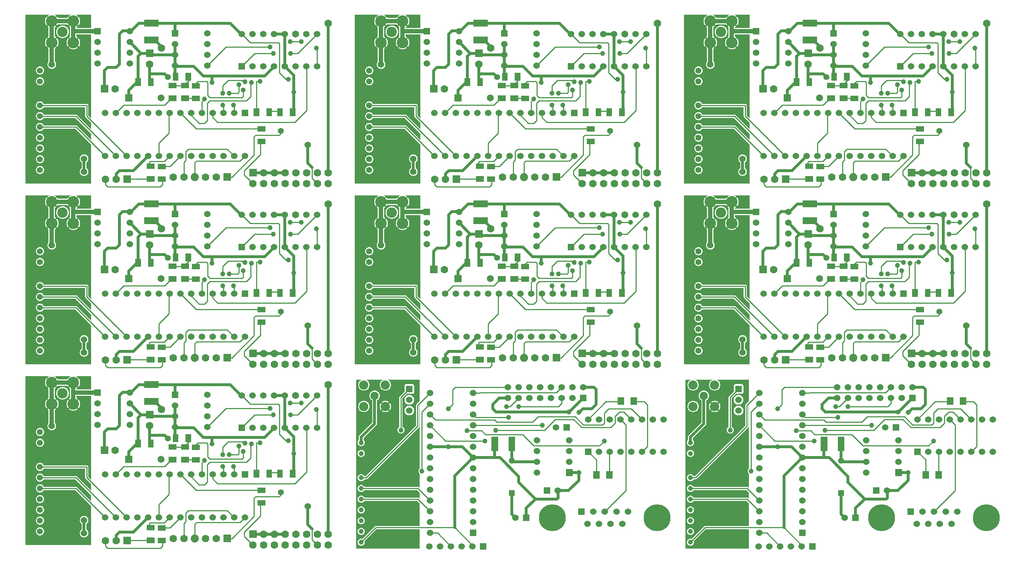
<source format=gbr>
G04 start of page 2 for group 0 idx 0 *
G04 Title: (unknown), component *
G04 Creator: pcb 20091103 *
G04 CreationDate: Чтв 05 Янв 2012 09:41:11 UTC *
G04 For: aml *
G04 Format: Gerber/RS-274X *
G04 PCB-Dimensions: 948000 534000 *
G04 PCB-Coordinate-Origin: lower left *
%MOIN*%
%FSLAX25Y25*%
%LNFRONT*%
%ADD11C,0.0200*%
%ADD12C,0.0100*%
%ADD13C,0.0250*%
%ADD14C,0.0400*%
%ADD15C,0.0600*%
%ADD16C,0.0650*%
%ADD17C,0.0700*%
%ADD18C,0.0560*%
%ADD19C,0.1060*%
%ADD20C,0.0960*%
%ADD21C,0.0750*%
%ADD22C,0.0860*%
%ADD23C,0.0760*%
%ADD24C,0.0460*%
%ADD25C,0.2500*%
%ADD26C,0.0550*%
%ADD27R,0.0512X0.0512*%
%ADD28R,0.0630X0.0630*%
%ADD29R,0.0600X0.0600*%
%ADD30C,0.0280*%
%ADD31C,0.0300*%
%ADD32C,0.0380*%
%ADD33C,0.0500*%
%ADD34C,0.0350*%
%ADD35C,0.1250*%
%ADD36C,0.0450*%
G54D11*G36*
X72000Y407179D02*X78500Y400679D01*
Y364300D01*
X72000D01*
Y371300D01*
X72695Y371361D01*
X73368Y371541D01*
X74000Y371836D01*
X74571Y372236D01*
X75064Y372729D01*
X75464Y373300D01*
X75759Y373932D01*
X75939Y374605D01*
X76000Y375300D01*
X75939Y375995D01*
X75759Y376668D01*
X75464Y377300D01*
X75064Y377871D01*
X74571Y378364D01*
X74250Y378589D01*
Y384011D01*
X74571Y384236D01*
X75064Y384729D01*
X75464Y385300D01*
X75759Y385932D01*
X75939Y386605D01*
X76000Y387300D01*
X75939Y387995D01*
X75759Y388668D01*
X75464Y389300D01*
X75064Y389871D01*
X74571Y390364D01*
X74000Y390764D01*
X73368Y391059D01*
X72695Y391239D01*
X72000Y391300D01*
Y407179D01*
G37*
G36*
X52000Y415300D02*X63879D01*
X72000Y407179D01*
Y391300D01*
X71305Y391239D01*
X70632Y391059D01*
X70000Y390764D01*
X69429Y390364D01*
X68936Y389871D01*
X68536Y389300D01*
X68241Y388668D01*
X68061Y387995D01*
X68000Y387300D01*
X68061Y386605D01*
X68241Y385932D01*
X68536Y385300D01*
X68936Y384729D01*
X69429Y384236D01*
X69750Y384011D01*
Y378589D01*
X69429Y378364D01*
X68936Y377871D01*
X68536Y377300D01*
X68241Y376668D01*
X68061Y375995D01*
X68000Y375300D01*
X68061Y374605D01*
X68241Y373932D01*
X68536Y373300D01*
X68936Y372729D01*
X69429Y372236D01*
X70000Y371836D01*
X70632Y371541D01*
X71305Y371361D01*
X72000Y371300D01*
Y364300D01*
X52000D01*
Y415300D01*
G37*
G36*
Y425300D02*X63879D01*
X78500Y410679D01*
Y404921D01*
X65561Y417860D01*
X65511Y417902D01*
X65464Y417949D01*
X65409Y417987D01*
X65361Y418028D01*
X65306Y418060D01*
X65250Y418099D01*
X65186Y418129D01*
X65134Y418159D01*
X65080Y418179D01*
X65013Y418210D01*
X64941Y418229D01*
X64889Y418248D01*
X64829Y418259D01*
X64760Y418277D01*
X64694Y418283D01*
X64631Y418294D01*
X64568D01*
X64500Y418300D01*
X52000D01*
Y425300D01*
G37*
G36*
Y435300D02*X73000D01*
Y426800D01*
X73006Y426732D01*
Y426670D01*
X73017Y426607D01*
X73023Y426540D01*
X73040Y426476D01*
X73051Y426413D01*
X73072Y426355D01*
X73090Y426287D01*
X73119Y426225D01*
X73140Y426167D01*
X73173Y426110D01*
X73201Y426050D01*
X73238Y425997D01*
X73271Y425940D01*
X73314Y425889D01*
X73351Y425836D01*
X73397Y425790D01*
X73439Y425740D01*
X78500Y420679D01*
Y414921D01*
X65561Y427860D01*
X65511Y427902D01*
X65464Y427949D01*
X65409Y427987D01*
X65361Y428028D01*
X65306Y428060D01*
X65250Y428099D01*
X65186Y428129D01*
X65134Y428159D01*
X65080Y428179D01*
X65013Y428210D01*
X64941Y428229D01*
X64889Y428248D01*
X64829Y428259D01*
X64760Y428277D01*
X64694Y428283D01*
X64631Y428294D01*
X64568D01*
X64500Y428300D01*
X52000D01*
Y435300D01*
G37*
G36*
X67276Y495785D02*X67279Y495762D01*
X67300Y495300D01*
X67279Y494839D01*
X67276Y494816D01*
Y495785D01*
G37*
G36*
Y502800D02*X78500D01*
Y424921D01*
X76000Y427421D01*
Y436800D01*
X75977Y437060D01*
X75910Y437313D01*
X75799Y437550D01*
X75649Y437764D01*
X75464Y437949D01*
X75250Y438099D01*
X75013Y438210D01*
X74760Y438277D01*
X74500Y438300D01*
X67276D01*
Y491869D01*
X67455Y492151D01*
X67709Y492638D01*
X67920Y493146D01*
X68085Y493670D01*
X68204Y494207D01*
X68276Y494751D01*
X68300Y495300D01*
X68276Y495850D01*
X68204Y496394D01*
X68085Y496931D01*
X67920Y497455D01*
X67709Y497963D01*
X67455Y498451D01*
X67276Y498732D01*
Y502800D01*
G37*
G36*
X62000Y492300D02*X62521Y492346D01*
X63026Y492481D01*
X63500Y492702D01*
X63928Y493002D01*
X64298Y493372D01*
X64598Y493800D01*
X64819Y494274D01*
X64954Y494779D01*
X65000Y495300D01*
Y499667D01*
X65039Y499642D01*
Y499643D01*
X65114Y499599D01*
X65196Y499570D01*
X65282Y499554D01*
X65369D01*
X65455Y499569D01*
X65537Y499599D01*
X65612Y499642D01*
X65679Y499698D01*
X65735Y499765D01*
X65779Y499840D01*
X65808Y499922D01*
X65824Y500008D01*
Y500095D01*
X65809Y500181D01*
X65779Y500263D01*
X65736Y500338D01*
X65680Y500405D01*
X65613Y500461D01*
X65150Y500756D01*
X65000Y500834D01*
Y502800D01*
X67276D01*
Y498732D01*
X67160Y498914D01*
X67161D01*
X67105Y498981D01*
X67038Y499037D01*
X66963Y499081D01*
X66881Y499110D01*
X66795Y499126D01*
X66707D01*
X66622Y499110D01*
X66540Y499081D01*
X66464Y499037D01*
X66397Y498981D01*
X66341Y498914D01*
X66297Y498839D01*
X66268Y498757D01*
X66252Y498671D01*
Y498583D01*
X66268Y498498D01*
X66297Y498416D01*
X66341Y498340D01*
X66589Y497951D01*
X66803Y497540D01*
X66980Y497113D01*
X67119Y496672D01*
X67219Y496221D01*
X67276Y495785D01*
Y494816D01*
X67219Y494380D01*
X67119Y493929D01*
X66980Y493488D01*
X66803Y493061D01*
X66589Y492651D01*
X66341Y492261D01*
X66342D01*
X66298Y492186D01*
X66269Y492104D01*
X66253Y492018D01*
Y491931D01*
X66268Y491845D01*
X66298Y491763D01*
X66341Y491688D01*
X66397Y491621D01*
X66464Y491565D01*
X66539Y491521D01*
X66621Y491492D01*
X66707Y491476D01*
X66794D01*
X66880Y491491D01*
X66962Y491521D01*
X67037Y491564D01*
X67104Y491620D01*
X67160Y491687D01*
X67276Y491869D01*
Y438300D01*
X62000D01*
Y489000D01*
X62549Y489024D01*
X63093Y489096D01*
X63630Y489215D01*
X64154Y489380D01*
X64662Y489591D01*
X65149Y489845D01*
X65613Y490140D01*
Y490139D01*
X65680Y490195D01*
X65736Y490262D01*
X65780Y490337D01*
X65809Y490419D01*
X65825Y490505D01*
Y490593D01*
X65809Y490678D01*
X65780Y490760D01*
X65736Y490836D01*
X65680Y490903D01*
X65613Y490959D01*
X65538Y491003D01*
X65456Y491032D01*
X65370Y491048D01*
X65282D01*
X65197Y491032D01*
X65115Y491003D01*
X65039Y490959D01*
X64649Y490711D01*
X64239Y490497D01*
X63812Y490320D01*
X63371Y490181D01*
X62920Y490081D01*
X62461Y490021D01*
X62000Y490000D01*
Y492300D01*
G37*
G36*
X56724Y511867D02*X56839Y511687D01*
X56838D01*
X56894Y511620D01*
X56961Y511564D01*
X57036Y511520D01*
X57118Y511491D01*
X57204Y511475D01*
X57292D01*
X57377Y511491D01*
X57459Y511520D01*
X57535Y511564D01*
X57602Y511620D01*
X57658Y511687D01*
X57702Y511762D01*
X57731Y511844D01*
X57747Y511930D01*
Y512018D01*
X57731Y512103D01*
X57702Y512185D01*
X57658Y512261D01*
X57633Y512300D01*
X59000D01*
Y510933D01*
X58960Y510959D01*
Y510958D01*
X58885Y511002D01*
X58803Y511031D01*
X58717Y511047D01*
X58630D01*
X58544Y511032D01*
X58462Y511002D01*
X58387Y510959D01*
X58320Y510903D01*
X58264Y510836D01*
X58220Y510761D01*
X58191Y510679D01*
X58175Y510593D01*
Y510506D01*
X58190Y510420D01*
X58220Y510338D01*
X58263Y510263D01*
X58319Y510196D01*
X58386Y510140D01*
X58849Y509845D01*
X59000Y509766D01*
Y500835D01*
X58849Y500756D01*
X58386Y500461D01*
Y500462D01*
X58319Y500406D01*
X58263Y500339D01*
X58219Y500264D01*
X58190Y500182D01*
X58174Y500096D01*
Y500008D01*
X58190Y499923D01*
X58219Y499841D01*
X58263Y499765D01*
X58319Y499698D01*
X58386Y499642D01*
X58461Y499598D01*
X58543Y499569D01*
X58629Y499553D01*
X58717D01*
X58802Y499569D01*
X58884Y499598D01*
X58960Y499642D01*
X59000Y499668D01*
Y495300D01*
X59046Y494779D01*
X59181Y494274D01*
X59402Y493800D01*
X59702Y493372D01*
X60072Y493002D01*
X60500Y492702D01*
X60974Y492481D01*
X61479Y492346D01*
X62000Y492300D01*
Y490000D01*
X61999D01*
X61538Y490021D01*
X61079Y490081D01*
X60628Y490181D01*
X60187Y490320D01*
X59760Y490497D01*
X59349Y490711D01*
X58960Y490959D01*
Y490958D01*
X58885Y491002D01*
X58803Y491031D01*
X58717Y491047D01*
X58630D01*
X58544Y491032D01*
X58462Y491002D01*
X58387Y490959D01*
X58320Y490903D01*
X58264Y490836D01*
X58220Y490761D01*
X58191Y490679D01*
X58175Y490593D01*
Y490506D01*
X58190Y490420D01*
X58220Y490338D01*
X58263Y490263D01*
X58319Y490196D01*
X58386Y490140D01*
X58849Y489845D01*
X59337Y489591D01*
X59845Y489380D01*
X60369Y489215D01*
X60906Y489096D01*
X61450Y489024D01*
X61999Y489000D01*
X62000D01*
Y438300D01*
X56724D01*
Y491867D01*
X56839Y491687D01*
X56838D01*
X56894Y491620D01*
X56961Y491564D01*
X57036Y491520D01*
X57118Y491491D01*
X57204Y491475D01*
X57292D01*
X57377Y491491D01*
X57459Y491520D01*
X57535Y491564D01*
X57602Y491620D01*
X57658Y491687D01*
X57702Y491762D01*
X57731Y491844D01*
X57747Y491930D01*
Y492018D01*
X57731Y492103D01*
X57702Y492185D01*
X57658Y492261D01*
X57410Y492650D01*
X57196Y493061D01*
X57019Y493488D01*
X56880Y493929D01*
X56780Y494380D01*
X56724Y494808D01*
Y495793D01*
X56780Y496221D01*
X56880Y496672D01*
X57019Y497113D01*
X57196Y497540D01*
X57410Y497951D01*
X57658Y498340D01*
X57657D01*
X57701Y498415D01*
X57730Y498497D01*
X57746Y498583D01*
Y498670D01*
X57731Y498756D01*
X57701Y498838D01*
X57658Y498913D01*
X57602Y498980D01*
X57535Y499036D01*
X57460Y499080D01*
X57378Y499109D01*
X57292Y499125D01*
X57205D01*
X57119Y499110D01*
X57037Y499080D01*
X56962Y499037D01*
X56895Y498981D01*
X56839Y498914D01*
X56724Y498734D01*
Y501973D01*
X57023Y502400D01*
X57450Y503316D01*
X57712Y504293D01*
X57800Y505300D01*
X57712Y506307D01*
X57450Y507284D01*
X57023Y508200D01*
X56724Y508627D01*
Y511867D01*
G37*
G36*
Y494808D02*X56720Y494839D01*
X56700Y495301D01*
X56720Y495762D01*
X56724Y495793D01*
Y494808D01*
G37*
G36*
Y438300D02*X52000D01*
Y499500D01*
X53007Y499588D01*
X53984Y499850D01*
X54900Y500277D01*
X55728Y500857D01*
X56443Y501572D01*
X56724Y501973D01*
Y498734D01*
X56544Y498451D01*
X56290Y497963D01*
X56079Y497455D01*
X55914Y496931D01*
X55795Y496394D01*
X55723Y495850D01*
X55700Y495301D01*
X55723Y494751D01*
X55795Y494207D01*
X55914Y493670D01*
X56079Y493146D01*
X56290Y492638D01*
X56544Y492150D01*
X56724Y491867D01*
Y438300D01*
G37*
G36*
X52000Y512300D02*X56466D01*
X56544Y512150D01*
X56724Y511867D01*
Y508627D01*
X56443Y509028D01*
X55728Y509743D01*
X54900Y510323D01*
X53984Y510750D01*
X53007Y511012D01*
X52000Y511100D01*
Y512300D01*
G37*
G36*
X67276Y515785D02*X67279Y515762D01*
X67300Y515300D01*
X67279Y514839D01*
X67276Y514816D01*
Y515785D01*
G37*
G36*
Y521300D02*X78500D01*
Y508800D01*
X67276D01*
Y511869D01*
X67455Y512151D01*
X67709Y512638D01*
X67920Y513146D01*
X68085Y513670D01*
X68204Y514207D01*
X68276Y514751D01*
X68300Y515300D01*
X68276Y515850D01*
X68204Y516394D01*
X68085Y516931D01*
X67920Y517455D01*
X67709Y517963D01*
X67455Y518451D01*
X67276Y518732D01*
Y521300D01*
G37*
G36*
X52000D02*X60096D01*
X59845Y521221D01*
X59337Y521010D01*
X58849Y520756D01*
X58386Y520461D01*
Y520462D01*
X58319Y520406D01*
X58263Y520339D01*
X58219Y520264D01*
X58190Y520182D01*
X58174Y520096D01*
Y520008D01*
X58190Y519923D01*
X58219Y519841D01*
X58263Y519765D01*
X58319Y519698D01*
X58386Y519642D01*
X58461Y519598D01*
X58543Y519569D01*
X58629Y519553D01*
X58717D01*
X58802Y519569D01*
X58884Y519598D01*
X58960Y519642D01*
X59349Y519890D01*
X59760Y520104D01*
X60187Y520281D01*
X60628Y520420D01*
X61079Y520520D01*
X61538Y520580D01*
X62000Y520600D01*
X62461Y520580D01*
X62920Y520520D01*
X63371Y520420D01*
X63812Y520281D01*
X64239Y520104D01*
X64650Y519890D01*
X65039Y519642D01*
Y519643D01*
X65114Y519599D01*
X65196Y519570D01*
X65282Y519554D01*
X65369D01*
X65455Y519569D01*
X65537Y519599D01*
X65612Y519642D01*
X65679Y519698D01*
X65735Y519765D01*
X65779Y519840D01*
X65808Y519922D01*
X65824Y520008D01*
Y520095D01*
X65809Y520181D01*
X65779Y520263D01*
X65736Y520338D01*
X65680Y520405D01*
X65613Y520461D01*
X65150Y520756D01*
X64662Y521010D01*
X64154Y521221D01*
X63903Y521300D01*
X67276D01*
Y518732D01*
X67160Y518914D01*
X67161D01*
X67105Y518981D01*
X67038Y519037D01*
X66963Y519081D01*
X66881Y519110D01*
X66795Y519126D01*
X66707D01*
X66622Y519110D01*
X66540Y519081D01*
X66464Y519037D01*
X66397Y518981D01*
X66341Y518914D01*
X66297Y518839D01*
X66268Y518757D01*
X66252Y518671D01*
Y518583D01*
X66268Y518498D01*
X66297Y518416D01*
X66341Y518340D01*
X66589Y517951D01*
X66803Y517540D01*
X66980Y517113D01*
X67119Y516672D01*
X67219Y516221D01*
X67276Y515785D01*
Y514816D01*
X67219Y514380D01*
X67119Y513929D01*
X66980Y513488D01*
X66803Y513061D01*
X66589Y512651D01*
X66341Y512261D01*
X66342D01*
X66298Y512186D01*
X66269Y512104D01*
X66253Y512018D01*
Y511931D01*
X66268Y511845D01*
X66298Y511763D01*
X66341Y511688D01*
X66397Y511621D01*
X66464Y511565D01*
X66539Y511521D01*
X66621Y511492D01*
X66707Y511476D01*
X66794D01*
X66880Y511491D01*
X66962Y511521D01*
X67037Y511564D01*
X67104Y511620D01*
X67160Y511687D01*
X67276Y511869D01*
Y508800D01*
X65000D01*
Y509767D01*
X65149Y509845D01*
X65613Y510140D01*
Y510139D01*
X65680Y510195D01*
X65736Y510262D01*
X65780Y510337D01*
X65809Y510419D01*
X65825Y510505D01*
Y510593D01*
X65809Y510678D01*
X65780Y510760D01*
X65736Y510836D01*
X65680Y510903D01*
X65613Y510959D01*
X65538Y511003D01*
X65456Y511032D01*
X65370Y511048D01*
X65282D01*
X65197Y511032D01*
X65115Y511003D01*
X65039Y510959D01*
X65000Y510934D01*
Y515300D01*
X64954Y515821D01*
X64819Y516326D01*
X64598Y516800D01*
X64298Y517228D01*
X63928Y517598D01*
X63500Y517898D01*
X63026Y518119D01*
X62521Y518254D01*
X62000Y518300D01*
X57632D01*
X57658Y518340D01*
X57657D01*
X57701Y518415D01*
X57730Y518497D01*
X57746Y518583D01*
Y518670D01*
X57731Y518756D01*
X57701Y518838D01*
X57658Y518913D01*
X57602Y518980D01*
X57535Y519036D01*
X57460Y519080D01*
X57378Y519109D01*
X57292Y519125D01*
X57205D01*
X57119Y519110D01*
X57037Y519080D01*
X56962Y519037D01*
X56895Y518981D01*
X56839Y518914D01*
X56544Y518451D01*
X56465Y518300D01*
X52000D01*
Y521300D01*
G37*
G36*
X36724Y415300D02*X52000D01*
Y364300D01*
X36724D01*
Y415300D01*
G37*
G36*
Y425300D02*X52000D01*
Y418300D01*
X36724D01*
Y425300D01*
G37*
G36*
Y435300D02*X52000D01*
Y428300D01*
X36724D01*
Y435300D01*
G37*
G36*
X47276Y495785D02*X47279Y495762D01*
X47300Y495300D01*
X47279Y494839D01*
X47276Y494816D01*
Y495785D01*
G37*
G36*
Y501973D02*X47557Y501572D01*
X48272Y500857D01*
X49100Y500277D01*
X50016Y499850D01*
X50993Y499588D01*
X52000Y499500D01*
Y438300D01*
X47276D01*
Y491869D01*
X47455Y492151D01*
X47709Y492638D01*
X47920Y493146D01*
X48085Y493670D01*
X48204Y494207D01*
X48276Y494751D01*
X48300Y495300D01*
X48276Y495850D01*
X48204Y496394D01*
X48085Y496931D01*
X47920Y497455D01*
X47709Y497963D01*
X47455Y498451D01*
X47276Y498732D01*
Y501973D01*
G37*
G36*
Y511869D02*X47455Y512151D01*
X47533Y512300D01*
X52000D01*
Y511100D01*
X50993Y511012D01*
X50016Y510750D01*
X49100Y510323D01*
X48272Y509743D01*
X47557Y509028D01*
X47276Y508627D01*
Y511869D01*
G37*
G36*
Y521300D02*X52000D01*
Y518300D01*
X47534D01*
X47455Y518451D01*
X47276Y518732D01*
Y521300D01*
G37*
G36*
X36724D02*X40096D01*
X39845Y521221D01*
X39337Y521010D01*
X38849Y520756D01*
X38386Y520461D01*
Y520462D01*
X38319Y520406D01*
X38263Y520339D01*
X38219Y520264D01*
X38190Y520182D01*
X38174Y520096D01*
Y520008D01*
X38190Y519923D01*
X38219Y519841D01*
X38263Y519765D01*
X38319Y519698D01*
X38386Y519642D01*
X38461Y519598D01*
X38543Y519569D01*
X38629Y519553D01*
X38717D01*
X38802Y519569D01*
X38884Y519598D01*
X38960Y519642D01*
X39349Y519890D01*
X39760Y520104D01*
X40187Y520281D01*
X40628Y520420D01*
X41079Y520520D01*
X41538Y520580D01*
X42000Y520600D01*
X42461Y520580D01*
X42920Y520520D01*
X43371Y520420D01*
X43812Y520281D01*
X44239Y520104D01*
X44650Y519890D01*
X45039Y519642D01*
Y519643D01*
X45114Y519599D01*
X45196Y519570D01*
X45282Y519554D01*
X45369D01*
X45455Y519569D01*
X45537Y519599D01*
X45612Y519642D01*
X45679Y519698D01*
X45735Y519765D01*
X45779Y519840D01*
X45808Y519922D01*
X45824Y520008D01*
Y520095D01*
X45809Y520181D01*
X45779Y520263D01*
X45736Y520338D01*
X45680Y520405D01*
X45613Y520461D01*
X45150Y520756D01*
X44662Y521010D01*
X44154Y521221D01*
X43903Y521300D01*
X47276D01*
Y518732D01*
X47160Y518914D01*
X47161D01*
X47105Y518981D01*
X47038Y519037D01*
X46963Y519081D01*
X46881Y519110D01*
X46795Y519126D01*
X46707D01*
X46622Y519110D01*
X46540Y519081D01*
X46464Y519037D01*
X46397Y518981D01*
X46341Y518914D01*
X46297Y518839D01*
X46268Y518757D01*
X46252Y518671D01*
Y518583D01*
X46268Y518498D01*
X46297Y518416D01*
X46341Y518340D01*
X46367Y518300D01*
X42000D01*
X41479Y518254D01*
X40974Y518119D01*
X40500Y517898D01*
X40072Y517598D01*
X39702Y517228D01*
X39402Y516800D01*
X39181Y516326D01*
X39046Y515821D01*
X39000Y515300D01*
Y510933D01*
X38960Y510959D01*
Y510958D01*
X38885Y511002D01*
X38803Y511031D01*
X38717Y511047D01*
X38630D01*
X38544Y511032D01*
X38462Y511002D01*
X38387Y510959D01*
X38320Y510903D01*
X38264Y510836D01*
X38220Y510761D01*
X38191Y510679D01*
X38175Y510593D01*
Y510506D01*
X38190Y510420D01*
X38220Y510338D01*
X38263Y510263D01*
X38319Y510196D01*
X38386Y510140D01*
X38849Y509845D01*
X39000Y509766D01*
Y500835D01*
X38849Y500756D01*
X38386Y500461D01*
Y500462D01*
X38319Y500406D01*
X38263Y500339D01*
X38219Y500264D01*
X38190Y500182D01*
X38174Y500096D01*
Y500008D01*
X38190Y499923D01*
X38219Y499841D01*
X38263Y499765D01*
X38319Y499698D01*
X38386Y499642D01*
X38461Y499598D01*
X38543Y499569D01*
X38629Y499553D01*
X38717D01*
X38802Y499569D01*
X38884Y499598D01*
X38960Y499642D01*
X39000Y499668D01*
Y490933D01*
X38960Y490959D01*
Y490958D01*
X38885Y491002D01*
X38803Y491031D01*
X38717Y491047D01*
X38630D01*
X38544Y491032D01*
X38462Y491002D01*
X38387Y490959D01*
X38320Y490903D01*
X38264Y490836D01*
X38220Y490761D01*
X38191Y490679D01*
X38175Y490593D01*
Y490506D01*
X38190Y490420D01*
X38220Y490338D01*
X38263Y490263D01*
X38319Y490196D01*
X38386Y490140D01*
X38849Y489845D01*
X39000Y489766D01*
Y477435D01*
X38936Y477371D01*
X38536Y476800D01*
X38241Y476168D01*
X38061Y475495D01*
X38000Y474800D01*
X38061Y474105D01*
X38241Y473432D01*
X38536Y472800D01*
X38936Y472229D01*
X39429Y471736D01*
X40000Y471336D01*
X40632Y471041D01*
X41305Y470861D01*
X42000Y470800D01*
X42695Y470861D01*
X43368Y471041D01*
X44000Y471336D01*
X44571Y471736D01*
X45064Y472229D01*
X45464Y472800D01*
X45759Y473432D01*
X45939Y474105D01*
X46000Y474800D01*
X45939Y475495D01*
X45759Y476168D01*
X45464Y476800D01*
X45064Y477371D01*
X45000Y477435D01*
Y489767D01*
X45149Y489845D01*
X45613Y490140D01*
Y490139D01*
X45680Y490195D01*
X45736Y490262D01*
X45780Y490337D01*
X45809Y490419D01*
X45825Y490505D01*
Y490593D01*
X45809Y490678D01*
X45780Y490760D01*
X45736Y490836D01*
X45680Y490903D01*
X45613Y490959D01*
X45538Y491003D01*
X45456Y491032D01*
X45370Y491048D01*
X45282D01*
X45197Y491032D01*
X45115Y491003D01*
X45039Y490959D01*
X45000Y490934D01*
Y499667D01*
X45039Y499642D01*
Y499643D01*
X45114Y499599D01*
X45196Y499570D01*
X45282Y499554D01*
X45369D01*
X45455Y499569D01*
X45537Y499599D01*
X45612Y499642D01*
X45679Y499698D01*
X45735Y499765D01*
X45779Y499840D01*
X45808Y499922D01*
X45824Y500008D01*
Y500095D01*
X45809Y500181D01*
X45779Y500263D01*
X45736Y500338D01*
X45680Y500405D01*
X45613Y500461D01*
X45150Y500756D01*
X45000Y500834D01*
Y509767D01*
X45149Y509845D01*
X45613Y510140D01*
Y510139D01*
X45680Y510195D01*
X45736Y510262D01*
X45780Y510337D01*
X45809Y510419D01*
X45825Y510505D01*
Y510593D01*
X45809Y510678D01*
X45780Y510760D01*
X45736Y510836D01*
X45680Y510903D01*
X45613Y510959D01*
X45538Y511003D01*
X45456Y511032D01*
X45370Y511048D01*
X45282D01*
X45197Y511032D01*
X45115Y511003D01*
X45039Y510959D01*
X45000Y510934D01*
Y512300D01*
X46366D01*
X46341Y512261D01*
X46342D01*
X46298Y512186D01*
X46269Y512104D01*
X46253Y512018D01*
Y511931D01*
X46268Y511845D01*
X46298Y511763D01*
X46341Y511688D01*
X46397Y511621D01*
X46464Y511565D01*
X46539Y511521D01*
X46621Y511492D01*
X46707Y511476D01*
X46794D01*
X46880Y511491D01*
X46962Y511521D01*
X47037Y511564D01*
X47104Y511620D01*
X47160Y511687D01*
X47276Y511869D01*
Y508627D01*
X46977Y508200D01*
X46550Y507284D01*
X46288Y506307D01*
X46200Y505300D01*
X46288Y504293D01*
X46550Y503316D01*
X46977Y502400D01*
X47276Y501973D01*
Y498732D01*
X47160Y498914D01*
X47161D01*
X47105Y498981D01*
X47038Y499037D01*
X46963Y499081D01*
X46881Y499110D01*
X46795Y499126D01*
X46707D01*
X46622Y499110D01*
X46540Y499081D01*
X46464Y499037D01*
X46397Y498981D01*
X46341Y498914D01*
X46297Y498839D01*
X46268Y498757D01*
X46252Y498671D01*
Y498583D01*
X46268Y498498D01*
X46297Y498416D01*
X46341Y498340D01*
X46589Y497951D01*
X46803Y497540D01*
X46980Y497113D01*
X47119Y496672D01*
X47219Y496221D01*
X47276Y495785D01*
Y494816D01*
X47219Y494380D01*
X47119Y493929D01*
X46980Y493488D01*
X46803Y493061D01*
X46589Y492651D01*
X46341Y492261D01*
X46342D01*
X46298Y492186D01*
X46269Y492104D01*
X46253Y492018D01*
Y491931D01*
X46268Y491845D01*
X46298Y491763D01*
X46341Y491688D01*
X46397Y491621D01*
X46464Y491565D01*
X46539Y491521D01*
X46621Y491492D01*
X46707Y491476D01*
X46794D01*
X46880Y491491D01*
X46962Y491521D01*
X47037Y491564D01*
X47104Y491620D01*
X47160Y491687D01*
X47276Y491869D01*
Y438300D01*
X36724D01*
Y491867D01*
X36839Y491687D01*
X36838D01*
X36894Y491620D01*
X36961Y491564D01*
X37036Y491520D01*
X37118Y491491D01*
X37204Y491475D01*
X37292D01*
X37377Y491491D01*
X37459Y491520D01*
X37535Y491564D01*
X37602Y491620D01*
X37658Y491687D01*
X37702Y491762D01*
X37731Y491844D01*
X37747Y491930D01*
Y492018D01*
X37731Y492103D01*
X37702Y492185D01*
X37658Y492261D01*
X37410Y492650D01*
X37196Y493061D01*
X37019Y493488D01*
X36880Y493929D01*
X36780Y494380D01*
X36724Y494808D01*
Y495793D01*
X36780Y496221D01*
X36880Y496672D01*
X37019Y497113D01*
X37196Y497540D01*
X37410Y497951D01*
X37658Y498340D01*
X37657D01*
X37701Y498415D01*
X37730Y498497D01*
X37746Y498583D01*
Y498670D01*
X37731Y498756D01*
X37701Y498838D01*
X37658Y498913D01*
X37602Y498980D01*
X37535Y499036D01*
X37460Y499080D01*
X37378Y499109D01*
X37292Y499125D01*
X37205D01*
X37119Y499110D01*
X37037Y499080D01*
X36962Y499037D01*
X36895Y498981D01*
X36839Y498914D01*
X36724Y498734D01*
Y511867D01*
X36839Y511687D01*
X36838D01*
X36894Y511620D01*
X36961Y511564D01*
X37036Y511520D01*
X37118Y511491D01*
X37204Y511475D01*
X37292D01*
X37377Y511491D01*
X37459Y511520D01*
X37535Y511564D01*
X37602Y511620D01*
X37658Y511687D01*
X37702Y511762D01*
X37731Y511844D01*
X37747Y511930D01*
Y512018D01*
X37731Y512103D01*
X37702Y512185D01*
X37658Y512261D01*
X37410Y512650D01*
X37196Y513061D01*
X37019Y513488D01*
X36880Y513929D01*
X36780Y514380D01*
X36724Y514808D01*
Y515793D01*
X36780Y516221D01*
X36880Y516672D01*
X37019Y517113D01*
X37196Y517540D01*
X37410Y517951D01*
X37658Y518340D01*
X37657D01*
X37701Y518415D01*
X37730Y518497D01*
X37746Y518583D01*
Y518670D01*
X37731Y518756D01*
X37701Y518838D01*
X37658Y518913D01*
X37602Y518980D01*
X37535Y519036D01*
X37460Y519080D01*
X37378Y519109D01*
X37292Y519125D01*
X37205D01*
X37119Y519110D01*
X37037Y519080D01*
X36962Y519037D01*
X36895Y518981D01*
X36839Y518914D01*
X36724Y518734D01*
Y521300D01*
G37*
G36*
Y494808D02*X36720Y494839D01*
X36700Y495301D01*
X36720Y495762D01*
X36724Y495793D01*
Y494808D01*
G37*
G36*
Y514808D02*X36720Y514839D01*
X36700Y515301D01*
X36720Y515762D01*
X36724Y515793D01*
Y514808D01*
G37*
G36*
X31000Y413000D02*X31660Y413058D01*
X32300Y413229D01*
X32900Y413509D01*
X33443Y413889D01*
X33911Y414357D01*
X34291Y414900D01*
X34478Y415300D01*
X36724D01*
Y364300D01*
X31000D01*
Y373000D01*
X31660Y373058D01*
X32300Y373229D01*
X32900Y373509D01*
X33443Y373889D01*
X33911Y374357D01*
X34291Y374900D01*
X34571Y375500D01*
X34742Y376140D01*
X34800Y376800D01*
X34742Y377460D01*
X34571Y378100D01*
X34291Y378700D01*
X33911Y379243D01*
X33443Y379711D01*
X32900Y380091D01*
X32300Y380371D01*
X31660Y380542D01*
X31000Y380600D01*
Y383000D01*
X31660Y383058D01*
X32300Y383229D01*
X32900Y383509D01*
X33443Y383889D01*
X33911Y384357D01*
X34291Y384900D01*
X34571Y385500D01*
X34742Y386140D01*
X34800Y386800D01*
X34742Y387460D01*
X34571Y388100D01*
X34291Y388700D01*
X33911Y389243D01*
X33443Y389711D01*
X32900Y390091D01*
X32300Y390371D01*
X31660Y390542D01*
X31000Y390600D01*
Y393000D01*
X31660Y393058D01*
X32300Y393229D01*
X32900Y393509D01*
X33443Y393889D01*
X33911Y394357D01*
X34291Y394900D01*
X34571Y395500D01*
X34742Y396140D01*
X34800Y396800D01*
X34742Y397460D01*
X34571Y398100D01*
X34291Y398700D01*
X33911Y399243D01*
X33443Y399711D01*
X32900Y400091D01*
X32300Y400371D01*
X31660Y400542D01*
X31000Y400600D01*
Y403000D01*
X31660Y403058D01*
X32300Y403229D01*
X32900Y403509D01*
X33443Y403889D01*
X33911Y404357D01*
X34291Y404900D01*
X34571Y405500D01*
X34742Y406140D01*
X34800Y406800D01*
X34742Y407460D01*
X34571Y408100D01*
X34291Y408700D01*
X33911Y409243D01*
X33443Y409711D01*
X32900Y410091D01*
X32300Y410371D01*
X31660Y410542D01*
X31000Y410600D01*
Y413000D01*
G37*
G36*
Y423000D02*X31660Y423058D01*
X32300Y423229D01*
X32900Y423509D01*
X33443Y423889D01*
X33911Y424357D01*
X34291Y424900D01*
X34478Y425300D01*
X36724D01*
Y418300D01*
X34478D01*
X34291Y418700D01*
X33911Y419243D01*
X33443Y419711D01*
X32900Y420091D01*
X32300Y420371D01*
X31660Y420542D01*
X31000Y420600D01*
Y423000D01*
G37*
G36*
Y433000D02*X31660Y433058D01*
X32300Y433229D01*
X32900Y433509D01*
X33443Y433889D01*
X33911Y434357D01*
X34291Y434900D01*
X34478Y435300D01*
X36724D01*
Y428300D01*
X34478D01*
X34291Y428700D01*
X33911Y429243D01*
X33443Y429711D01*
X32900Y430091D01*
X32300Y430371D01*
X31660Y430542D01*
X31000Y430600D01*
Y433000D01*
G37*
G36*
Y521300D02*X36724D01*
Y518734D01*
X36544Y518451D01*
X36290Y517963D01*
X36079Y517455D01*
X35914Y516931D01*
X35795Y516394D01*
X35723Y515850D01*
X35700Y515301D01*
X35723Y514751D01*
X35795Y514207D01*
X35914Y513670D01*
X36079Y513146D01*
X36290Y512638D01*
X36544Y512150D01*
X36724Y511867D01*
Y498734D01*
X36544Y498451D01*
X36290Y497963D01*
X36079Y497455D01*
X35914Y496931D01*
X35795Y496394D01*
X35723Y495850D01*
X35700Y495301D01*
X35723Y494751D01*
X35795Y494207D01*
X35914Y493670D01*
X36079Y493146D01*
X36290Y492638D01*
X36544Y492150D01*
X36724Y491867D01*
Y438300D01*
X34478D01*
X34291Y438700D01*
X33911Y439243D01*
X33443Y439711D01*
X32900Y440091D01*
X32300Y440371D01*
X31660Y440542D01*
X31000Y440600D01*
Y455500D01*
X31660Y455558D01*
X32300Y455729D01*
X32900Y456009D01*
X33443Y456389D01*
X33911Y456857D01*
X34291Y457400D01*
X34571Y458000D01*
X34742Y458640D01*
X34800Y459300D01*
X34742Y459960D01*
X34571Y460600D01*
X34291Y461200D01*
X33911Y461743D01*
X33443Y462211D01*
X32900Y462591D01*
X32300Y462871D01*
X31660Y463042D01*
X31000Y463100D01*
Y465500D01*
X31660Y465558D01*
X32300Y465729D01*
X32900Y466009D01*
X33443Y466389D01*
X33911Y466857D01*
X34291Y467400D01*
X34571Y468000D01*
X34742Y468640D01*
X34800Y469300D01*
X34742Y469960D01*
X34571Y470600D01*
X34291Y471200D01*
X33911Y471743D01*
X33443Y472211D01*
X32900Y472591D01*
X32300Y472871D01*
X31660Y473042D01*
X31000Y473100D01*
Y521300D01*
G37*
G36*
X17500D02*X31000D01*
Y473100D01*
X30340Y473042D01*
X29700Y472871D01*
X29100Y472591D01*
X28557Y472211D01*
X28089Y471743D01*
X27709Y471200D01*
X27429Y470600D01*
X27258Y469960D01*
X27200Y469300D01*
X27258Y468640D01*
X27429Y468000D01*
X27709Y467400D01*
X28089Y466857D01*
X28557Y466389D01*
X29100Y466009D01*
X29700Y465729D01*
X30340Y465558D01*
X31000Y465500D01*
Y463100D01*
X30340Y463042D01*
X29700Y462871D01*
X29100Y462591D01*
X28557Y462211D01*
X28089Y461743D01*
X27709Y461200D01*
X27429Y460600D01*
X27258Y459960D01*
X27200Y459300D01*
X27258Y458640D01*
X27429Y458000D01*
X27709Y457400D01*
X28089Y456857D01*
X28557Y456389D01*
X29100Y456009D01*
X29700Y455729D01*
X30340Y455558D01*
X31000Y455500D01*
Y440600D01*
X30340Y440542D01*
X29700Y440371D01*
X29100Y440091D01*
X28557Y439711D01*
X28089Y439243D01*
X27709Y438700D01*
X27429Y438100D01*
X27258Y437460D01*
X27200Y436800D01*
X27258Y436140D01*
X27429Y435500D01*
X27709Y434900D01*
X28089Y434357D01*
X28557Y433889D01*
X29100Y433509D01*
X29700Y433229D01*
X30340Y433058D01*
X31000Y433000D01*
Y430600D01*
X30340Y430542D01*
X29700Y430371D01*
X29100Y430091D01*
X28557Y429711D01*
X28089Y429243D01*
X27709Y428700D01*
X27429Y428100D01*
X27258Y427460D01*
X27200Y426800D01*
X27258Y426140D01*
X27429Y425500D01*
X27709Y424900D01*
X28089Y424357D01*
X28557Y423889D01*
X29100Y423509D01*
X29700Y423229D01*
X30340Y423058D01*
X31000Y423000D01*
Y420600D01*
X30340Y420542D01*
X29700Y420371D01*
X29100Y420091D01*
X28557Y419711D01*
X28089Y419243D01*
X27709Y418700D01*
X27429Y418100D01*
X27258Y417460D01*
X27200Y416800D01*
X27258Y416140D01*
X27429Y415500D01*
X27709Y414900D01*
X28089Y414357D01*
X28557Y413889D01*
X29100Y413509D01*
X29700Y413229D01*
X30340Y413058D01*
X31000Y413000D01*
Y410600D01*
X30340Y410542D01*
X29700Y410371D01*
X29100Y410091D01*
X28557Y409711D01*
X28089Y409243D01*
X27709Y408700D01*
X27429Y408100D01*
X27258Y407460D01*
X27200Y406800D01*
X27258Y406140D01*
X27429Y405500D01*
X27709Y404900D01*
X28089Y404357D01*
X28557Y403889D01*
X29100Y403509D01*
X29700Y403229D01*
X30340Y403058D01*
X31000Y403000D01*
Y400600D01*
X30340Y400542D01*
X29700Y400371D01*
X29100Y400091D01*
X28557Y399711D01*
X28089Y399243D01*
X27709Y398700D01*
X27429Y398100D01*
X27258Y397460D01*
X27200Y396800D01*
X27258Y396140D01*
X27429Y395500D01*
X27709Y394900D01*
X28089Y394357D01*
X28557Y393889D01*
X29100Y393509D01*
X29700Y393229D01*
X30340Y393058D01*
X31000Y393000D01*
Y390600D01*
X30340Y390542D01*
X29700Y390371D01*
X29100Y390091D01*
X28557Y389711D01*
X28089Y389243D01*
X27709Y388700D01*
X27429Y388100D01*
X27258Y387460D01*
X27200Y386800D01*
X27258Y386140D01*
X27429Y385500D01*
X27709Y384900D01*
X28089Y384357D01*
X28557Y383889D01*
X29100Y383509D01*
X29700Y383229D01*
X30340Y383058D01*
X31000Y383000D01*
Y380600D01*
X30340Y380542D01*
X29700Y380371D01*
X29100Y380091D01*
X28557Y379711D01*
X28089Y379243D01*
X27709Y378700D01*
X27429Y378100D01*
X27258Y377460D01*
X27200Y376800D01*
X27258Y376140D01*
X27429Y375500D01*
X27709Y374900D01*
X28089Y374357D01*
X28557Y373889D01*
X29100Y373509D01*
X29700Y373229D01*
X30340Y373058D01*
X31000Y373000D01*
Y364300D01*
X17500D01*
Y521300D01*
G37*
G36*
X72000Y239179D02*X78500Y232679D01*
Y196300D01*
X72000D01*
Y203300D01*
X72695Y203361D01*
X73368Y203541D01*
X74000Y203836D01*
X74571Y204236D01*
X75064Y204729D01*
X75464Y205300D01*
X75759Y205932D01*
X75939Y206605D01*
X76000Y207300D01*
X75939Y207995D01*
X75759Y208668D01*
X75464Y209300D01*
X75064Y209871D01*
X74571Y210364D01*
X74250Y210589D01*
Y216011D01*
X74571Y216236D01*
X75064Y216729D01*
X75464Y217300D01*
X75759Y217932D01*
X75939Y218605D01*
X76000Y219300D01*
X75939Y219995D01*
X75759Y220668D01*
X75464Y221300D01*
X75064Y221871D01*
X74571Y222364D01*
X74000Y222764D01*
X73368Y223059D01*
X72695Y223239D01*
X72000Y223300D01*
Y239179D01*
G37*
G36*
X52000Y247300D02*X63879D01*
X72000Y239179D01*
Y223300D01*
X71305Y223239D01*
X70632Y223059D01*
X70000Y222764D01*
X69429Y222364D01*
X68936Y221871D01*
X68536Y221300D01*
X68241Y220668D01*
X68061Y219995D01*
X68000Y219300D01*
X68061Y218605D01*
X68241Y217932D01*
X68536Y217300D01*
X68936Y216729D01*
X69429Y216236D01*
X69750Y216011D01*
Y210589D01*
X69429Y210364D01*
X68936Y209871D01*
X68536Y209300D01*
X68241Y208668D01*
X68061Y207995D01*
X68000Y207300D01*
X68061Y206605D01*
X68241Y205932D01*
X68536Y205300D01*
X68936Y204729D01*
X69429Y204236D01*
X70000Y203836D01*
X70632Y203541D01*
X71305Y203361D01*
X72000Y203300D01*
Y196300D01*
X52000D01*
Y247300D01*
G37*
G36*
Y257300D02*X63879D01*
X78500Y242679D01*
Y236921D01*
X65561Y249860D01*
X65511Y249902D01*
X65464Y249949D01*
X65409Y249987D01*
X65361Y250028D01*
X65306Y250060D01*
X65250Y250099D01*
X65186Y250129D01*
X65134Y250159D01*
X65080Y250179D01*
X65013Y250210D01*
X64941Y250229D01*
X64889Y250248D01*
X64829Y250259D01*
X64760Y250277D01*
X64694Y250283D01*
X64631Y250294D01*
X64568D01*
X64500Y250300D01*
X52000D01*
Y257300D01*
G37*
G36*
Y267300D02*X73000D01*
Y258800D01*
X73006Y258732D01*
Y258670D01*
X73017Y258607D01*
X73023Y258540D01*
X73040Y258476D01*
X73051Y258413D01*
X73072Y258355D01*
X73090Y258287D01*
X73119Y258225D01*
X73140Y258167D01*
X73173Y258110D01*
X73201Y258050D01*
X73238Y257997D01*
X73271Y257940D01*
X73314Y257889D01*
X73351Y257836D01*
X73397Y257790D01*
X73439Y257740D01*
X78500Y252679D01*
Y246921D01*
X65561Y259860D01*
X65511Y259902D01*
X65464Y259949D01*
X65409Y259987D01*
X65361Y260028D01*
X65306Y260060D01*
X65250Y260099D01*
X65186Y260129D01*
X65134Y260159D01*
X65080Y260179D01*
X65013Y260210D01*
X64941Y260229D01*
X64889Y260248D01*
X64829Y260259D01*
X64760Y260277D01*
X64694Y260283D01*
X64631Y260294D01*
X64568D01*
X64500Y260300D01*
X52000D01*
Y267300D01*
G37*
G36*
X67276Y327785D02*X67279Y327762D01*
X67300Y327300D01*
X67279Y326839D01*
X67276Y326816D01*
Y327785D01*
G37*
G36*
Y334800D02*X78500D01*
Y256921D01*
X76000Y259421D01*
Y268800D01*
X75977Y269060D01*
X75910Y269313D01*
X75799Y269550D01*
X75649Y269764D01*
X75464Y269949D01*
X75250Y270099D01*
X75013Y270210D01*
X74760Y270277D01*
X74500Y270300D01*
X67276D01*
Y323869D01*
X67455Y324151D01*
X67709Y324638D01*
X67920Y325146D01*
X68085Y325670D01*
X68204Y326207D01*
X68276Y326751D01*
X68300Y327300D01*
X68276Y327850D01*
X68204Y328394D01*
X68085Y328931D01*
X67920Y329455D01*
X67709Y329963D01*
X67455Y330451D01*
X67276Y330732D01*
Y334800D01*
G37*
G36*
X62000Y324300D02*X62521Y324346D01*
X63026Y324481D01*
X63500Y324702D01*
X63928Y325002D01*
X64298Y325372D01*
X64598Y325800D01*
X64819Y326274D01*
X64954Y326779D01*
X65000Y327300D01*
Y331667D01*
X65039Y331642D01*
Y331643D01*
X65114Y331599D01*
X65196Y331570D01*
X65282Y331554D01*
X65369D01*
X65455Y331569D01*
X65537Y331599D01*
X65612Y331642D01*
X65679Y331698D01*
X65735Y331765D01*
X65779Y331840D01*
X65808Y331922D01*
X65824Y332008D01*
Y332095D01*
X65809Y332181D01*
X65779Y332263D01*
X65736Y332338D01*
X65680Y332405D01*
X65613Y332461D01*
X65150Y332756D01*
X65000Y332834D01*
Y334800D01*
X67276D01*
Y330732D01*
X67160Y330914D01*
X67161D01*
X67105Y330981D01*
X67038Y331037D01*
X66963Y331081D01*
X66881Y331110D01*
X66795Y331126D01*
X66707D01*
X66622Y331110D01*
X66540Y331081D01*
X66464Y331037D01*
X66397Y330981D01*
X66341Y330914D01*
X66297Y330839D01*
X66268Y330757D01*
X66252Y330671D01*
Y330583D01*
X66268Y330498D01*
X66297Y330416D01*
X66341Y330340D01*
X66589Y329951D01*
X66803Y329540D01*
X66980Y329113D01*
X67119Y328672D01*
X67219Y328221D01*
X67276Y327785D01*
Y326816D01*
X67219Y326380D01*
X67119Y325929D01*
X66980Y325488D01*
X66803Y325061D01*
X66589Y324651D01*
X66341Y324261D01*
X66342D01*
X66298Y324186D01*
X66269Y324104D01*
X66253Y324018D01*
Y323931D01*
X66268Y323845D01*
X66298Y323763D01*
X66341Y323688D01*
X66397Y323621D01*
X66464Y323565D01*
X66539Y323521D01*
X66621Y323492D01*
X66707Y323476D01*
X66794D01*
X66880Y323491D01*
X66962Y323521D01*
X67037Y323564D01*
X67104Y323620D01*
X67160Y323687D01*
X67276Y323869D01*
Y270300D01*
X62000D01*
Y321000D01*
X62549Y321024D01*
X63093Y321096D01*
X63630Y321215D01*
X64154Y321380D01*
X64662Y321591D01*
X65149Y321845D01*
X65613Y322140D01*
Y322139D01*
X65680Y322195D01*
X65736Y322262D01*
X65780Y322337D01*
X65809Y322419D01*
X65825Y322505D01*
Y322593D01*
X65809Y322678D01*
X65780Y322760D01*
X65736Y322836D01*
X65680Y322903D01*
X65613Y322959D01*
X65538Y323003D01*
X65456Y323032D01*
X65370Y323048D01*
X65282D01*
X65197Y323032D01*
X65115Y323003D01*
X65039Y322959D01*
X64649Y322711D01*
X64239Y322497D01*
X63812Y322320D01*
X63371Y322181D01*
X62920Y322081D01*
X62461Y322021D01*
X62000Y322000D01*
Y324300D01*
G37*
G36*
X56724Y343867D02*X56839Y343687D01*
X56838D01*
X56894Y343620D01*
X56961Y343564D01*
X57036Y343520D01*
X57118Y343491D01*
X57204Y343475D01*
X57292D01*
X57377Y343491D01*
X57459Y343520D01*
X57535Y343564D01*
X57602Y343620D01*
X57658Y343687D01*
X57702Y343762D01*
X57731Y343844D01*
X57747Y343930D01*
Y344018D01*
X57731Y344103D01*
X57702Y344185D01*
X57658Y344261D01*
X57633Y344300D01*
X59000D01*
Y342933D01*
X58960Y342959D01*
Y342958D01*
X58885Y343002D01*
X58803Y343031D01*
X58717Y343047D01*
X58630D01*
X58544Y343032D01*
X58462Y343002D01*
X58387Y342959D01*
X58320Y342903D01*
X58264Y342836D01*
X58220Y342761D01*
X58191Y342679D01*
X58175Y342593D01*
Y342506D01*
X58190Y342420D01*
X58220Y342338D01*
X58263Y342263D01*
X58319Y342196D01*
X58386Y342140D01*
X58849Y341845D01*
X59000Y341766D01*
Y332835D01*
X58849Y332756D01*
X58386Y332461D01*
Y332462D01*
X58319Y332406D01*
X58263Y332339D01*
X58219Y332264D01*
X58190Y332182D01*
X58174Y332096D01*
Y332008D01*
X58190Y331923D01*
X58219Y331841D01*
X58263Y331765D01*
X58319Y331698D01*
X58386Y331642D01*
X58461Y331598D01*
X58543Y331569D01*
X58629Y331553D01*
X58717D01*
X58802Y331569D01*
X58884Y331598D01*
X58960Y331642D01*
X59000Y331668D01*
Y327300D01*
X59046Y326779D01*
X59181Y326274D01*
X59402Y325800D01*
X59702Y325372D01*
X60072Y325002D01*
X60500Y324702D01*
X60974Y324481D01*
X61479Y324346D01*
X62000Y324300D01*
Y322000D01*
X61999D01*
X61538Y322021D01*
X61079Y322081D01*
X60628Y322181D01*
X60187Y322320D01*
X59760Y322497D01*
X59349Y322711D01*
X58960Y322959D01*
Y322958D01*
X58885Y323002D01*
X58803Y323031D01*
X58717Y323047D01*
X58630D01*
X58544Y323032D01*
X58462Y323002D01*
X58387Y322959D01*
X58320Y322903D01*
X58264Y322836D01*
X58220Y322761D01*
X58191Y322679D01*
X58175Y322593D01*
Y322506D01*
X58190Y322420D01*
X58220Y322338D01*
X58263Y322263D01*
X58319Y322196D01*
X58386Y322140D01*
X58849Y321845D01*
X59337Y321591D01*
X59845Y321380D01*
X60369Y321215D01*
X60906Y321096D01*
X61450Y321024D01*
X61999Y321000D01*
X62000D01*
Y270300D01*
X56724D01*
Y323867D01*
X56839Y323687D01*
X56838D01*
X56894Y323620D01*
X56961Y323564D01*
X57036Y323520D01*
X57118Y323491D01*
X57204Y323475D01*
X57292D01*
X57377Y323491D01*
X57459Y323520D01*
X57535Y323564D01*
X57602Y323620D01*
X57658Y323687D01*
X57702Y323762D01*
X57731Y323844D01*
X57747Y323930D01*
Y324018D01*
X57731Y324103D01*
X57702Y324185D01*
X57658Y324261D01*
X57410Y324650D01*
X57196Y325061D01*
X57019Y325488D01*
X56880Y325929D01*
X56780Y326380D01*
X56724Y326808D01*
Y327793D01*
X56780Y328221D01*
X56880Y328672D01*
X57019Y329113D01*
X57196Y329540D01*
X57410Y329951D01*
X57658Y330340D01*
X57657D01*
X57701Y330415D01*
X57730Y330497D01*
X57746Y330583D01*
Y330670D01*
X57731Y330756D01*
X57701Y330838D01*
X57658Y330913D01*
X57602Y330980D01*
X57535Y331036D01*
X57460Y331080D01*
X57378Y331109D01*
X57292Y331125D01*
X57205D01*
X57119Y331110D01*
X57037Y331080D01*
X56962Y331037D01*
X56895Y330981D01*
X56839Y330914D01*
X56724Y330734D01*
Y333973D01*
X57023Y334400D01*
X57450Y335316D01*
X57712Y336293D01*
X57800Y337300D01*
X57712Y338307D01*
X57450Y339284D01*
X57023Y340200D01*
X56724Y340627D01*
Y343867D01*
G37*
G36*
Y326808D02*X56720Y326839D01*
X56700Y327301D01*
X56720Y327762D01*
X56724Y327793D01*
Y326808D01*
G37*
G36*
Y270300D02*X52000D01*
Y331500D01*
X53007Y331588D01*
X53984Y331850D01*
X54900Y332277D01*
X55728Y332857D01*
X56443Y333572D01*
X56724Y333973D01*
Y330734D01*
X56544Y330451D01*
X56290Y329963D01*
X56079Y329455D01*
X55914Y328931D01*
X55795Y328394D01*
X55723Y327850D01*
X55700Y327301D01*
X55723Y326751D01*
X55795Y326207D01*
X55914Y325670D01*
X56079Y325146D01*
X56290Y324638D01*
X56544Y324150D01*
X56724Y323867D01*
Y270300D01*
G37*
G36*
X52000Y344300D02*X56466D01*
X56544Y344150D01*
X56724Y343867D01*
Y340627D01*
X56443Y341028D01*
X55728Y341743D01*
X54900Y342323D01*
X53984Y342750D01*
X53007Y343012D01*
X52000Y343100D01*
Y344300D01*
G37*
G36*
X67276Y347785D02*X67279Y347762D01*
X67300Y347300D01*
X67279Y346839D01*
X67276Y346816D01*
Y347785D01*
G37*
G36*
Y353300D02*X78500D01*
Y340800D01*
X67276D01*
Y343869D01*
X67455Y344151D01*
X67709Y344638D01*
X67920Y345146D01*
X68085Y345670D01*
X68204Y346207D01*
X68276Y346751D01*
X68300Y347300D01*
X68276Y347850D01*
X68204Y348394D01*
X68085Y348931D01*
X67920Y349455D01*
X67709Y349963D01*
X67455Y350451D01*
X67276Y350732D01*
Y353300D01*
G37*
G36*
X52000D02*X60096D01*
X59845Y353221D01*
X59337Y353010D01*
X58849Y352756D01*
X58386Y352461D01*
Y352462D01*
X58319Y352406D01*
X58263Y352339D01*
X58219Y352264D01*
X58190Y352182D01*
X58174Y352096D01*
Y352008D01*
X58190Y351923D01*
X58219Y351841D01*
X58263Y351765D01*
X58319Y351698D01*
X58386Y351642D01*
X58461Y351598D01*
X58543Y351569D01*
X58629Y351553D01*
X58717D01*
X58802Y351569D01*
X58884Y351598D01*
X58960Y351642D01*
X59349Y351890D01*
X59760Y352104D01*
X60187Y352281D01*
X60628Y352420D01*
X61079Y352520D01*
X61538Y352580D01*
X62000Y352600D01*
X62461Y352580D01*
X62920Y352520D01*
X63371Y352420D01*
X63812Y352281D01*
X64239Y352104D01*
X64650Y351890D01*
X65039Y351642D01*
Y351643D01*
X65114Y351599D01*
X65196Y351570D01*
X65282Y351554D01*
X65369D01*
X65455Y351569D01*
X65537Y351599D01*
X65612Y351642D01*
X65679Y351698D01*
X65735Y351765D01*
X65779Y351840D01*
X65808Y351922D01*
X65824Y352008D01*
Y352095D01*
X65809Y352181D01*
X65779Y352263D01*
X65736Y352338D01*
X65680Y352405D01*
X65613Y352461D01*
X65150Y352756D01*
X64662Y353010D01*
X64154Y353221D01*
X63903Y353300D01*
X67276D01*
Y350732D01*
X67160Y350914D01*
X67161D01*
X67105Y350981D01*
X67038Y351037D01*
X66963Y351081D01*
X66881Y351110D01*
X66795Y351126D01*
X66707D01*
X66622Y351110D01*
X66540Y351081D01*
X66464Y351037D01*
X66397Y350981D01*
X66341Y350914D01*
X66297Y350839D01*
X66268Y350757D01*
X66252Y350671D01*
Y350583D01*
X66268Y350498D01*
X66297Y350416D01*
X66341Y350340D01*
X66589Y349951D01*
X66803Y349540D01*
X66980Y349113D01*
X67119Y348672D01*
X67219Y348221D01*
X67276Y347785D01*
Y346816D01*
X67219Y346380D01*
X67119Y345929D01*
X66980Y345488D01*
X66803Y345061D01*
X66589Y344651D01*
X66341Y344261D01*
X66342D01*
X66298Y344186D01*
X66269Y344104D01*
X66253Y344018D01*
Y343931D01*
X66268Y343845D01*
X66298Y343763D01*
X66341Y343688D01*
X66397Y343621D01*
X66464Y343565D01*
X66539Y343521D01*
X66621Y343492D01*
X66707Y343476D01*
X66794D01*
X66880Y343491D01*
X66962Y343521D01*
X67037Y343564D01*
X67104Y343620D01*
X67160Y343687D01*
X67276Y343869D01*
Y340800D01*
X65000D01*
Y341767D01*
X65149Y341845D01*
X65613Y342140D01*
Y342139D01*
X65680Y342195D01*
X65736Y342262D01*
X65780Y342337D01*
X65809Y342419D01*
X65825Y342505D01*
Y342593D01*
X65809Y342678D01*
X65780Y342760D01*
X65736Y342836D01*
X65680Y342903D01*
X65613Y342959D01*
X65538Y343003D01*
X65456Y343032D01*
X65370Y343048D01*
X65282D01*
X65197Y343032D01*
X65115Y343003D01*
X65039Y342959D01*
X65000Y342934D01*
Y347300D01*
X64954Y347821D01*
X64819Y348326D01*
X64598Y348800D01*
X64298Y349228D01*
X63928Y349598D01*
X63500Y349898D01*
X63026Y350119D01*
X62521Y350254D01*
X62000Y350300D01*
X57632D01*
X57658Y350340D01*
X57657D01*
X57701Y350415D01*
X57730Y350497D01*
X57746Y350583D01*
Y350670D01*
X57731Y350756D01*
X57701Y350838D01*
X57658Y350913D01*
X57602Y350980D01*
X57535Y351036D01*
X57460Y351080D01*
X57378Y351109D01*
X57292Y351125D01*
X57205D01*
X57119Y351110D01*
X57037Y351080D01*
X56962Y351037D01*
X56895Y350981D01*
X56839Y350914D01*
X56544Y350451D01*
X56465Y350300D01*
X52000D01*
Y353300D01*
G37*
G36*
X36724Y247300D02*X52000D01*
Y196300D01*
X36724D01*
Y247300D01*
G37*
G36*
Y257300D02*X52000D01*
Y250300D01*
X36724D01*
Y257300D01*
G37*
G36*
Y267300D02*X52000D01*
Y260300D01*
X36724D01*
Y267300D01*
G37*
G36*
X47276Y327785D02*X47279Y327762D01*
X47300Y327300D01*
X47279Y326839D01*
X47276Y326816D01*
Y327785D01*
G37*
G36*
Y333973D02*X47557Y333572D01*
X48272Y332857D01*
X49100Y332277D01*
X50016Y331850D01*
X50993Y331588D01*
X52000Y331500D01*
Y270300D01*
X47276D01*
Y323869D01*
X47455Y324151D01*
X47709Y324638D01*
X47920Y325146D01*
X48085Y325670D01*
X48204Y326207D01*
X48276Y326751D01*
X48300Y327300D01*
X48276Y327850D01*
X48204Y328394D01*
X48085Y328931D01*
X47920Y329455D01*
X47709Y329963D01*
X47455Y330451D01*
X47276Y330732D01*
Y333973D01*
G37*
G36*
Y343869D02*X47455Y344151D01*
X47533Y344300D01*
X52000D01*
Y343100D01*
X50993Y343012D01*
X50016Y342750D01*
X49100Y342323D01*
X48272Y341743D01*
X47557Y341028D01*
X47276Y340627D01*
Y343869D01*
G37*
G36*
Y353300D02*X52000D01*
Y350300D01*
X47534D01*
X47455Y350451D01*
X47276Y350732D01*
Y353300D01*
G37*
G36*
X36724D02*X40096D01*
X39845Y353221D01*
X39337Y353010D01*
X38849Y352756D01*
X38386Y352461D01*
Y352462D01*
X38319Y352406D01*
X38263Y352339D01*
X38219Y352264D01*
X38190Y352182D01*
X38174Y352096D01*
Y352008D01*
X38190Y351923D01*
X38219Y351841D01*
X38263Y351765D01*
X38319Y351698D01*
X38386Y351642D01*
X38461Y351598D01*
X38543Y351569D01*
X38629Y351553D01*
X38717D01*
X38802Y351569D01*
X38884Y351598D01*
X38960Y351642D01*
X39349Y351890D01*
X39760Y352104D01*
X40187Y352281D01*
X40628Y352420D01*
X41079Y352520D01*
X41538Y352580D01*
X42000Y352600D01*
X42461Y352580D01*
X42920Y352520D01*
X43371Y352420D01*
X43812Y352281D01*
X44239Y352104D01*
X44650Y351890D01*
X45039Y351642D01*
Y351643D01*
X45114Y351599D01*
X45196Y351570D01*
X45282Y351554D01*
X45369D01*
X45455Y351569D01*
X45537Y351599D01*
X45612Y351642D01*
X45679Y351698D01*
X45735Y351765D01*
X45779Y351840D01*
X45808Y351922D01*
X45824Y352008D01*
Y352095D01*
X45809Y352181D01*
X45779Y352263D01*
X45736Y352338D01*
X45680Y352405D01*
X45613Y352461D01*
X45150Y352756D01*
X44662Y353010D01*
X44154Y353221D01*
X43903Y353300D01*
X47276D01*
Y350732D01*
X47160Y350914D01*
X47161D01*
X47105Y350981D01*
X47038Y351037D01*
X46963Y351081D01*
X46881Y351110D01*
X46795Y351126D01*
X46707D01*
X46622Y351110D01*
X46540Y351081D01*
X46464Y351037D01*
X46397Y350981D01*
X46341Y350914D01*
X46297Y350839D01*
X46268Y350757D01*
X46252Y350671D01*
Y350583D01*
X46268Y350498D01*
X46297Y350416D01*
X46341Y350340D01*
X46367Y350300D01*
X42000D01*
X41479Y350254D01*
X40974Y350119D01*
X40500Y349898D01*
X40072Y349598D01*
X39702Y349228D01*
X39402Y348800D01*
X39181Y348326D01*
X39046Y347821D01*
X39000Y347300D01*
Y342933D01*
X38960Y342959D01*
Y342958D01*
X38885Y343002D01*
X38803Y343031D01*
X38717Y343047D01*
X38630D01*
X38544Y343032D01*
X38462Y343002D01*
X38387Y342959D01*
X38320Y342903D01*
X38264Y342836D01*
X38220Y342761D01*
X38191Y342679D01*
X38175Y342593D01*
Y342506D01*
X38190Y342420D01*
X38220Y342338D01*
X38263Y342263D01*
X38319Y342196D01*
X38386Y342140D01*
X38849Y341845D01*
X39000Y341766D01*
Y332835D01*
X38849Y332756D01*
X38386Y332461D01*
Y332462D01*
X38319Y332406D01*
X38263Y332339D01*
X38219Y332264D01*
X38190Y332182D01*
X38174Y332096D01*
Y332008D01*
X38190Y331923D01*
X38219Y331841D01*
X38263Y331765D01*
X38319Y331698D01*
X38386Y331642D01*
X38461Y331598D01*
X38543Y331569D01*
X38629Y331553D01*
X38717D01*
X38802Y331569D01*
X38884Y331598D01*
X38960Y331642D01*
X39000Y331668D01*
Y322933D01*
X38960Y322959D01*
Y322958D01*
X38885Y323002D01*
X38803Y323031D01*
X38717Y323047D01*
X38630D01*
X38544Y323032D01*
X38462Y323002D01*
X38387Y322959D01*
X38320Y322903D01*
X38264Y322836D01*
X38220Y322761D01*
X38191Y322679D01*
X38175Y322593D01*
Y322506D01*
X38190Y322420D01*
X38220Y322338D01*
X38263Y322263D01*
X38319Y322196D01*
X38386Y322140D01*
X38849Y321845D01*
X39000Y321766D01*
Y309435D01*
X38936Y309371D01*
X38536Y308800D01*
X38241Y308168D01*
X38061Y307495D01*
X38000Y306800D01*
X38061Y306105D01*
X38241Y305432D01*
X38536Y304800D01*
X38936Y304229D01*
X39429Y303736D01*
X40000Y303336D01*
X40632Y303041D01*
X41305Y302861D01*
X42000Y302800D01*
X42695Y302861D01*
X43368Y303041D01*
X44000Y303336D01*
X44571Y303736D01*
X45064Y304229D01*
X45464Y304800D01*
X45759Y305432D01*
X45939Y306105D01*
X46000Y306800D01*
X45939Y307495D01*
X45759Y308168D01*
X45464Y308800D01*
X45064Y309371D01*
X45000Y309435D01*
Y321767D01*
X45149Y321845D01*
X45613Y322140D01*
Y322139D01*
X45680Y322195D01*
X45736Y322262D01*
X45780Y322337D01*
X45809Y322419D01*
X45825Y322505D01*
Y322593D01*
X45809Y322678D01*
X45780Y322760D01*
X45736Y322836D01*
X45680Y322903D01*
X45613Y322959D01*
X45538Y323003D01*
X45456Y323032D01*
X45370Y323048D01*
X45282D01*
X45197Y323032D01*
X45115Y323003D01*
X45039Y322959D01*
X45000Y322934D01*
Y331667D01*
X45039Y331642D01*
Y331643D01*
X45114Y331599D01*
X45196Y331570D01*
X45282Y331554D01*
X45369D01*
X45455Y331569D01*
X45537Y331599D01*
X45612Y331642D01*
X45679Y331698D01*
X45735Y331765D01*
X45779Y331840D01*
X45808Y331922D01*
X45824Y332008D01*
Y332095D01*
X45809Y332181D01*
X45779Y332263D01*
X45736Y332338D01*
X45680Y332405D01*
X45613Y332461D01*
X45150Y332756D01*
X45000Y332834D01*
Y341767D01*
X45149Y341845D01*
X45613Y342140D01*
Y342139D01*
X45680Y342195D01*
X45736Y342262D01*
X45780Y342337D01*
X45809Y342419D01*
X45825Y342505D01*
Y342593D01*
X45809Y342678D01*
X45780Y342760D01*
X45736Y342836D01*
X45680Y342903D01*
X45613Y342959D01*
X45538Y343003D01*
X45456Y343032D01*
X45370Y343048D01*
X45282D01*
X45197Y343032D01*
X45115Y343003D01*
X45039Y342959D01*
X45000Y342934D01*
Y344300D01*
X46366D01*
X46341Y344261D01*
X46342D01*
X46298Y344186D01*
X46269Y344104D01*
X46253Y344018D01*
Y343931D01*
X46268Y343845D01*
X46298Y343763D01*
X46341Y343688D01*
X46397Y343621D01*
X46464Y343565D01*
X46539Y343521D01*
X46621Y343492D01*
X46707Y343476D01*
X46794D01*
X46880Y343491D01*
X46962Y343521D01*
X47037Y343564D01*
X47104Y343620D01*
X47160Y343687D01*
X47276Y343869D01*
Y340627D01*
X46977Y340200D01*
X46550Y339284D01*
X46288Y338307D01*
X46200Y337300D01*
X46288Y336293D01*
X46550Y335316D01*
X46977Y334400D01*
X47276Y333973D01*
Y330732D01*
X47160Y330914D01*
X47161D01*
X47105Y330981D01*
X47038Y331037D01*
X46963Y331081D01*
X46881Y331110D01*
X46795Y331126D01*
X46707D01*
X46622Y331110D01*
X46540Y331081D01*
X46464Y331037D01*
X46397Y330981D01*
X46341Y330914D01*
X46297Y330839D01*
X46268Y330757D01*
X46252Y330671D01*
Y330583D01*
X46268Y330498D01*
X46297Y330416D01*
X46341Y330340D01*
X46589Y329951D01*
X46803Y329540D01*
X46980Y329113D01*
X47119Y328672D01*
X47219Y328221D01*
X47276Y327785D01*
Y326816D01*
X47219Y326380D01*
X47119Y325929D01*
X46980Y325488D01*
X46803Y325061D01*
X46589Y324651D01*
X46341Y324261D01*
X46342D01*
X46298Y324186D01*
X46269Y324104D01*
X46253Y324018D01*
Y323931D01*
X46268Y323845D01*
X46298Y323763D01*
X46341Y323688D01*
X46397Y323621D01*
X46464Y323565D01*
X46539Y323521D01*
X46621Y323492D01*
X46707Y323476D01*
X46794D01*
X46880Y323491D01*
X46962Y323521D01*
X47037Y323564D01*
X47104Y323620D01*
X47160Y323687D01*
X47276Y323869D01*
Y270300D01*
X36724D01*
Y323867D01*
X36839Y323687D01*
X36838D01*
X36894Y323620D01*
X36961Y323564D01*
X37036Y323520D01*
X37118Y323491D01*
X37204Y323475D01*
X37292D01*
X37377Y323491D01*
X37459Y323520D01*
X37535Y323564D01*
X37602Y323620D01*
X37658Y323687D01*
X37702Y323762D01*
X37731Y323844D01*
X37747Y323930D01*
Y324018D01*
X37731Y324103D01*
X37702Y324185D01*
X37658Y324261D01*
X37410Y324650D01*
X37196Y325061D01*
X37019Y325488D01*
X36880Y325929D01*
X36780Y326380D01*
X36724Y326808D01*
Y327793D01*
X36780Y328221D01*
X36880Y328672D01*
X37019Y329113D01*
X37196Y329540D01*
X37410Y329951D01*
X37658Y330340D01*
X37657D01*
X37701Y330415D01*
X37730Y330497D01*
X37746Y330583D01*
Y330670D01*
X37731Y330756D01*
X37701Y330838D01*
X37658Y330913D01*
X37602Y330980D01*
X37535Y331036D01*
X37460Y331080D01*
X37378Y331109D01*
X37292Y331125D01*
X37205D01*
X37119Y331110D01*
X37037Y331080D01*
X36962Y331037D01*
X36895Y330981D01*
X36839Y330914D01*
X36724Y330734D01*
Y343867D01*
X36839Y343687D01*
X36838D01*
X36894Y343620D01*
X36961Y343564D01*
X37036Y343520D01*
X37118Y343491D01*
X37204Y343475D01*
X37292D01*
X37377Y343491D01*
X37459Y343520D01*
X37535Y343564D01*
X37602Y343620D01*
X37658Y343687D01*
X37702Y343762D01*
X37731Y343844D01*
X37747Y343930D01*
Y344018D01*
X37731Y344103D01*
X37702Y344185D01*
X37658Y344261D01*
X37410Y344650D01*
X37196Y345061D01*
X37019Y345488D01*
X36880Y345929D01*
X36780Y346380D01*
X36724Y346808D01*
Y347793D01*
X36780Y348221D01*
X36880Y348672D01*
X37019Y349113D01*
X37196Y349540D01*
X37410Y349951D01*
X37658Y350340D01*
X37657D01*
X37701Y350415D01*
X37730Y350497D01*
X37746Y350583D01*
Y350670D01*
X37731Y350756D01*
X37701Y350838D01*
X37658Y350913D01*
X37602Y350980D01*
X37535Y351036D01*
X37460Y351080D01*
X37378Y351109D01*
X37292Y351125D01*
X37205D01*
X37119Y351110D01*
X37037Y351080D01*
X36962Y351037D01*
X36895Y350981D01*
X36839Y350914D01*
X36724Y350734D01*
Y353300D01*
G37*
G36*
Y326808D02*X36720Y326839D01*
X36700Y327301D01*
X36720Y327762D01*
X36724Y327793D01*
Y326808D01*
G37*
G36*
Y346808D02*X36720Y346839D01*
X36700Y347301D01*
X36720Y347762D01*
X36724Y347793D01*
Y346808D01*
G37*
G36*
X31000Y245000D02*X31660Y245058D01*
X32300Y245229D01*
X32900Y245509D01*
X33443Y245889D01*
X33911Y246357D01*
X34291Y246900D01*
X34478Y247300D01*
X36724D01*
Y196300D01*
X31000D01*
Y205000D01*
X31660Y205058D01*
X32300Y205229D01*
X32900Y205509D01*
X33443Y205889D01*
X33911Y206357D01*
X34291Y206900D01*
X34571Y207500D01*
X34742Y208140D01*
X34800Y208800D01*
X34742Y209460D01*
X34571Y210100D01*
X34291Y210700D01*
X33911Y211243D01*
X33443Y211711D01*
X32900Y212091D01*
X32300Y212371D01*
X31660Y212542D01*
X31000Y212600D01*
Y215000D01*
X31660Y215058D01*
X32300Y215229D01*
X32900Y215509D01*
X33443Y215889D01*
X33911Y216357D01*
X34291Y216900D01*
X34571Y217500D01*
X34742Y218140D01*
X34800Y218800D01*
X34742Y219460D01*
X34571Y220100D01*
X34291Y220700D01*
X33911Y221243D01*
X33443Y221711D01*
X32900Y222091D01*
X32300Y222371D01*
X31660Y222542D01*
X31000Y222600D01*
Y225000D01*
X31660Y225058D01*
X32300Y225229D01*
X32900Y225509D01*
X33443Y225889D01*
X33911Y226357D01*
X34291Y226900D01*
X34571Y227500D01*
X34742Y228140D01*
X34800Y228800D01*
X34742Y229460D01*
X34571Y230100D01*
X34291Y230700D01*
X33911Y231243D01*
X33443Y231711D01*
X32900Y232091D01*
X32300Y232371D01*
X31660Y232542D01*
X31000Y232600D01*
Y235000D01*
X31660Y235058D01*
X32300Y235229D01*
X32900Y235509D01*
X33443Y235889D01*
X33911Y236357D01*
X34291Y236900D01*
X34571Y237500D01*
X34742Y238140D01*
X34800Y238800D01*
X34742Y239460D01*
X34571Y240100D01*
X34291Y240700D01*
X33911Y241243D01*
X33443Y241711D01*
X32900Y242091D01*
X32300Y242371D01*
X31660Y242542D01*
X31000Y242600D01*
Y245000D01*
G37*
G36*
Y255000D02*X31660Y255058D01*
X32300Y255229D01*
X32900Y255509D01*
X33443Y255889D01*
X33911Y256357D01*
X34291Y256900D01*
X34478Y257300D01*
X36724D01*
Y250300D01*
X34478D01*
X34291Y250700D01*
X33911Y251243D01*
X33443Y251711D01*
X32900Y252091D01*
X32300Y252371D01*
X31660Y252542D01*
X31000Y252600D01*
Y255000D01*
G37*
G36*
Y265000D02*X31660Y265058D01*
X32300Y265229D01*
X32900Y265509D01*
X33443Y265889D01*
X33911Y266357D01*
X34291Y266900D01*
X34478Y267300D01*
X36724D01*
Y260300D01*
X34478D01*
X34291Y260700D01*
X33911Y261243D01*
X33443Y261711D01*
X32900Y262091D01*
X32300Y262371D01*
X31660Y262542D01*
X31000Y262600D01*
Y265000D01*
G37*
G36*
Y353300D02*X36724D01*
Y350734D01*
X36544Y350451D01*
X36290Y349963D01*
X36079Y349455D01*
X35914Y348931D01*
X35795Y348394D01*
X35723Y347850D01*
X35700Y347301D01*
X35723Y346751D01*
X35795Y346207D01*
X35914Y345670D01*
X36079Y345146D01*
X36290Y344638D01*
X36544Y344150D01*
X36724Y343867D01*
Y330734D01*
X36544Y330451D01*
X36290Y329963D01*
X36079Y329455D01*
X35914Y328931D01*
X35795Y328394D01*
X35723Y327850D01*
X35700Y327301D01*
X35723Y326751D01*
X35795Y326207D01*
X35914Y325670D01*
X36079Y325146D01*
X36290Y324638D01*
X36544Y324150D01*
X36724Y323867D01*
Y270300D01*
X34478D01*
X34291Y270700D01*
X33911Y271243D01*
X33443Y271711D01*
X32900Y272091D01*
X32300Y272371D01*
X31660Y272542D01*
X31000Y272600D01*
Y287500D01*
X31660Y287558D01*
X32300Y287729D01*
X32900Y288009D01*
X33443Y288389D01*
X33911Y288857D01*
X34291Y289400D01*
X34571Y290000D01*
X34742Y290640D01*
X34800Y291300D01*
X34742Y291960D01*
X34571Y292600D01*
X34291Y293200D01*
X33911Y293743D01*
X33443Y294211D01*
X32900Y294591D01*
X32300Y294871D01*
X31660Y295042D01*
X31000Y295100D01*
Y297500D01*
X31660Y297558D01*
X32300Y297729D01*
X32900Y298009D01*
X33443Y298389D01*
X33911Y298857D01*
X34291Y299400D01*
X34571Y300000D01*
X34742Y300640D01*
X34800Y301300D01*
X34742Y301960D01*
X34571Y302600D01*
X34291Y303200D01*
X33911Y303743D01*
X33443Y304211D01*
X32900Y304591D01*
X32300Y304871D01*
X31660Y305042D01*
X31000Y305100D01*
Y353300D01*
G37*
G36*
X17500D02*X31000D01*
Y305100D01*
X30340Y305042D01*
X29700Y304871D01*
X29100Y304591D01*
X28557Y304211D01*
X28089Y303743D01*
X27709Y303200D01*
X27429Y302600D01*
X27258Y301960D01*
X27200Y301300D01*
X27258Y300640D01*
X27429Y300000D01*
X27709Y299400D01*
X28089Y298857D01*
X28557Y298389D01*
X29100Y298009D01*
X29700Y297729D01*
X30340Y297558D01*
X31000Y297500D01*
Y295100D01*
X30340Y295042D01*
X29700Y294871D01*
X29100Y294591D01*
X28557Y294211D01*
X28089Y293743D01*
X27709Y293200D01*
X27429Y292600D01*
X27258Y291960D01*
X27200Y291300D01*
X27258Y290640D01*
X27429Y290000D01*
X27709Y289400D01*
X28089Y288857D01*
X28557Y288389D01*
X29100Y288009D01*
X29700Y287729D01*
X30340Y287558D01*
X31000Y287500D01*
Y272600D01*
X30340Y272542D01*
X29700Y272371D01*
X29100Y272091D01*
X28557Y271711D01*
X28089Y271243D01*
X27709Y270700D01*
X27429Y270100D01*
X27258Y269460D01*
X27200Y268800D01*
X27258Y268140D01*
X27429Y267500D01*
X27709Y266900D01*
X28089Y266357D01*
X28557Y265889D01*
X29100Y265509D01*
X29700Y265229D01*
X30340Y265058D01*
X31000Y265000D01*
Y262600D01*
X30340Y262542D01*
X29700Y262371D01*
X29100Y262091D01*
X28557Y261711D01*
X28089Y261243D01*
X27709Y260700D01*
X27429Y260100D01*
X27258Y259460D01*
X27200Y258800D01*
X27258Y258140D01*
X27429Y257500D01*
X27709Y256900D01*
X28089Y256357D01*
X28557Y255889D01*
X29100Y255509D01*
X29700Y255229D01*
X30340Y255058D01*
X31000Y255000D01*
Y252600D01*
X30340Y252542D01*
X29700Y252371D01*
X29100Y252091D01*
X28557Y251711D01*
X28089Y251243D01*
X27709Y250700D01*
X27429Y250100D01*
X27258Y249460D01*
X27200Y248800D01*
X27258Y248140D01*
X27429Y247500D01*
X27709Y246900D01*
X28089Y246357D01*
X28557Y245889D01*
X29100Y245509D01*
X29700Y245229D01*
X30340Y245058D01*
X31000Y245000D01*
Y242600D01*
X30340Y242542D01*
X29700Y242371D01*
X29100Y242091D01*
X28557Y241711D01*
X28089Y241243D01*
X27709Y240700D01*
X27429Y240100D01*
X27258Y239460D01*
X27200Y238800D01*
X27258Y238140D01*
X27429Y237500D01*
X27709Y236900D01*
X28089Y236357D01*
X28557Y235889D01*
X29100Y235509D01*
X29700Y235229D01*
X30340Y235058D01*
X31000Y235000D01*
Y232600D01*
X30340Y232542D01*
X29700Y232371D01*
X29100Y232091D01*
X28557Y231711D01*
X28089Y231243D01*
X27709Y230700D01*
X27429Y230100D01*
X27258Y229460D01*
X27200Y228800D01*
X27258Y228140D01*
X27429Y227500D01*
X27709Y226900D01*
X28089Y226357D01*
X28557Y225889D01*
X29100Y225509D01*
X29700Y225229D01*
X30340Y225058D01*
X31000Y225000D01*
Y222600D01*
X30340Y222542D01*
X29700Y222371D01*
X29100Y222091D01*
X28557Y221711D01*
X28089Y221243D01*
X27709Y220700D01*
X27429Y220100D01*
X27258Y219460D01*
X27200Y218800D01*
X27258Y218140D01*
X27429Y217500D01*
X27709Y216900D01*
X28089Y216357D01*
X28557Y215889D01*
X29100Y215509D01*
X29700Y215229D01*
X30340Y215058D01*
X31000Y215000D01*
Y212600D01*
X30340Y212542D01*
X29700Y212371D01*
X29100Y212091D01*
X28557Y211711D01*
X28089Y211243D01*
X27709Y210700D01*
X27429Y210100D01*
X27258Y209460D01*
X27200Y208800D01*
X27258Y208140D01*
X27429Y207500D01*
X27709Y206900D01*
X28089Y206357D01*
X28557Y205889D01*
X29100Y205509D01*
X29700Y205229D01*
X30340Y205058D01*
X31000Y205000D01*
Y196300D01*
X17500D01*
Y353300D01*
G37*
G36*
X378000Y239179D02*X384500Y232679D01*
Y196300D01*
X378000D01*
Y203300D01*
X378695Y203361D01*
X379368Y203541D01*
X380000Y203836D01*
X380571Y204236D01*
X381064Y204729D01*
X381464Y205300D01*
X381759Y205932D01*
X381939Y206605D01*
X382000Y207300D01*
X381939Y207995D01*
X381759Y208668D01*
X381464Y209300D01*
X381064Y209871D01*
X380571Y210364D01*
X380250Y210589D01*
Y216011D01*
X380571Y216236D01*
X381064Y216729D01*
X381464Y217300D01*
X381759Y217932D01*
X381939Y218605D01*
X382000Y219300D01*
X381939Y219995D01*
X381759Y220668D01*
X381464Y221300D01*
X381064Y221871D01*
X380571Y222364D01*
X380000Y222764D01*
X379368Y223059D01*
X378695Y223239D01*
X378000Y223300D01*
Y239179D01*
G37*
G36*
X358000Y247300D02*X369879D01*
X378000Y239179D01*
Y223300D01*
X377305Y223239D01*
X376632Y223059D01*
X376000Y222764D01*
X375429Y222364D01*
X374936Y221871D01*
X374536Y221300D01*
X374241Y220668D01*
X374061Y219995D01*
X374000Y219300D01*
X374061Y218605D01*
X374241Y217932D01*
X374536Y217300D01*
X374936Y216729D01*
X375429Y216236D01*
X375750Y216011D01*
Y210589D01*
X375429Y210364D01*
X374936Y209871D01*
X374536Y209300D01*
X374241Y208668D01*
X374061Y207995D01*
X374000Y207300D01*
X374061Y206605D01*
X374241Y205932D01*
X374536Y205300D01*
X374936Y204729D01*
X375429Y204236D01*
X376000Y203836D01*
X376632Y203541D01*
X377305Y203361D01*
X378000Y203300D01*
Y196300D01*
X358000D01*
Y247300D01*
G37*
G36*
Y257300D02*X369879D01*
X384500Y242679D01*
Y236921D01*
X371561Y249860D01*
X371511Y249902D01*
X371464Y249949D01*
X371409Y249987D01*
X371361Y250028D01*
X371306Y250060D01*
X371250Y250099D01*
X371186Y250129D01*
X371134Y250159D01*
X371080Y250179D01*
X371013Y250210D01*
X370941Y250229D01*
X370889Y250248D01*
X370829Y250259D01*
X370760Y250277D01*
X370694Y250283D01*
X370631Y250294D01*
X370568D01*
X370500Y250300D01*
X358000D01*
Y257300D01*
G37*
G36*
Y267300D02*X379000D01*
Y258800D01*
X379006Y258732D01*
Y258670D01*
X379017Y258607D01*
X379023Y258540D01*
X379040Y258476D01*
X379051Y258413D01*
X379072Y258355D01*
X379090Y258287D01*
X379119Y258225D01*
X379140Y258167D01*
X379173Y258110D01*
X379201Y258050D01*
X379238Y257997D01*
X379271Y257940D01*
X379314Y257889D01*
X379351Y257836D01*
X379397Y257790D01*
X379439Y257740D01*
X384500Y252679D01*
Y246921D01*
X371561Y259860D01*
X371511Y259902D01*
X371464Y259949D01*
X371409Y259987D01*
X371361Y260028D01*
X371306Y260060D01*
X371250Y260099D01*
X371186Y260129D01*
X371134Y260159D01*
X371080Y260179D01*
X371013Y260210D01*
X370941Y260229D01*
X370889Y260248D01*
X370829Y260259D01*
X370760Y260277D01*
X370694Y260283D01*
X370631Y260294D01*
X370568D01*
X370500Y260300D01*
X358000D01*
Y267300D01*
G37*
G36*
X373276Y327785D02*X373279Y327762D01*
X373300Y327300D01*
X373279Y326839D01*
X373276Y326816D01*
Y327785D01*
G37*
G36*
Y334800D02*X384500D01*
Y256921D01*
X382000Y259421D01*
Y268800D01*
X381977Y269060D01*
X381910Y269313D01*
X381799Y269550D01*
X381649Y269764D01*
X381464Y269949D01*
X381250Y270099D01*
X381013Y270210D01*
X380760Y270277D01*
X380500Y270300D01*
X373276D01*
Y323869D01*
X373455Y324151D01*
X373709Y324638D01*
X373920Y325146D01*
X374085Y325670D01*
X374204Y326207D01*
X374276Y326751D01*
X374300Y327300D01*
X374276Y327850D01*
X374204Y328394D01*
X374085Y328931D01*
X373920Y329455D01*
X373709Y329963D01*
X373455Y330451D01*
X373276Y330732D01*
Y334800D01*
G37*
G36*
X368000Y324300D02*X368521Y324346D01*
X369026Y324481D01*
X369500Y324702D01*
X369928Y325002D01*
X370298Y325372D01*
X370598Y325800D01*
X370819Y326274D01*
X370954Y326779D01*
X371000Y327300D01*
Y331667D01*
X371039Y331642D01*
Y331643D01*
X371114Y331599D01*
X371196Y331570D01*
X371282Y331554D01*
X371369D01*
X371455Y331569D01*
X371537Y331599D01*
X371612Y331642D01*
X371679Y331698D01*
X371735Y331765D01*
X371779Y331840D01*
X371808Y331922D01*
X371824Y332008D01*
Y332095D01*
X371809Y332181D01*
X371779Y332263D01*
X371736Y332338D01*
X371680Y332405D01*
X371613Y332461D01*
X371150Y332756D01*
X371000Y332834D01*
Y334800D01*
X373276D01*
Y330732D01*
X373160Y330914D01*
X373161D01*
X373105Y330981D01*
X373038Y331037D01*
X372963Y331081D01*
X372881Y331110D01*
X372795Y331126D01*
X372707D01*
X372622Y331110D01*
X372540Y331081D01*
X372464Y331037D01*
X372397Y330981D01*
X372341Y330914D01*
X372297Y330839D01*
X372268Y330757D01*
X372252Y330671D01*
Y330583D01*
X372268Y330498D01*
X372297Y330416D01*
X372341Y330340D01*
X372589Y329951D01*
X372803Y329540D01*
X372980Y329113D01*
X373119Y328672D01*
X373219Y328221D01*
X373276Y327785D01*
Y326816D01*
X373219Y326380D01*
X373119Y325929D01*
X372980Y325488D01*
X372803Y325061D01*
X372589Y324651D01*
X372341Y324261D01*
X372342D01*
X372298Y324186D01*
X372269Y324104D01*
X372253Y324018D01*
Y323931D01*
X372268Y323845D01*
X372298Y323763D01*
X372341Y323688D01*
X372397Y323621D01*
X372464Y323565D01*
X372539Y323521D01*
X372621Y323492D01*
X372707Y323476D01*
X372794D01*
X372880Y323491D01*
X372962Y323521D01*
X373037Y323564D01*
X373104Y323620D01*
X373160Y323687D01*
X373276Y323869D01*
Y270300D01*
X368000D01*
Y321000D01*
X368549Y321024D01*
X369093Y321096D01*
X369630Y321215D01*
X370154Y321380D01*
X370662Y321591D01*
X371149Y321845D01*
X371613Y322140D01*
Y322139D01*
X371680Y322195D01*
X371736Y322262D01*
X371780Y322337D01*
X371809Y322419D01*
X371825Y322505D01*
Y322593D01*
X371809Y322678D01*
X371780Y322760D01*
X371736Y322836D01*
X371680Y322903D01*
X371613Y322959D01*
X371538Y323003D01*
X371456Y323032D01*
X371370Y323048D01*
X371282D01*
X371197Y323032D01*
X371115Y323003D01*
X371039Y322959D01*
X370649Y322711D01*
X370239Y322497D01*
X369812Y322320D01*
X369371Y322181D01*
X368920Y322081D01*
X368461Y322021D01*
X368000Y322000D01*
Y324300D01*
G37*
G36*
X362724Y343867D02*X362839Y343687D01*
X362838D01*
X362894Y343620D01*
X362961Y343564D01*
X363036Y343520D01*
X363118Y343491D01*
X363204Y343475D01*
X363292D01*
X363377Y343491D01*
X363459Y343520D01*
X363535Y343564D01*
X363602Y343620D01*
X363658Y343687D01*
X363702Y343762D01*
X363731Y343844D01*
X363747Y343930D01*
Y344018D01*
X363731Y344103D01*
X363702Y344185D01*
X363658Y344261D01*
X363633Y344300D01*
X365000D01*
Y342933D01*
X364960Y342959D01*
Y342958D01*
X364885Y343002D01*
X364803Y343031D01*
X364717Y343047D01*
X364630D01*
X364544Y343032D01*
X364462Y343002D01*
X364387Y342959D01*
X364320Y342903D01*
X364264Y342836D01*
X364220Y342761D01*
X364191Y342679D01*
X364175Y342593D01*
Y342506D01*
X364190Y342420D01*
X364220Y342338D01*
X364263Y342263D01*
X364319Y342196D01*
X364386Y342140D01*
X364849Y341845D01*
X365000Y341766D01*
Y332835D01*
X364849Y332756D01*
X364386Y332461D01*
Y332462D01*
X364319Y332406D01*
X364263Y332339D01*
X364219Y332264D01*
X364190Y332182D01*
X364174Y332096D01*
Y332008D01*
X364190Y331923D01*
X364219Y331841D01*
X364263Y331765D01*
X364319Y331698D01*
X364386Y331642D01*
X364461Y331598D01*
X364543Y331569D01*
X364629Y331553D01*
X364717D01*
X364802Y331569D01*
X364884Y331598D01*
X364960Y331642D01*
X365000Y331668D01*
Y327300D01*
X365046Y326779D01*
X365181Y326274D01*
X365402Y325800D01*
X365702Y325372D01*
X366072Y325002D01*
X366500Y324702D01*
X366974Y324481D01*
X367479Y324346D01*
X368000Y324300D01*
Y322000D01*
X367999D01*
X367538Y322021D01*
X367079Y322081D01*
X366628Y322181D01*
X366187Y322320D01*
X365760Y322497D01*
X365349Y322711D01*
X364960Y322959D01*
Y322958D01*
X364885Y323002D01*
X364803Y323031D01*
X364717Y323047D01*
X364630D01*
X364544Y323032D01*
X364462Y323002D01*
X364387Y322959D01*
X364320Y322903D01*
X364264Y322836D01*
X364220Y322761D01*
X364191Y322679D01*
X364175Y322593D01*
Y322506D01*
X364190Y322420D01*
X364220Y322338D01*
X364263Y322263D01*
X364319Y322196D01*
X364386Y322140D01*
X364849Y321845D01*
X365337Y321591D01*
X365845Y321380D01*
X366369Y321215D01*
X366906Y321096D01*
X367450Y321024D01*
X367999Y321000D01*
X368000D01*
Y270300D01*
X362724D01*
Y323867D01*
X362839Y323687D01*
X362838D01*
X362894Y323620D01*
X362961Y323564D01*
X363036Y323520D01*
X363118Y323491D01*
X363204Y323475D01*
X363292D01*
X363377Y323491D01*
X363459Y323520D01*
X363535Y323564D01*
X363602Y323620D01*
X363658Y323687D01*
X363702Y323762D01*
X363731Y323844D01*
X363747Y323930D01*
Y324018D01*
X363731Y324103D01*
X363702Y324185D01*
X363658Y324261D01*
X363410Y324650D01*
X363196Y325061D01*
X363019Y325488D01*
X362880Y325929D01*
X362780Y326380D01*
X362724Y326808D01*
Y327793D01*
X362780Y328221D01*
X362880Y328672D01*
X363019Y329113D01*
X363196Y329540D01*
X363410Y329951D01*
X363658Y330340D01*
X363657D01*
X363701Y330415D01*
X363730Y330497D01*
X363746Y330583D01*
Y330670D01*
X363731Y330756D01*
X363701Y330838D01*
X363658Y330913D01*
X363602Y330980D01*
X363535Y331036D01*
X363460Y331080D01*
X363378Y331109D01*
X363292Y331125D01*
X363205D01*
X363119Y331110D01*
X363037Y331080D01*
X362962Y331037D01*
X362895Y330981D01*
X362839Y330914D01*
X362724Y330734D01*
Y333973D01*
X363023Y334400D01*
X363450Y335316D01*
X363712Y336293D01*
X363800Y337300D01*
X363712Y338307D01*
X363450Y339284D01*
X363023Y340200D01*
X362724Y340627D01*
Y343867D01*
G37*
G36*
Y326808D02*X362720Y326839D01*
X362700Y327301D01*
X362720Y327762D01*
X362724Y327793D01*
Y326808D01*
G37*
G36*
Y270300D02*X358000D01*
Y331500D01*
X359007Y331588D01*
X359984Y331850D01*
X360900Y332277D01*
X361728Y332857D01*
X362443Y333572D01*
X362724Y333973D01*
Y330734D01*
X362544Y330451D01*
X362290Y329963D01*
X362079Y329455D01*
X361914Y328931D01*
X361795Y328394D01*
X361723Y327850D01*
X361700Y327301D01*
X361723Y326751D01*
X361795Y326207D01*
X361914Y325670D01*
X362079Y325146D01*
X362290Y324638D01*
X362544Y324150D01*
X362724Y323867D01*
Y270300D01*
G37*
G36*
X358000Y344300D02*X362466D01*
X362544Y344150D01*
X362724Y343867D01*
Y340627D01*
X362443Y341028D01*
X361728Y341743D01*
X360900Y342323D01*
X359984Y342750D01*
X359007Y343012D01*
X358000Y343100D01*
Y344300D01*
G37*
G36*
X373276Y347785D02*X373279Y347762D01*
X373300Y347300D01*
X373279Y346839D01*
X373276Y346816D01*
Y347785D01*
G37*
G36*
Y353300D02*X384500D01*
Y340800D01*
X373276D01*
Y343869D01*
X373455Y344151D01*
X373709Y344638D01*
X373920Y345146D01*
X374085Y345670D01*
X374204Y346207D01*
X374276Y346751D01*
X374300Y347300D01*
X374276Y347850D01*
X374204Y348394D01*
X374085Y348931D01*
X373920Y349455D01*
X373709Y349963D01*
X373455Y350451D01*
X373276Y350732D01*
Y353300D01*
G37*
G36*
X358000D02*X366096D01*
X365845Y353221D01*
X365337Y353010D01*
X364849Y352756D01*
X364386Y352461D01*
Y352462D01*
X364319Y352406D01*
X364263Y352339D01*
X364219Y352264D01*
X364190Y352182D01*
X364174Y352096D01*
Y352008D01*
X364190Y351923D01*
X364219Y351841D01*
X364263Y351765D01*
X364319Y351698D01*
X364386Y351642D01*
X364461Y351598D01*
X364543Y351569D01*
X364629Y351553D01*
X364717D01*
X364802Y351569D01*
X364884Y351598D01*
X364960Y351642D01*
X365349Y351890D01*
X365760Y352104D01*
X366187Y352281D01*
X366628Y352420D01*
X367079Y352520D01*
X367538Y352580D01*
X368000Y352600D01*
X368461Y352580D01*
X368920Y352520D01*
X369371Y352420D01*
X369812Y352281D01*
X370239Y352104D01*
X370650Y351890D01*
X371039Y351642D01*
Y351643D01*
X371114Y351599D01*
X371196Y351570D01*
X371282Y351554D01*
X371369D01*
X371455Y351569D01*
X371537Y351599D01*
X371612Y351642D01*
X371679Y351698D01*
X371735Y351765D01*
X371779Y351840D01*
X371808Y351922D01*
X371824Y352008D01*
Y352095D01*
X371809Y352181D01*
X371779Y352263D01*
X371736Y352338D01*
X371680Y352405D01*
X371613Y352461D01*
X371150Y352756D01*
X370662Y353010D01*
X370154Y353221D01*
X369903Y353300D01*
X373276D01*
Y350732D01*
X373160Y350914D01*
X373161D01*
X373105Y350981D01*
X373038Y351037D01*
X372963Y351081D01*
X372881Y351110D01*
X372795Y351126D01*
X372707D01*
X372622Y351110D01*
X372540Y351081D01*
X372464Y351037D01*
X372397Y350981D01*
X372341Y350914D01*
X372297Y350839D01*
X372268Y350757D01*
X372252Y350671D01*
Y350583D01*
X372268Y350498D01*
X372297Y350416D01*
X372341Y350340D01*
X372589Y349951D01*
X372803Y349540D01*
X372980Y349113D01*
X373119Y348672D01*
X373219Y348221D01*
X373276Y347785D01*
Y346816D01*
X373219Y346380D01*
X373119Y345929D01*
X372980Y345488D01*
X372803Y345061D01*
X372589Y344651D01*
X372341Y344261D01*
X372342D01*
X372298Y344186D01*
X372269Y344104D01*
X372253Y344018D01*
Y343931D01*
X372268Y343845D01*
X372298Y343763D01*
X372341Y343688D01*
X372397Y343621D01*
X372464Y343565D01*
X372539Y343521D01*
X372621Y343492D01*
X372707Y343476D01*
X372794D01*
X372880Y343491D01*
X372962Y343521D01*
X373037Y343564D01*
X373104Y343620D01*
X373160Y343687D01*
X373276Y343869D01*
Y340800D01*
X371000D01*
Y341767D01*
X371149Y341845D01*
X371613Y342140D01*
Y342139D01*
X371680Y342195D01*
X371736Y342262D01*
X371780Y342337D01*
X371809Y342419D01*
X371825Y342505D01*
Y342593D01*
X371809Y342678D01*
X371780Y342760D01*
X371736Y342836D01*
X371680Y342903D01*
X371613Y342959D01*
X371538Y343003D01*
X371456Y343032D01*
X371370Y343048D01*
X371282D01*
X371197Y343032D01*
X371115Y343003D01*
X371039Y342959D01*
X371000Y342934D01*
Y347300D01*
X370954Y347821D01*
X370819Y348326D01*
X370598Y348800D01*
X370298Y349228D01*
X369928Y349598D01*
X369500Y349898D01*
X369026Y350119D01*
X368521Y350254D01*
X368000Y350300D01*
X363632D01*
X363658Y350340D01*
X363657D01*
X363701Y350415D01*
X363730Y350497D01*
X363746Y350583D01*
Y350670D01*
X363731Y350756D01*
X363701Y350838D01*
X363658Y350913D01*
X363602Y350980D01*
X363535Y351036D01*
X363460Y351080D01*
X363378Y351109D01*
X363292Y351125D01*
X363205D01*
X363119Y351110D01*
X363037Y351080D01*
X362962Y351037D01*
X362895Y350981D01*
X362839Y350914D01*
X362544Y350451D01*
X362465Y350300D01*
X358000D01*
Y353300D01*
G37*
G36*
X342724Y247300D02*X358000D01*
Y196300D01*
X342724D01*
Y247300D01*
G37*
G36*
Y257300D02*X358000D01*
Y250300D01*
X342724D01*
Y257300D01*
G37*
G36*
Y267300D02*X358000D01*
Y260300D01*
X342724D01*
Y267300D01*
G37*
G36*
X353276Y327785D02*X353279Y327762D01*
X353300Y327300D01*
X353279Y326839D01*
X353276Y326816D01*
Y327785D01*
G37*
G36*
Y333973D02*X353557Y333572D01*
X354272Y332857D01*
X355100Y332277D01*
X356016Y331850D01*
X356993Y331588D01*
X358000Y331500D01*
Y270300D01*
X353276D01*
Y323869D01*
X353455Y324151D01*
X353709Y324638D01*
X353920Y325146D01*
X354085Y325670D01*
X354204Y326207D01*
X354276Y326751D01*
X354300Y327300D01*
X354276Y327850D01*
X354204Y328394D01*
X354085Y328931D01*
X353920Y329455D01*
X353709Y329963D01*
X353455Y330451D01*
X353276Y330732D01*
Y333973D01*
G37*
G36*
Y343869D02*X353455Y344151D01*
X353533Y344300D01*
X358000D01*
Y343100D01*
X356993Y343012D01*
X356016Y342750D01*
X355100Y342323D01*
X354272Y341743D01*
X353557Y341028D01*
X353276Y340627D01*
Y343869D01*
G37*
G36*
Y353300D02*X358000D01*
Y350300D01*
X353534D01*
X353455Y350451D01*
X353276Y350732D01*
Y353300D01*
G37*
G36*
X342724D02*X346096D01*
X345845Y353221D01*
X345337Y353010D01*
X344849Y352756D01*
X344386Y352461D01*
Y352462D01*
X344319Y352406D01*
X344263Y352339D01*
X344219Y352264D01*
X344190Y352182D01*
X344174Y352096D01*
Y352008D01*
X344190Y351923D01*
X344219Y351841D01*
X344263Y351765D01*
X344319Y351698D01*
X344386Y351642D01*
X344461Y351598D01*
X344543Y351569D01*
X344629Y351553D01*
X344717D01*
X344802Y351569D01*
X344884Y351598D01*
X344960Y351642D01*
X345349Y351890D01*
X345760Y352104D01*
X346187Y352281D01*
X346628Y352420D01*
X347079Y352520D01*
X347538Y352580D01*
X348000Y352600D01*
X348461Y352580D01*
X348920Y352520D01*
X349371Y352420D01*
X349812Y352281D01*
X350239Y352104D01*
X350650Y351890D01*
X351039Y351642D01*
Y351643D01*
X351114Y351599D01*
X351196Y351570D01*
X351282Y351554D01*
X351369D01*
X351455Y351569D01*
X351537Y351599D01*
X351612Y351642D01*
X351679Y351698D01*
X351735Y351765D01*
X351779Y351840D01*
X351808Y351922D01*
X351824Y352008D01*
Y352095D01*
X351809Y352181D01*
X351779Y352263D01*
X351736Y352338D01*
X351680Y352405D01*
X351613Y352461D01*
X351150Y352756D01*
X350662Y353010D01*
X350154Y353221D01*
X349903Y353300D01*
X353276D01*
Y350732D01*
X353160Y350914D01*
X353161D01*
X353105Y350981D01*
X353038Y351037D01*
X352963Y351081D01*
X352881Y351110D01*
X352795Y351126D01*
X352707D01*
X352622Y351110D01*
X352540Y351081D01*
X352464Y351037D01*
X352397Y350981D01*
X352341Y350914D01*
X352297Y350839D01*
X352268Y350757D01*
X352252Y350671D01*
Y350583D01*
X352268Y350498D01*
X352297Y350416D01*
X352341Y350340D01*
X352367Y350300D01*
X348000D01*
X347479Y350254D01*
X346974Y350119D01*
X346500Y349898D01*
X346072Y349598D01*
X345702Y349228D01*
X345402Y348800D01*
X345181Y348326D01*
X345046Y347821D01*
X345000Y347300D01*
Y342933D01*
X344960Y342959D01*
Y342958D01*
X344885Y343002D01*
X344803Y343031D01*
X344717Y343047D01*
X344630D01*
X344544Y343032D01*
X344462Y343002D01*
X344387Y342959D01*
X344320Y342903D01*
X344264Y342836D01*
X344220Y342761D01*
X344191Y342679D01*
X344175Y342593D01*
Y342506D01*
X344190Y342420D01*
X344220Y342338D01*
X344263Y342263D01*
X344319Y342196D01*
X344386Y342140D01*
X344849Y341845D01*
X345000Y341766D01*
Y332835D01*
X344849Y332756D01*
X344386Y332461D01*
Y332462D01*
X344319Y332406D01*
X344263Y332339D01*
X344219Y332264D01*
X344190Y332182D01*
X344174Y332096D01*
Y332008D01*
X344190Y331923D01*
X344219Y331841D01*
X344263Y331765D01*
X344319Y331698D01*
X344386Y331642D01*
X344461Y331598D01*
X344543Y331569D01*
X344629Y331553D01*
X344717D01*
X344802Y331569D01*
X344884Y331598D01*
X344960Y331642D01*
X345000Y331668D01*
Y322933D01*
X344960Y322959D01*
Y322958D01*
X344885Y323002D01*
X344803Y323031D01*
X344717Y323047D01*
X344630D01*
X344544Y323032D01*
X344462Y323002D01*
X344387Y322959D01*
X344320Y322903D01*
X344264Y322836D01*
X344220Y322761D01*
X344191Y322679D01*
X344175Y322593D01*
Y322506D01*
X344190Y322420D01*
X344220Y322338D01*
X344263Y322263D01*
X344319Y322196D01*
X344386Y322140D01*
X344849Y321845D01*
X345000Y321766D01*
Y309435D01*
X344936Y309371D01*
X344536Y308800D01*
X344241Y308168D01*
X344061Y307495D01*
X344000Y306800D01*
X344061Y306105D01*
X344241Y305432D01*
X344536Y304800D01*
X344936Y304229D01*
X345429Y303736D01*
X346000Y303336D01*
X346632Y303041D01*
X347305Y302861D01*
X348000Y302800D01*
X348695Y302861D01*
X349368Y303041D01*
X350000Y303336D01*
X350571Y303736D01*
X351064Y304229D01*
X351464Y304800D01*
X351759Y305432D01*
X351939Y306105D01*
X352000Y306800D01*
X351939Y307495D01*
X351759Y308168D01*
X351464Y308800D01*
X351064Y309371D01*
X351000Y309435D01*
Y321767D01*
X351149Y321845D01*
X351613Y322140D01*
Y322139D01*
X351680Y322195D01*
X351736Y322262D01*
X351780Y322337D01*
X351809Y322419D01*
X351825Y322505D01*
Y322593D01*
X351809Y322678D01*
X351780Y322760D01*
X351736Y322836D01*
X351680Y322903D01*
X351613Y322959D01*
X351538Y323003D01*
X351456Y323032D01*
X351370Y323048D01*
X351282D01*
X351197Y323032D01*
X351115Y323003D01*
X351039Y322959D01*
X351000Y322934D01*
Y331667D01*
X351039Y331642D01*
Y331643D01*
X351114Y331599D01*
X351196Y331570D01*
X351282Y331554D01*
X351369D01*
X351455Y331569D01*
X351537Y331599D01*
X351612Y331642D01*
X351679Y331698D01*
X351735Y331765D01*
X351779Y331840D01*
X351808Y331922D01*
X351824Y332008D01*
Y332095D01*
X351809Y332181D01*
X351779Y332263D01*
X351736Y332338D01*
X351680Y332405D01*
X351613Y332461D01*
X351150Y332756D01*
X351000Y332834D01*
Y341767D01*
X351149Y341845D01*
X351613Y342140D01*
Y342139D01*
X351680Y342195D01*
X351736Y342262D01*
X351780Y342337D01*
X351809Y342419D01*
X351825Y342505D01*
Y342593D01*
X351809Y342678D01*
X351780Y342760D01*
X351736Y342836D01*
X351680Y342903D01*
X351613Y342959D01*
X351538Y343003D01*
X351456Y343032D01*
X351370Y343048D01*
X351282D01*
X351197Y343032D01*
X351115Y343003D01*
X351039Y342959D01*
X351000Y342934D01*
Y344300D01*
X352366D01*
X352341Y344261D01*
X352342D01*
X352298Y344186D01*
X352269Y344104D01*
X352253Y344018D01*
Y343931D01*
X352268Y343845D01*
X352298Y343763D01*
X352341Y343688D01*
X352397Y343621D01*
X352464Y343565D01*
X352539Y343521D01*
X352621Y343492D01*
X352707Y343476D01*
X352794D01*
X352880Y343491D01*
X352962Y343521D01*
X353037Y343564D01*
X353104Y343620D01*
X353160Y343687D01*
X353276Y343869D01*
Y340627D01*
X352977Y340200D01*
X352550Y339284D01*
X352288Y338307D01*
X352200Y337300D01*
X352288Y336293D01*
X352550Y335316D01*
X352977Y334400D01*
X353276Y333973D01*
Y330732D01*
X353160Y330914D01*
X353161D01*
X353105Y330981D01*
X353038Y331037D01*
X352963Y331081D01*
X352881Y331110D01*
X352795Y331126D01*
X352707D01*
X352622Y331110D01*
X352540Y331081D01*
X352464Y331037D01*
X352397Y330981D01*
X352341Y330914D01*
X352297Y330839D01*
X352268Y330757D01*
X352252Y330671D01*
Y330583D01*
X352268Y330498D01*
X352297Y330416D01*
X352341Y330340D01*
X352589Y329951D01*
X352803Y329540D01*
X352980Y329113D01*
X353119Y328672D01*
X353219Y328221D01*
X353276Y327785D01*
Y326816D01*
X353219Y326380D01*
X353119Y325929D01*
X352980Y325488D01*
X352803Y325061D01*
X352589Y324651D01*
X352341Y324261D01*
X352342D01*
X352298Y324186D01*
X352269Y324104D01*
X352253Y324018D01*
Y323931D01*
X352268Y323845D01*
X352298Y323763D01*
X352341Y323688D01*
X352397Y323621D01*
X352464Y323565D01*
X352539Y323521D01*
X352621Y323492D01*
X352707Y323476D01*
X352794D01*
X352880Y323491D01*
X352962Y323521D01*
X353037Y323564D01*
X353104Y323620D01*
X353160Y323687D01*
X353276Y323869D01*
Y270300D01*
X342724D01*
Y323867D01*
X342839Y323687D01*
X342838D01*
X342894Y323620D01*
X342961Y323564D01*
X343036Y323520D01*
X343118Y323491D01*
X343204Y323475D01*
X343292D01*
X343377Y323491D01*
X343459Y323520D01*
X343535Y323564D01*
X343602Y323620D01*
X343658Y323687D01*
X343702Y323762D01*
X343731Y323844D01*
X343747Y323930D01*
Y324018D01*
X343731Y324103D01*
X343702Y324185D01*
X343658Y324261D01*
X343410Y324650D01*
X343196Y325061D01*
X343019Y325488D01*
X342880Y325929D01*
X342780Y326380D01*
X342724Y326808D01*
Y327793D01*
X342780Y328221D01*
X342880Y328672D01*
X343019Y329113D01*
X343196Y329540D01*
X343410Y329951D01*
X343658Y330340D01*
X343657D01*
X343701Y330415D01*
X343730Y330497D01*
X343746Y330583D01*
Y330670D01*
X343731Y330756D01*
X343701Y330838D01*
X343658Y330913D01*
X343602Y330980D01*
X343535Y331036D01*
X343460Y331080D01*
X343378Y331109D01*
X343292Y331125D01*
X343205D01*
X343119Y331110D01*
X343037Y331080D01*
X342962Y331037D01*
X342895Y330981D01*
X342839Y330914D01*
X342724Y330734D01*
Y343867D01*
X342839Y343687D01*
X342838D01*
X342894Y343620D01*
X342961Y343564D01*
X343036Y343520D01*
X343118Y343491D01*
X343204Y343475D01*
X343292D01*
X343377Y343491D01*
X343459Y343520D01*
X343535Y343564D01*
X343602Y343620D01*
X343658Y343687D01*
X343702Y343762D01*
X343731Y343844D01*
X343747Y343930D01*
Y344018D01*
X343731Y344103D01*
X343702Y344185D01*
X343658Y344261D01*
X343410Y344650D01*
X343196Y345061D01*
X343019Y345488D01*
X342880Y345929D01*
X342780Y346380D01*
X342724Y346808D01*
Y347793D01*
X342780Y348221D01*
X342880Y348672D01*
X343019Y349113D01*
X343196Y349540D01*
X343410Y349951D01*
X343658Y350340D01*
X343657D01*
X343701Y350415D01*
X343730Y350497D01*
X343746Y350583D01*
Y350670D01*
X343731Y350756D01*
X343701Y350838D01*
X343658Y350913D01*
X343602Y350980D01*
X343535Y351036D01*
X343460Y351080D01*
X343378Y351109D01*
X343292Y351125D01*
X343205D01*
X343119Y351110D01*
X343037Y351080D01*
X342962Y351037D01*
X342895Y350981D01*
X342839Y350914D01*
X342724Y350734D01*
Y353300D01*
G37*
G36*
Y326808D02*X342720Y326839D01*
X342700Y327301D01*
X342720Y327762D01*
X342724Y327793D01*
Y326808D01*
G37*
G36*
Y346808D02*X342720Y346839D01*
X342700Y347301D01*
X342720Y347762D01*
X342724Y347793D01*
Y346808D01*
G37*
G36*
X337000Y245000D02*X337660Y245058D01*
X338300Y245229D01*
X338900Y245509D01*
X339443Y245889D01*
X339911Y246357D01*
X340291Y246900D01*
X340478Y247300D01*
X342724D01*
Y196300D01*
X337000D01*
Y205000D01*
X337660Y205058D01*
X338300Y205229D01*
X338900Y205509D01*
X339443Y205889D01*
X339911Y206357D01*
X340291Y206900D01*
X340571Y207500D01*
X340742Y208140D01*
X340800Y208800D01*
X340742Y209460D01*
X340571Y210100D01*
X340291Y210700D01*
X339911Y211243D01*
X339443Y211711D01*
X338900Y212091D01*
X338300Y212371D01*
X337660Y212542D01*
X337000Y212600D01*
Y215000D01*
X337660Y215058D01*
X338300Y215229D01*
X338900Y215509D01*
X339443Y215889D01*
X339911Y216357D01*
X340291Y216900D01*
X340571Y217500D01*
X340742Y218140D01*
X340800Y218800D01*
X340742Y219460D01*
X340571Y220100D01*
X340291Y220700D01*
X339911Y221243D01*
X339443Y221711D01*
X338900Y222091D01*
X338300Y222371D01*
X337660Y222542D01*
X337000Y222600D01*
Y225000D01*
X337660Y225058D01*
X338300Y225229D01*
X338900Y225509D01*
X339443Y225889D01*
X339911Y226357D01*
X340291Y226900D01*
X340571Y227500D01*
X340742Y228140D01*
X340800Y228800D01*
X340742Y229460D01*
X340571Y230100D01*
X340291Y230700D01*
X339911Y231243D01*
X339443Y231711D01*
X338900Y232091D01*
X338300Y232371D01*
X337660Y232542D01*
X337000Y232600D01*
Y235000D01*
X337660Y235058D01*
X338300Y235229D01*
X338900Y235509D01*
X339443Y235889D01*
X339911Y236357D01*
X340291Y236900D01*
X340571Y237500D01*
X340742Y238140D01*
X340800Y238800D01*
X340742Y239460D01*
X340571Y240100D01*
X340291Y240700D01*
X339911Y241243D01*
X339443Y241711D01*
X338900Y242091D01*
X338300Y242371D01*
X337660Y242542D01*
X337000Y242600D01*
Y245000D01*
G37*
G36*
Y255000D02*X337660Y255058D01*
X338300Y255229D01*
X338900Y255509D01*
X339443Y255889D01*
X339911Y256357D01*
X340291Y256900D01*
X340478Y257300D01*
X342724D01*
Y250300D01*
X340478D01*
X340291Y250700D01*
X339911Y251243D01*
X339443Y251711D01*
X338900Y252091D01*
X338300Y252371D01*
X337660Y252542D01*
X337000Y252600D01*
Y255000D01*
G37*
G36*
Y265000D02*X337660Y265058D01*
X338300Y265229D01*
X338900Y265509D01*
X339443Y265889D01*
X339911Y266357D01*
X340291Y266900D01*
X340478Y267300D01*
X342724D01*
Y260300D01*
X340478D01*
X340291Y260700D01*
X339911Y261243D01*
X339443Y261711D01*
X338900Y262091D01*
X338300Y262371D01*
X337660Y262542D01*
X337000Y262600D01*
Y265000D01*
G37*
G36*
Y353300D02*X342724D01*
Y350734D01*
X342544Y350451D01*
X342290Y349963D01*
X342079Y349455D01*
X341914Y348931D01*
X341795Y348394D01*
X341723Y347850D01*
X341700Y347301D01*
X341723Y346751D01*
X341795Y346207D01*
X341914Y345670D01*
X342079Y345146D01*
X342290Y344638D01*
X342544Y344150D01*
X342724Y343867D01*
Y330734D01*
X342544Y330451D01*
X342290Y329963D01*
X342079Y329455D01*
X341914Y328931D01*
X341795Y328394D01*
X341723Y327850D01*
X341700Y327301D01*
X341723Y326751D01*
X341795Y326207D01*
X341914Y325670D01*
X342079Y325146D01*
X342290Y324638D01*
X342544Y324150D01*
X342724Y323867D01*
Y270300D01*
X340478D01*
X340291Y270700D01*
X339911Y271243D01*
X339443Y271711D01*
X338900Y272091D01*
X338300Y272371D01*
X337660Y272542D01*
X337000Y272600D01*
Y287500D01*
X337660Y287558D01*
X338300Y287729D01*
X338900Y288009D01*
X339443Y288389D01*
X339911Y288857D01*
X340291Y289400D01*
X340571Y290000D01*
X340742Y290640D01*
X340800Y291300D01*
X340742Y291960D01*
X340571Y292600D01*
X340291Y293200D01*
X339911Y293743D01*
X339443Y294211D01*
X338900Y294591D01*
X338300Y294871D01*
X337660Y295042D01*
X337000Y295100D01*
Y297500D01*
X337660Y297558D01*
X338300Y297729D01*
X338900Y298009D01*
X339443Y298389D01*
X339911Y298857D01*
X340291Y299400D01*
X340571Y300000D01*
X340742Y300640D01*
X340800Y301300D01*
X340742Y301960D01*
X340571Y302600D01*
X340291Y303200D01*
X339911Y303743D01*
X339443Y304211D01*
X338900Y304591D01*
X338300Y304871D01*
X337660Y305042D01*
X337000Y305100D01*
Y353300D01*
G37*
G36*
X323500D02*X337000D01*
Y305100D01*
X336340Y305042D01*
X335700Y304871D01*
X335100Y304591D01*
X334557Y304211D01*
X334089Y303743D01*
X333709Y303200D01*
X333429Y302600D01*
X333258Y301960D01*
X333200Y301300D01*
X333258Y300640D01*
X333429Y300000D01*
X333709Y299400D01*
X334089Y298857D01*
X334557Y298389D01*
X335100Y298009D01*
X335700Y297729D01*
X336340Y297558D01*
X337000Y297500D01*
Y295100D01*
X336340Y295042D01*
X335700Y294871D01*
X335100Y294591D01*
X334557Y294211D01*
X334089Y293743D01*
X333709Y293200D01*
X333429Y292600D01*
X333258Y291960D01*
X333200Y291300D01*
X333258Y290640D01*
X333429Y290000D01*
X333709Y289400D01*
X334089Y288857D01*
X334557Y288389D01*
X335100Y288009D01*
X335700Y287729D01*
X336340Y287558D01*
X337000Y287500D01*
Y272600D01*
X336340Y272542D01*
X335700Y272371D01*
X335100Y272091D01*
X334557Y271711D01*
X334089Y271243D01*
X333709Y270700D01*
X333429Y270100D01*
X333258Y269460D01*
X333200Y268800D01*
X333258Y268140D01*
X333429Y267500D01*
X333709Y266900D01*
X334089Y266357D01*
X334557Y265889D01*
X335100Y265509D01*
X335700Y265229D01*
X336340Y265058D01*
X337000Y265000D01*
Y262600D01*
X336340Y262542D01*
X335700Y262371D01*
X335100Y262091D01*
X334557Y261711D01*
X334089Y261243D01*
X333709Y260700D01*
X333429Y260100D01*
X333258Y259460D01*
X333200Y258800D01*
X333258Y258140D01*
X333429Y257500D01*
X333709Y256900D01*
X334089Y256357D01*
X334557Y255889D01*
X335100Y255509D01*
X335700Y255229D01*
X336340Y255058D01*
X337000Y255000D01*
Y252600D01*
X336340Y252542D01*
X335700Y252371D01*
X335100Y252091D01*
X334557Y251711D01*
X334089Y251243D01*
X333709Y250700D01*
X333429Y250100D01*
X333258Y249460D01*
X333200Y248800D01*
X333258Y248140D01*
X333429Y247500D01*
X333709Y246900D01*
X334089Y246357D01*
X334557Y245889D01*
X335100Y245509D01*
X335700Y245229D01*
X336340Y245058D01*
X337000Y245000D01*
Y242600D01*
X336340Y242542D01*
X335700Y242371D01*
X335100Y242091D01*
X334557Y241711D01*
X334089Y241243D01*
X333709Y240700D01*
X333429Y240100D01*
X333258Y239460D01*
X333200Y238800D01*
X333258Y238140D01*
X333429Y237500D01*
X333709Y236900D01*
X334089Y236357D01*
X334557Y235889D01*
X335100Y235509D01*
X335700Y235229D01*
X336340Y235058D01*
X337000Y235000D01*
Y232600D01*
X336340Y232542D01*
X335700Y232371D01*
X335100Y232091D01*
X334557Y231711D01*
X334089Y231243D01*
X333709Y230700D01*
X333429Y230100D01*
X333258Y229460D01*
X333200Y228800D01*
X333258Y228140D01*
X333429Y227500D01*
X333709Y226900D01*
X334089Y226357D01*
X334557Y225889D01*
X335100Y225509D01*
X335700Y225229D01*
X336340Y225058D01*
X337000Y225000D01*
Y222600D01*
X336340Y222542D01*
X335700Y222371D01*
X335100Y222091D01*
X334557Y221711D01*
X334089Y221243D01*
X333709Y220700D01*
X333429Y220100D01*
X333258Y219460D01*
X333200Y218800D01*
X333258Y218140D01*
X333429Y217500D01*
X333709Y216900D01*
X334089Y216357D01*
X334557Y215889D01*
X335100Y215509D01*
X335700Y215229D01*
X336340Y215058D01*
X337000Y215000D01*
Y212600D01*
X336340Y212542D01*
X335700Y212371D01*
X335100Y212091D01*
X334557Y211711D01*
X334089Y211243D01*
X333709Y210700D01*
X333429Y210100D01*
X333258Y209460D01*
X333200Y208800D01*
X333258Y208140D01*
X333429Y207500D01*
X333709Y206900D01*
X334089Y206357D01*
X334557Y205889D01*
X335100Y205509D01*
X335700Y205229D01*
X336340Y205058D01*
X337000Y205000D01*
Y196300D01*
X323500D01*
Y353300D01*
G37*
G36*
X72000Y71179D02*X78500Y64679D01*
Y28300D01*
X72000D01*
Y35300D01*
X72695Y35361D01*
X73368Y35541D01*
X74000Y35836D01*
X74571Y36236D01*
X75064Y36729D01*
X75464Y37300D01*
X75759Y37932D01*
X75939Y38605D01*
X76000Y39300D01*
X75939Y39995D01*
X75759Y40668D01*
X75464Y41300D01*
X75064Y41871D01*
X74571Y42364D01*
X74250Y42589D01*
Y48011D01*
X74571Y48236D01*
X75064Y48729D01*
X75464Y49300D01*
X75759Y49932D01*
X75939Y50605D01*
X76000Y51300D01*
X75939Y51995D01*
X75759Y52668D01*
X75464Y53300D01*
X75064Y53871D01*
X74571Y54364D01*
X74000Y54764D01*
X73368Y55059D01*
X72695Y55239D01*
X72000Y55300D01*
Y71179D01*
G37*
G36*
X31000Y77000D02*X31660Y77058D01*
X32300Y77229D01*
X32900Y77509D01*
X33443Y77889D01*
X33911Y78357D01*
X34291Y78900D01*
X34478Y79300D01*
X63879D01*
X72000Y71179D01*
Y55300D01*
X71305Y55239D01*
X70632Y55059D01*
X70000Y54764D01*
X69429Y54364D01*
X68936Y53871D01*
X68536Y53300D01*
X68241Y52668D01*
X68061Y51995D01*
X68000Y51300D01*
X68061Y50605D01*
X68241Y49932D01*
X68536Y49300D01*
X68936Y48729D01*
X69429Y48236D01*
X69750Y48011D01*
Y42589D01*
X69429Y42364D01*
X68936Y41871D01*
X68536Y41300D01*
X68241Y40668D01*
X68061Y39995D01*
X68000Y39300D01*
X68061Y38605D01*
X68241Y37932D01*
X68536Y37300D01*
X68936Y36729D01*
X69429Y36236D01*
X70000Y35836D01*
X70632Y35541D01*
X71305Y35361D01*
X72000Y35300D01*
Y28300D01*
X31000D01*
Y37000D01*
X31660Y37058D01*
X32300Y37229D01*
X32900Y37509D01*
X33443Y37889D01*
X33911Y38357D01*
X34291Y38900D01*
X34571Y39500D01*
X34742Y40140D01*
X34800Y40800D01*
X34742Y41460D01*
X34571Y42100D01*
X34291Y42700D01*
X33911Y43243D01*
X33443Y43711D01*
X32900Y44091D01*
X32300Y44371D01*
X31660Y44542D01*
X31000Y44600D01*
Y47000D01*
X31660Y47058D01*
X32300Y47229D01*
X32900Y47509D01*
X33443Y47889D01*
X33911Y48357D01*
X34291Y48900D01*
X34571Y49500D01*
X34742Y50140D01*
X34800Y50800D01*
X34742Y51460D01*
X34571Y52100D01*
X34291Y52700D01*
X33911Y53243D01*
X33443Y53711D01*
X32900Y54091D01*
X32300Y54371D01*
X31660Y54542D01*
X31000Y54600D01*
Y57000D01*
X31660Y57058D01*
X32300Y57229D01*
X32900Y57509D01*
X33443Y57889D01*
X33911Y58357D01*
X34291Y58900D01*
X34571Y59500D01*
X34742Y60140D01*
X34800Y60800D01*
X34742Y61460D01*
X34571Y62100D01*
X34291Y62700D01*
X33911Y63243D01*
X33443Y63711D01*
X32900Y64091D01*
X32300Y64371D01*
X31660Y64542D01*
X31000Y64600D01*
Y67000D01*
X31660Y67058D01*
X32300Y67229D01*
X32900Y67509D01*
X33443Y67889D01*
X33911Y68357D01*
X34291Y68900D01*
X34571Y69500D01*
X34742Y70140D01*
X34800Y70800D01*
X34742Y71460D01*
X34571Y72100D01*
X34291Y72700D01*
X33911Y73243D01*
X33443Y73711D01*
X32900Y74091D01*
X32300Y74371D01*
X31660Y74542D01*
X31000Y74600D01*
Y77000D01*
G37*
G36*
Y87000D02*X31660Y87058D01*
X32300Y87229D01*
X32900Y87509D01*
X33443Y87889D01*
X33911Y88357D01*
X34291Y88900D01*
X34478Y89300D01*
X63879D01*
X78500Y74679D01*
Y68921D01*
X65561Y81860D01*
X65510Y81903D01*
X65464Y81949D01*
X65409Y81988D01*
X65361Y82028D01*
X65305Y82061D01*
X65250Y82099D01*
X65187Y82129D01*
X65134Y82159D01*
X65081Y82178D01*
X65013Y82210D01*
X64940Y82229D01*
X64889Y82248D01*
X64829Y82259D01*
X64760Y82277D01*
X64693Y82283D01*
X64631Y82294D01*
X64568D01*
X64500Y82300D01*
X34478D01*
X34291Y82700D01*
X33911Y83243D01*
X33443Y83711D01*
X32900Y84091D01*
X32300Y84371D01*
X31660Y84542D01*
X31000Y84600D01*
Y87000D01*
G37*
G36*
Y97000D02*X31660Y97058D01*
X32300Y97229D01*
X32900Y97509D01*
X33443Y97889D01*
X33911Y98357D01*
X34291Y98900D01*
X34478Y99300D01*
X73000D01*
Y90800D01*
X73006Y90732D01*
Y90670D01*
X73017Y90607D01*
X73023Y90540D01*
X73040Y90476D01*
X73051Y90413D01*
X73072Y90355D01*
X73090Y90287D01*
X73119Y90225D01*
X73140Y90167D01*
X73173Y90110D01*
X73201Y90050D01*
X73238Y89997D01*
X73271Y89940D01*
X73314Y89889D01*
X73351Y89836D01*
X73397Y89790D01*
X73439Y89740D01*
X78500Y84679D01*
Y78921D01*
X65561Y91860D01*
X65511Y91902D01*
X65464Y91949D01*
X65410Y91987D01*
X65361Y92028D01*
X65306Y92059D01*
X65250Y92099D01*
X65186Y92129D01*
X65134Y92159D01*
X65080Y92178D01*
X65013Y92210D01*
X64941Y92229D01*
X64889Y92248D01*
X64829Y92259D01*
X64760Y92277D01*
X64693Y92283D01*
X64631Y92294D01*
X64568D01*
X64500Y92300D01*
X34478D01*
X34291Y92700D01*
X33911Y93243D01*
X33443Y93711D01*
X32900Y94091D01*
X32300Y94371D01*
X31660Y94542D01*
X31000Y94600D01*
Y97000D01*
G37*
G36*
X67276Y159785D02*X67279Y159762D01*
X67300Y159300D01*
X67279Y158839D01*
X67276Y158816D01*
Y159785D01*
G37*
G36*
Y166800D02*X78500D01*
Y88921D01*
X76000Y91421D01*
Y100800D01*
X75977Y101060D01*
X75910Y101313D01*
X75799Y101550D01*
X75649Y101764D01*
X75464Y101949D01*
X75250Y102099D01*
X75013Y102210D01*
X74760Y102277D01*
X74500Y102300D01*
X67276D01*
Y155869D01*
X67455Y156151D01*
X67709Y156638D01*
X67920Y157146D01*
X68085Y157670D01*
X68204Y158207D01*
X68276Y158751D01*
X68300Y159300D01*
X68276Y159850D01*
X68204Y160394D01*
X68085Y160931D01*
X67920Y161455D01*
X67709Y161963D01*
X67455Y162451D01*
X67276Y162732D01*
Y166800D01*
G37*
G36*
X62000Y156300D02*X62521Y156346D01*
X63026Y156481D01*
X63500Y156702D01*
X63928Y157002D01*
X64298Y157372D01*
X64598Y157800D01*
X64819Y158274D01*
X64954Y158779D01*
X65000Y159300D01*
Y163667D01*
X65039Y163642D01*
Y163643D01*
X65114Y163599D01*
X65196Y163570D01*
X65282Y163554D01*
X65369D01*
X65455Y163569D01*
X65537Y163599D01*
X65612Y163642D01*
X65679Y163698D01*
X65735Y163765D01*
X65779Y163840D01*
X65808Y163922D01*
X65824Y164008D01*
Y164095D01*
X65809Y164181D01*
X65779Y164263D01*
X65736Y164338D01*
X65680Y164405D01*
X65613Y164461D01*
X65150Y164756D01*
X65000Y164834D01*
Y166800D01*
X67276D01*
Y162732D01*
X67160Y162914D01*
X67161D01*
X67105Y162981D01*
X67038Y163037D01*
X66963Y163081D01*
X66881Y163110D01*
X66795Y163126D01*
X66707D01*
X66622Y163110D01*
X66540Y163081D01*
X66464Y163037D01*
X66397Y162981D01*
X66341Y162914D01*
X66297Y162839D01*
X66268Y162757D01*
X66252Y162671D01*
Y162583D01*
X66268Y162498D01*
X66297Y162416D01*
X66341Y162340D01*
X66589Y161951D01*
X66803Y161540D01*
X66980Y161113D01*
X67119Y160672D01*
X67219Y160221D01*
X67276Y159785D01*
Y158816D01*
X67219Y158380D01*
X67119Y157929D01*
X66980Y157488D01*
X66803Y157061D01*
X66589Y156651D01*
X66341Y156261D01*
X66342D01*
X66298Y156186D01*
X66269Y156104D01*
X66253Y156018D01*
Y155931D01*
X66268Y155845D01*
X66298Y155763D01*
X66341Y155688D01*
X66397Y155621D01*
X66464Y155565D01*
X66539Y155521D01*
X66621Y155492D01*
X66707Y155476D01*
X66794D01*
X66880Y155491D01*
X66962Y155521D01*
X67037Y155564D01*
X67104Y155620D01*
X67160Y155687D01*
X67276Y155869D01*
Y102300D01*
X62000D01*
Y153000D01*
X62549Y153024D01*
X63093Y153096D01*
X63630Y153215D01*
X64154Y153380D01*
X64662Y153591D01*
X65149Y153845D01*
X65613Y154140D01*
Y154139D01*
X65680Y154195D01*
X65736Y154262D01*
X65780Y154337D01*
X65809Y154419D01*
X65825Y154505D01*
Y154593D01*
X65809Y154678D01*
X65780Y154760D01*
X65736Y154836D01*
X65680Y154903D01*
X65613Y154959D01*
X65538Y155003D01*
X65456Y155032D01*
X65370Y155048D01*
X65282D01*
X65197Y155032D01*
X65115Y155003D01*
X65039Y154959D01*
X64649Y154711D01*
X64239Y154497D01*
X63812Y154320D01*
X63371Y154181D01*
X62920Y154081D01*
X62461Y154021D01*
X62000Y154000D01*
Y156300D01*
G37*
G36*
X56724Y175867D02*X56839Y175687D01*
X56838D01*
X56894Y175620D01*
X56961Y175564D01*
X57036Y175520D01*
X57118Y175491D01*
X57204Y175475D01*
X57292D01*
X57377Y175491D01*
X57459Y175520D01*
X57535Y175564D01*
X57602Y175620D01*
X57658Y175687D01*
X57702Y175762D01*
X57731Y175844D01*
X57747Y175930D01*
Y176018D01*
X57731Y176103D01*
X57702Y176185D01*
X57658Y176261D01*
X57633Y176300D01*
X59000D01*
Y174933D01*
X58960Y174959D01*
Y174958D01*
X58885Y175002D01*
X58803Y175031D01*
X58717Y175047D01*
X58630D01*
X58544Y175032D01*
X58462Y175002D01*
X58387Y174959D01*
X58320Y174903D01*
X58264Y174836D01*
X58220Y174761D01*
X58191Y174679D01*
X58175Y174593D01*
Y174506D01*
X58190Y174420D01*
X58220Y174338D01*
X58263Y174263D01*
X58319Y174196D01*
X58386Y174140D01*
X58849Y173845D01*
X59000Y173766D01*
Y164835D01*
X58849Y164756D01*
X58386Y164461D01*
Y164462D01*
X58319Y164406D01*
X58263Y164339D01*
X58219Y164264D01*
X58190Y164182D01*
X58174Y164096D01*
Y164008D01*
X58190Y163923D01*
X58219Y163841D01*
X58263Y163765D01*
X58319Y163698D01*
X58386Y163642D01*
X58461Y163598D01*
X58543Y163569D01*
X58629Y163553D01*
X58717D01*
X58802Y163569D01*
X58884Y163598D01*
X58960Y163642D01*
X59000Y163668D01*
Y159300D01*
X59046Y158779D01*
X59181Y158274D01*
X59402Y157800D01*
X59702Y157372D01*
X60072Y157002D01*
X60500Y156702D01*
X60974Y156481D01*
X61479Y156346D01*
X62000Y156300D01*
Y154000D01*
X61999D01*
X61538Y154021D01*
X61079Y154081D01*
X60628Y154181D01*
X60187Y154320D01*
X59760Y154497D01*
X59349Y154711D01*
X58960Y154959D01*
Y154958D01*
X58885Y155002D01*
X58803Y155031D01*
X58717Y155047D01*
X58630D01*
X58544Y155032D01*
X58462Y155002D01*
X58387Y154959D01*
X58320Y154903D01*
X58264Y154836D01*
X58220Y154761D01*
X58191Y154679D01*
X58175Y154593D01*
Y154506D01*
X58190Y154420D01*
X58220Y154338D01*
X58263Y154263D01*
X58319Y154196D01*
X58386Y154140D01*
X58849Y153845D01*
X59337Y153591D01*
X59845Y153380D01*
X60369Y153215D01*
X60906Y153096D01*
X61450Y153024D01*
X61999Y153000D01*
X62000D01*
Y102300D01*
X56724D01*
Y155867D01*
X56839Y155687D01*
X56838D01*
X56894Y155620D01*
X56961Y155564D01*
X57036Y155520D01*
X57118Y155491D01*
X57204Y155475D01*
X57292D01*
X57377Y155491D01*
X57459Y155520D01*
X57535Y155564D01*
X57602Y155620D01*
X57658Y155687D01*
X57702Y155762D01*
X57731Y155844D01*
X57747Y155930D01*
Y156018D01*
X57731Y156103D01*
X57702Y156185D01*
X57658Y156261D01*
X57410Y156650D01*
X57196Y157061D01*
X57019Y157488D01*
X56880Y157929D01*
X56780Y158380D01*
X56724Y158808D01*
Y159793D01*
X56780Y160221D01*
X56880Y160672D01*
X57019Y161113D01*
X57196Y161540D01*
X57410Y161951D01*
X57658Y162340D01*
X57657D01*
X57701Y162415D01*
X57730Y162497D01*
X57746Y162583D01*
Y162670D01*
X57731Y162756D01*
X57701Y162838D01*
X57658Y162913D01*
X57602Y162980D01*
X57535Y163036D01*
X57460Y163080D01*
X57378Y163109D01*
X57292Y163125D01*
X57205D01*
X57119Y163110D01*
X57037Y163080D01*
X56962Y163037D01*
X56895Y162981D01*
X56839Y162914D01*
X56724Y162734D01*
Y165973D01*
X57023Y166400D01*
X57450Y167316D01*
X57712Y168293D01*
X57800Y169300D01*
X57712Y170307D01*
X57450Y171284D01*
X57023Y172200D01*
X56724Y172627D01*
Y175867D01*
G37*
G36*
Y158808D02*X56720Y158839D01*
X56700Y159301D01*
X56720Y159762D01*
X56724Y159793D01*
Y158808D01*
G37*
G36*
Y102300D02*X52000D01*
Y163500D01*
X53007Y163588D01*
X53984Y163850D01*
X54900Y164277D01*
X55728Y164857D01*
X56443Y165572D01*
X56724Y165973D01*
Y162734D01*
X56544Y162451D01*
X56290Y161963D01*
X56079Y161455D01*
X55914Y160931D01*
X55795Y160394D01*
X55723Y159850D01*
X55700Y159301D01*
X55723Y158751D01*
X55795Y158207D01*
X55914Y157670D01*
X56079Y157146D01*
X56290Y156638D01*
X56544Y156150D01*
X56724Y155867D01*
Y102300D01*
G37*
G36*
X52000Y176300D02*X56466D01*
X56544Y176150D01*
X56724Y175867D01*
Y172627D01*
X56443Y173028D01*
X55728Y173743D01*
X54900Y174323D01*
X53984Y174750D01*
X53007Y175012D01*
X52000Y175100D01*
Y176300D01*
G37*
G36*
X67276Y179785D02*X67279Y179762D01*
X67300Y179300D01*
X67279Y178839D01*
X67276Y178816D01*
Y179785D01*
G37*
G36*
Y185300D02*X78500D01*
Y172800D01*
X67276D01*
Y175869D01*
X67455Y176151D01*
X67709Y176638D01*
X67920Y177146D01*
X68085Y177670D01*
X68204Y178207D01*
X68276Y178751D01*
X68300Y179300D01*
X68276Y179850D01*
X68204Y180394D01*
X68085Y180931D01*
X67920Y181455D01*
X67709Y181963D01*
X67455Y182451D01*
X67276Y182732D01*
Y185300D01*
G37*
G36*
X52000D02*X60096D01*
X59845Y185221D01*
X59337Y185010D01*
X58849Y184756D01*
X58386Y184461D01*
Y184462D01*
X58319Y184406D01*
X58263Y184339D01*
X58219Y184264D01*
X58190Y184182D01*
X58174Y184096D01*
Y184008D01*
X58190Y183923D01*
X58219Y183841D01*
X58263Y183765D01*
X58319Y183698D01*
X58386Y183642D01*
X58461Y183598D01*
X58543Y183569D01*
X58629Y183553D01*
X58717D01*
X58802Y183569D01*
X58884Y183598D01*
X58960Y183642D01*
X59349Y183890D01*
X59760Y184104D01*
X60187Y184281D01*
X60628Y184420D01*
X61079Y184520D01*
X61538Y184580D01*
X62000Y184600D01*
X62461Y184580D01*
X62920Y184520D01*
X63371Y184420D01*
X63812Y184281D01*
X64239Y184104D01*
X64650Y183890D01*
X65039Y183642D01*
Y183643D01*
X65114Y183599D01*
X65196Y183570D01*
X65282Y183554D01*
X65369D01*
X65455Y183569D01*
X65537Y183599D01*
X65612Y183642D01*
X65679Y183698D01*
X65735Y183765D01*
X65779Y183840D01*
X65808Y183922D01*
X65824Y184008D01*
Y184095D01*
X65809Y184181D01*
X65779Y184263D01*
X65736Y184338D01*
X65680Y184405D01*
X65613Y184461D01*
X65150Y184756D01*
X64662Y185010D01*
X64154Y185221D01*
X63903Y185300D01*
X67276D01*
Y182732D01*
X67160Y182914D01*
X67161D01*
X67105Y182981D01*
X67038Y183037D01*
X66963Y183081D01*
X66881Y183110D01*
X66795Y183126D01*
X66707D01*
X66622Y183110D01*
X66540Y183081D01*
X66464Y183037D01*
X66397Y182981D01*
X66341Y182914D01*
X66297Y182839D01*
X66268Y182757D01*
X66252Y182671D01*
Y182583D01*
X66268Y182498D01*
X66297Y182416D01*
X66341Y182340D01*
X66589Y181951D01*
X66803Y181540D01*
X66980Y181113D01*
X67119Y180672D01*
X67219Y180221D01*
X67276Y179785D01*
Y178816D01*
X67219Y178380D01*
X67119Y177929D01*
X66980Y177488D01*
X66803Y177061D01*
X66589Y176651D01*
X66341Y176261D01*
X66342D01*
X66298Y176186D01*
X66269Y176104D01*
X66253Y176018D01*
Y175931D01*
X66268Y175845D01*
X66298Y175763D01*
X66341Y175688D01*
X66397Y175621D01*
X66464Y175565D01*
X66539Y175521D01*
X66621Y175492D01*
X66707Y175476D01*
X66794D01*
X66880Y175491D01*
X66962Y175521D01*
X67037Y175564D01*
X67104Y175620D01*
X67160Y175687D01*
X67276Y175869D01*
Y172800D01*
X65000D01*
Y173767D01*
X65149Y173845D01*
X65613Y174140D01*
Y174139D01*
X65680Y174195D01*
X65736Y174262D01*
X65780Y174337D01*
X65809Y174419D01*
X65825Y174505D01*
Y174593D01*
X65809Y174678D01*
X65780Y174760D01*
X65736Y174836D01*
X65680Y174903D01*
X65613Y174959D01*
X65538Y175003D01*
X65456Y175032D01*
X65370Y175048D01*
X65282D01*
X65197Y175032D01*
X65115Y175003D01*
X65039Y174959D01*
X65000Y174934D01*
Y179300D01*
X64954Y179821D01*
X64819Y180326D01*
X64598Y180800D01*
X64298Y181228D01*
X63928Y181598D01*
X63500Y181898D01*
X63026Y182119D01*
X62521Y182254D01*
X62000Y182300D01*
X57632D01*
X57658Y182340D01*
X57657D01*
X57701Y182415D01*
X57730Y182497D01*
X57746Y182583D01*
Y182670D01*
X57731Y182756D01*
X57701Y182838D01*
X57658Y182913D01*
X57602Y182980D01*
X57535Y183036D01*
X57460Y183080D01*
X57378Y183109D01*
X57292Y183125D01*
X57205D01*
X57119Y183110D01*
X57037Y183080D01*
X56962Y183037D01*
X56895Y182981D01*
X56839Y182914D01*
X56544Y182451D01*
X56465Y182300D01*
X52000D01*
Y185300D01*
G37*
G36*
X47276Y159785D02*X47279Y159762D01*
X47300Y159300D01*
X47279Y158839D01*
X47276Y158816D01*
Y159785D01*
G37*
G36*
Y165973D02*X47557Y165572D01*
X48272Y164857D01*
X49100Y164277D01*
X50016Y163850D01*
X50993Y163588D01*
X52000Y163500D01*
Y102300D01*
X47276D01*
Y155869D01*
X47455Y156151D01*
X47709Y156638D01*
X47920Y157146D01*
X48085Y157670D01*
X48204Y158207D01*
X48276Y158751D01*
X48300Y159300D01*
X48276Y159850D01*
X48204Y160394D01*
X48085Y160931D01*
X47920Y161455D01*
X47709Y161963D01*
X47455Y162451D01*
X47276Y162732D01*
Y165973D01*
G37*
G36*
Y175869D02*X47455Y176151D01*
X47533Y176300D01*
X52000D01*
Y175100D01*
X50993Y175012D01*
X50016Y174750D01*
X49100Y174323D01*
X48272Y173743D01*
X47557Y173028D01*
X47276Y172627D01*
Y175869D01*
G37*
G36*
Y185300D02*X52000D01*
Y182300D01*
X47534D01*
X47455Y182451D01*
X47276Y182732D01*
Y185300D01*
G37*
G36*
X36724D02*X40096D01*
X39845Y185221D01*
X39337Y185010D01*
X38849Y184756D01*
X38386Y184461D01*
Y184462D01*
X38319Y184406D01*
X38263Y184339D01*
X38219Y184264D01*
X38190Y184182D01*
X38174Y184096D01*
Y184008D01*
X38190Y183923D01*
X38219Y183841D01*
X38263Y183765D01*
X38319Y183698D01*
X38386Y183642D01*
X38461Y183598D01*
X38543Y183569D01*
X38629Y183553D01*
X38717D01*
X38802Y183569D01*
X38884Y183598D01*
X38960Y183642D01*
X39349Y183890D01*
X39760Y184104D01*
X40187Y184281D01*
X40628Y184420D01*
X41079Y184520D01*
X41538Y184580D01*
X42000Y184600D01*
X42461Y184580D01*
X42920Y184520D01*
X43371Y184420D01*
X43812Y184281D01*
X44239Y184104D01*
X44650Y183890D01*
X45039Y183642D01*
Y183643D01*
X45114Y183599D01*
X45196Y183570D01*
X45282Y183554D01*
X45369D01*
X45455Y183569D01*
X45537Y183599D01*
X45612Y183642D01*
X45679Y183698D01*
X45735Y183765D01*
X45779Y183840D01*
X45808Y183922D01*
X45824Y184008D01*
Y184095D01*
X45809Y184181D01*
X45779Y184263D01*
X45736Y184338D01*
X45680Y184405D01*
X45613Y184461D01*
X45150Y184756D01*
X44662Y185010D01*
X44154Y185221D01*
X43903Y185300D01*
X47276D01*
Y182732D01*
X47160Y182914D01*
X47161D01*
X47105Y182981D01*
X47038Y183037D01*
X46963Y183081D01*
X46881Y183110D01*
X46795Y183126D01*
X46707D01*
X46622Y183110D01*
X46540Y183081D01*
X46464Y183037D01*
X46397Y182981D01*
X46341Y182914D01*
X46297Y182839D01*
X46268Y182757D01*
X46252Y182671D01*
Y182583D01*
X46268Y182498D01*
X46297Y182416D01*
X46341Y182340D01*
X46367Y182300D01*
X42000D01*
X41479Y182254D01*
X40974Y182119D01*
X40500Y181898D01*
X40072Y181598D01*
X39702Y181228D01*
X39402Y180800D01*
X39181Y180326D01*
X39046Y179821D01*
X39000Y179300D01*
Y174933D01*
X38960Y174959D01*
Y174958D01*
X38885Y175002D01*
X38803Y175031D01*
X38717Y175047D01*
X38630D01*
X38544Y175032D01*
X38462Y175002D01*
X38387Y174959D01*
X38320Y174903D01*
X38264Y174836D01*
X38220Y174761D01*
X38191Y174679D01*
X38175Y174593D01*
Y174506D01*
X38190Y174420D01*
X38220Y174338D01*
X38263Y174263D01*
X38319Y174196D01*
X38386Y174140D01*
X38849Y173845D01*
X39000Y173766D01*
Y164835D01*
X38849Y164756D01*
X38386Y164461D01*
Y164462D01*
X38319Y164406D01*
X38263Y164339D01*
X38219Y164264D01*
X38190Y164182D01*
X38174Y164096D01*
Y164008D01*
X38190Y163923D01*
X38219Y163841D01*
X38263Y163765D01*
X38319Y163698D01*
X38386Y163642D01*
X38461Y163598D01*
X38543Y163569D01*
X38629Y163553D01*
X38717D01*
X38802Y163569D01*
X38884Y163598D01*
X38960Y163642D01*
X39000Y163668D01*
Y154933D01*
X38960Y154959D01*
Y154958D01*
X38885Y155002D01*
X38803Y155031D01*
X38717Y155047D01*
X38630D01*
X38544Y155032D01*
X38462Y155002D01*
X38387Y154959D01*
X38320Y154903D01*
X38264Y154836D01*
X38220Y154761D01*
X38191Y154679D01*
X38175Y154593D01*
Y154506D01*
X38190Y154420D01*
X38220Y154338D01*
X38263Y154263D01*
X38319Y154196D01*
X38386Y154140D01*
X38849Y153845D01*
X39000Y153766D01*
Y141435D01*
X38936Y141371D01*
X38536Y140800D01*
X38241Y140168D01*
X38061Y139495D01*
X38000Y138800D01*
X38061Y138105D01*
X38241Y137432D01*
X38536Y136800D01*
X38936Y136229D01*
X39429Y135736D01*
X40000Y135336D01*
X40632Y135041D01*
X41305Y134861D01*
X42000Y134800D01*
X42695Y134861D01*
X43368Y135041D01*
X44000Y135336D01*
X44571Y135736D01*
X45064Y136229D01*
X45464Y136800D01*
X45759Y137432D01*
X45939Y138105D01*
X46000Y138800D01*
X45939Y139495D01*
X45759Y140168D01*
X45464Y140800D01*
X45064Y141371D01*
X45000Y141435D01*
Y153767D01*
X45149Y153845D01*
X45613Y154140D01*
Y154139D01*
X45680Y154195D01*
X45736Y154262D01*
X45780Y154337D01*
X45809Y154419D01*
X45825Y154505D01*
Y154593D01*
X45809Y154678D01*
X45780Y154760D01*
X45736Y154836D01*
X45680Y154903D01*
X45613Y154959D01*
X45538Y155003D01*
X45456Y155032D01*
X45370Y155048D01*
X45282D01*
X45197Y155032D01*
X45115Y155003D01*
X45039Y154959D01*
X45000Y154934D01*
Y163667D01*
X45039Y163642D01*
Y163643D01*
X45114Y163599D01*
X45196Y163570D01*
X45282Y163554D01*
X45369D01*
X45455Y163569D01*
X45537Y163599D01*
X45612Y163642D01*
X45679Y163698D01*
X45735Y163765D01*
X45779Y163840D01*
X45808Y163922D01*
X45824Y164008D01*
Y164095D01*
X45809Y164181D01*
X45779Y164263D01*
X45736Y164338D01*
X45680Y164405D01*
X45613Y164461D01*
X45150Y164756D01*
X45000Y164834D01*
Y173767D01*
X45149Y173845D01*
X45613Y174140D01*
Y174139D01*
X45680Y174195D01*
X45736Y174262D01*
X45780Y174337D01*
X45809Y174419D01*
X45825Y174505D01*
Y174593D01*
X45809Y174678D01*
X45780Y174760D01*
X45736Y174836D01*
X45680Y174903D01*
X45613Y174959D01*
X45538Y175003D01*
X45456Y175032D01*
X45370Y175048D01*
X45282D01*
X45197Y175032D01*
X45115Y175003D01*
X45039Y174959D01*
X45000Y174934D01*
Y176300D01*
X46366D01*
X46341Y176261D01*
X46342D01*
X46298Y176186D01*
X46269Y176104D01*
X46253Y176018D01*
Y175931D01*
X46268Y175845D01*
X46298Y175763D01*
X46341Y175688D01*
X46397Y175621D01*
X46464Y175565D01*
X46539Y175521D01*
X46621Y175492D01*
X46707Y175476D01*
X46794D01*
X46880Y175491D01*
X46962Y175521D01*
X47037Y175564D01*
X47104Y175620D01*
X47160Y175687D01*
X47276Y175869D01*
Y172627D01*
X46977Y172200D01*
X46550Y171284D01*
X46288Y170307D01*
X46200Y169300D01*
X46288Y168293D01*
X46550Y167316D01*
X46977Y166400D01*
X47276Y165973D01*
Y162732D01*
X47160Y162914D01*
X47161D01*
X47105Y162981D01*
X47038Y163037D01*
X46963Y163081D01*
X46881Y163110D01*
X46795Y163126D01*
X46707D01*
X46622Y163110D01*
X46540Y163081D01*
X46464Y163037D01*
X46397Y162981D01*
X46341Y162914D01*
X46297Y162839D01*
X46268Y162757D01*
X46252Y162671D01*
Y162583D01*
X46268Y162498D01*
X46297Y162416D01*
X46341Y162340D01*
X46589Y161951D01*
X46803Y161540D01*
X46980Y161113D01*
X47119Y160672D01*
X47219Y160221D01*
X47276Y159785D01*
Y158816D01*
X47219Y158380D01*
X47119Y157929D01*
X46980Y157488D01*
X46803Y157061D01*
X46589Y156651D01*
X46341Y156261D01*
X46342D01*
X46298Y156186D01*
X46269Y156104D01*
X46253Y156018D01*
Y155931D01*
X46268Y155845D01*
X46298Y155763D01*
X46341Y155688D01*
X46397Y155621D01*
X46464Y155565D01*
X46539Y155521D01*
X46621Y155492D01*
X46707Y155476D01*
X46794D01*
X46880Y155491D01*
X46962Y155521D01*
X47037Y155564D01*
X47104Y155620D01*
X47160Y155687D01*
X47276Y155869D01*
Y102300D01*
X36724D01*
Y155867D01*
X36839Y155687D01*
X36838D01*
X36894Y155620D01*
X36961Y155564D01*
X37036Y155520D01*
X37118Y155491D01*
X37204Y155475D01*
X37292D01*
X37377Y155491D01*
X37459Y155520D01*
X37535Y155564D01*
X37602Y155620D01*
X37658Y155687D01*
X37702Y155762D01*
X37731Y155844D01*
X37747Y155930D01*
Y156018D01*
X37731Y156103D01*
X37702Y156185D01*
X37658Y156261D01*
X37410Y156650D01*
X37196Y157061D01*
X37019Y157488D01*
X36880Y157929D01*
X36780Y158380D01*
X36724Y158808D01*
Y159793D01*
X36780Y160221D01*
X36880Y160672D01*
X37019Y161113D01*
X37196Y161540D01*
X37410Y161951D01*
X37658Y162340D01*
X37657D01*
X37701Y162415D01*
X37730Y162497D01*
X37746Y162583D01*
Y162670D01*
X37731Y162756D01*
X37701Y162838D01*
X37658Y162913D01*
X37602Y162980D01*
X37535Y163036D01*
X37460Y163080D01*
X37378Y163109D01*
X37292Y163125D01*
X37205D01*
X37119Y163110D01*
X37037Y163080D01*
X36962Y163037D01*
X36895Y162981D01*
X36839Y162914D01*
X36724Y162734D01*
Y175867D01*
X36839Y175687D01*
X36838D01*
X36894Y175620D01*
X36961Y175564D01*
X37036Y175520D01*
X37118Y175491D01*
X37204Y175475D01*
X37292D01*
X37377Y175491D01*
X37459Y175520D01*
X37535Y175564D01*
X37602Y175620D01*
X37658Y175687D01*
X37702Y175762D01*
X37731Y175844D01*
X37747Y175930D01*
Y176018D01*
X37731Y176103D01*
X37702Y176185D01*
X37658Y176261D01*
X37410Y176650D01*
X37196Y177061D01*
X37019Y177488D01*
X36880Y177929D01*
X36780Y178380D01*
X36724Y178808D01*
Y179793D01*
X36780Y180221D01*
X36880Y180672D01*
X37019Y181113D01*
X37196Y181540D01*
X37410Y181951D01*
X37658Y182340D01*
X37657D01*
X37701Y182415D01*
X37730Y182497D01*
X37746Y182583D01*
Y182670D01*
X37731Y182756D01*
X37701Y182838D01*
X37658Y182913D01*
X37602Y182980D01*
X37535Y183036D01*
X37460Y183080D01*
X37378Y183109D01*
X37292Y183125D01*
X37205D01*
X37119Y183110D01*
X37037Y183080D01*
X36962Y183037D01*
X36895Y182981D01*
X36839Y182914D01*
X36724Y182734D01*
Y185300D01*
G37*
G36*
Y158808D02*X36720Y158839D01*
X36700Y159301D01*
X36720Y159762D01*
X36724Y159793D01*
Y158808D01*
G37*
G36*
Y178808D02*X36720Y178839D01*
X36700Y179301D01*
X36720Y179762D01*
X36724Y179793D01*
Y178808D01*
G37*
G36*
X31000Y185300D02*X36724D01*
Y182734D01*
X36544Y182451D01*
X36290Y181963D01*
X36079Y181455D01*
X35914Y180931D01*
X35795Y180394D01*
X35723Y179850D01*
X35700Y179301D01*
X35723Y178751D01*
X35795Y178207D01*
X35914Y177670D01*
X36079Y177146D01*
X36290Y176638D01*
X36544Y176150D01*
X36724Y175867D01*
Y162734D01*
X36544Y162451D01*
X36290Y161963D01*
X36079Y161455D01*
X35914Y160931D01*
X35795Y160394D01*
X35723Y159850D01*
X35700Y159301D01*
X35723Y158751D01*
X35795Y158207D01*
X35914Y157670D01*
X36079Y157146D01*
X36290Y156638D01*
X36544Y156150D01*
X36724Y155867D01*
Y102300D01*
X34478D01*
X34291Y102700D01*
X33911Y103243D01*
X33443Y103711D01*
X32900Y104091D01*
X32300Y104371D01*
X31660Y104542D01*
X31000Y104600D01*
Y119500D01*
X31660Y119558D01*
X32300Y119729D01*
X32900Y120009D01*
X33443Y120389D01*
X33911Y120857D01*
X34291Y121400D01*
X34571Y122000D01*
X34742Y122640D01*
X34800Y123300D01*
X34742Y123960D01*
X34571Y124600D01*
X34291Y125200D01*
X33911Y125743D01*
X33443Y126211D01*
X32900Y126591D01*
X32300Y126871D01*
X31660Y127042D01*
X31000Y127100D01*
Y129500D01*
X31660Y129558D01*
X32300Y129729D01*
X32900Y130009D01*
X33443Y130389D01*
X33911Y130857D01*
X34291Y131400D01*
X34571Y132000D01*
X34742Y132640D01*
X34800Y133300D01*
X34742Y133960D01*
X34571Y134600D01*
X34291Y135200D01*
X33911Y135743D01*
X33443Y136211D01*
X32900Y136591D01*
X32300Y136871D01*
X31660Y137042D01*
X31000Y137100D01*
Y185300D01*
G37*
G36*
X17500D02*X31000D01*
Y137100D01*
X30340Y137042D01*
X29700Y136871D01*
X29100Y136591D01*
X28557Y136211D01*
X28089Y135743D01*
X27709Y135200D01*
X27429Y134600D01*
X27258Y133960D01*
X27200Y133300D01*
X27258Y132640D01*
X27429Y132000D01*
X27709Y131400D01*
X28089Y130857D01*
X28557Y130389D01*
X29100Y130009D01*
X29700Y129729D01*
X30340Y129558D01*
X31000Y129500D01*
Y127100D01*
X30340Y127042D01*
X29700Y126871D01*
X29100Y126591D01*
X28557Y126211D01*
X28089Y125743D01*
X27709Y125200D01*
X27429Y124600D01*
X27258Y123960D01*
X27200Y123300D01*
X27258Y122640D01*
X27429Y122000D01*
X27709Y121400D01*
X28089Y120857D01*
X28557Y120389D01*
X29100Y120009D01*
X29700Y119729D01*
X30340Y119558D01*
X31000Y119500D01*
Y104600D01*
X30340Y104542D01*
X29700Y104371D01*
X29100Y104091D01*
X28557Y103711D01*
X28089Y103243D01*
X27709Y102700D01*
X27429Y102100D01*
X27258Y101460D01*
X27200Y100800D01*
X27258Y100140D01*
X27429Y99500D01*
X27709Y98900D01*
X28089Y98357D01*
X28557Y97889D01*
X29100Y97509D01*
X29700Y97229D01*
X30340Y97058D01*
X31000Y97000D01*
Y94600D01*
X30340Y94542D01*
X29700Y94371D01*
X29100Y94091D01*
X28557Y93711D01*
X28089Y93243D01*
X27709Y92700D01*
X27429Y92100D01*
X27258Y91460D01*
X27200Y90800D01*
X27258Y90140D01*
X27429Y89500D01*
X27709Y88900D01*
X28089Y88357D01*
X28557Y87889D01*
X29100Y87509D01*
X29700Y87229D01*
X30340Y87058D01*
X31000Y87000D01*
Y84600D01*
X30340Y84542D01*
X29700Y84371D01*
X29100Y84091D01*
X28557Y83711D01*
X28089Y83243D01*
X27709Y82700D01*
X27429Y82100D01*
X27258Y81460D01*
X27200Y80800D01*
X27258Y80140D01*
X27429Y79500D01*
X27709Y78900D01*
X28089Y78357D01*
X28557Y77889D01*
X29100Y77509D01*
X29700Y77229D01*
X30340Y77058D01*
X31000Y77000D01*
Y74600D01*
X30340Y74542D01*
X29700Y74371D01*
X29100Y74091D01*
X28557Y73711D01*
X28089Y73243D01*
X27709Y72700D01*
X27429Y72100D01*
X27258Y71460D01*
X27200Y70800D01*
X27258Y70140D01*
X27429Y69500D01*
X27709Y68900D01*
X28089Y68357D01*
X28557Y67889D01*
X29100Y67509D01*
X29700Y67229D01*
X30340Y67058D01*
X31000Y67000D01*
Y64600D01*
X30340Y64542D01*
X29700Y64371D01*
X29100Y64091D01*
X28557Y63711D01*
X28089Y63243D01*
X27709Y62700D01*
X27429Y62100D01*
X27258Y61460D01*
X27200Y60800D01*
X27258Y60140D01*
X27429Y59500D01*
X27709Y58900D01*
X28089Y58357D01*
X28557Y57889D01*
X29100Y57509D01*
X29700Y57229D01*
X30340Y57058D01*
X31000Y57000D01*
Y54600D01*
X30340Y54542D01*
X29700Y54371D01*
X29100Y54091D01*
X28557Y53711D01*
X28089Y53243D01*
X27709Y52700D01*
X27429Y52100D01*
X27258Y51460D01*
X27200Y50800D01*
X27258Y50140D01*
X27429Y49500D01*
X27709Y48900D01*
X28089Y48357D01*
X28557Y47889D01*
X29100Y47509D01*
X29700Y47229D01*
X30340Y47058D01*
X31000Y47000D01*
Y44600D01*
X30340Y44542D01*
X29700Y44371D01*
X29100Y44091D01*
X28557Y43711D01*
X28089Y43243D01*
X27709Y42700D01*
X27429Y42100D01*
X27258Y41460D01*
X27200Y40800D01*
X27258Y40140D01*
X27429Y39500D01*
X27709Y38900D01*
X28089Y38357D01*
X28557Y37889D01*
X29100Y37509D01*
X29700Y37229D01*
X30340Y37058D01*
X31000Y37000D01*
Y28300D01*
X17500D01*
Y185300D01*
G37*
G36*
X378000Y407179D02*X384500Y400679D01*
Y364300D01*
X378000D01*
Y371300D01*
X378695Y371361D01*
X379368Y371541D01*
X380000Y371836D01*
X380571Y372236D01*
X381064Y372729D01*
X381464Y373300D01*
X381759Y373932D01*
X381939Y374605D01*
X382000Y375300D01*
X381939Y375995D01*
X381759Y376668D01*
X381464Y377300D01*
X381064Y377871D01*
X380571Y378364D01*
X380250Y378589D01*
Y384011D01*
X380571Y384236D01*
X381064Y384729D01*
X381464Y385300D01*
X381759Y385932D01*
X381939Y386605D01*
X382000Y387300D01*
X381939Y387995D01*
X381759Y388668D01*
X381464Y389300D01*
X381064Y389871D01*
X380571Y390364D01*
X380000Y390764D01*
X379368Y391059D01*
X378695Y391239D01*
X378000Y391300D01*
Y407179D01*
G37*
G36*
X337000Y413000D02*X337660Y413058D01*
X338300Y413229D01*
X338900Y413509D01*
X339443Y413889D01*
X339911Y414357D01*
X340291Y414900D01*
X340478Y415300D01*
X369879D01*
X378000Y407179D01*
Y391300D01*
X377305Y391239D01*
X376632Y391059D01*
X376000Y390764D01*
X375429Y390364D01*
X374936Y389871D01*
X374536Y389300D01*
X374241Y388668D01*
X374061Y387995D01*
X374000Y387300D01*
X374061Y386605D01*
X374241Y385932D01*
X374536Y385300D01*
X374936Y384729D01*
X375429Y384236D01*
X375750Y384011D01*
Y378589D01*
X375429Y378364D01*
X374936Y377871D01*
X374536Y377300D01*
X374241Y376668D01*
X374061Y375995D01*
X374000Y375300D01*
X374061Y374605D01*
X374241Y373932D01*
X374536Y373300D01*
X374936Y372729D01*
X375429Y372236D01*
X376000Y371836D01*
X376632Y371541D01*
X377305Y371361D01*
X378000Y371300D01*
Y364300D01*
X337000D01*
Y373000D01*
X337660Y373058D01*
X338300Y373229D01*
X338900Y373509D01*
X339443Y373889D01*
X339911Y374357D01*
X340291Y374900D01*
X340571Y375500D01*
X340742Y376140D01*
X340800Y376800D01*
X340742Y377460D01*
X340571Y378100D01*
X340291Y378700D01*
X339911Y379243D01*
X339443Y379711D01*
X338900Y380091D01*
X338300Y380371D01*
X337660Y380542D01*
X337000Y380600D01*
Y383000D01*
X337660Y383058D01*
X338300Y383229D01*
X338900Y383509D01*
X339443Y383889D01*
X339911Y384357D01*
X340291Y384900D01*
X340571Y385500D01*
X340742Y386140D01*
X340800Y386800D01*
X340742Y387460D01*
X340571Y388100D01*
X340291Y388700D01*
X339911Y389243D01*
X339443Y389711D01*
X338900Y390091D01*
X338300Y390371D01*
X337660Y390542D01*
X337000Y390600D01*
Y393000D01*
X337660Y393058D01*
X338300Y393229D01*
X338900Y393509D01*
X339443Y393889D01*
X339911Y394357D01*
X340291Y394900D01*
X340571Y395500D01*
X340742Y396140D01*
X340800Y396800D01*
X340742Y397460D01*
X340571Y398100D01*
X340291Y398700D01*
X339911Y399243D01*
X339443Y399711D01*
X338900Y400091D01*
X338300Y400371D01*
X337660Y400542D01*
X337000Y400600D01*
Y403000D01*
X337660Y403058D01*
X338300Y403229D01*
X338900Y403509D01*
X339443Y403889D01*
X339911Y404357D01*
X340291Y404900D01*
X340571Y405500D01*
X340742Y406140D01*
X340800Y406800D01*
X340742Y407460D01*
X340571Y408100D01*
X340291Y408700D01*
X339911Y409243D01*
X339443Y409711D01*
X338900Y410091D01*
X338300Y410371D01*
X337660Y410542D01*
X337000Y410600D01*
Y413000D01*
G37*
G36*
Y423000D02*X337660Y423058D01*
X338300Y423229D01*
X338900Y423509D01*
X339443Y423889D01*
X339911Y424357D01*
X340291Y424900D01*
X340478Y425300D01*
X369879D01*
X384500Y410679D01*
Y404921D01*
X371561Y417860D01*
X371511Y417902D01*
X371464Y417949D01*
X371409Y417987D01*
X371361Y418028D01*
X371306Y418060D01*
X371250Y418099D01*
X371186Y418129D01*
X371134Y418159D01*
X371080Y418179D01*
X371013Y418210D01*
X370941Y418229D01*
X370889Y418248D01*
X370829Y418259D01*
X370760Y418277D01*
X370694Y418283D01*
X370631Y418294D01*
X370568D01*
X370500Y418300D01*
X340478D01*
X340291Y418700D01*
X339911Y419243D01*
X339443Y419711D01*
X338900Y420091D01*
X338300Y420371D01*
X337660Y420542D01*
X337000Y420600D01*
Y423000D01*
G37*
G36*
Y433000D02*X337660Y433058D01*
X338300Y433229D01*
X338900Y433509D01*
X339443Y433889D01*
X339911Y434357D01*
X340291Y434900D01*
X340478Y435300D01*
X379000D01*
Y426800D01*
X379006Y426732D01*
Y426670D01*
X379017Y426607D01*
X379023Y426540D01*
X379040Y426476D01*
X379051Y426413D01*
X379072Y426355D01*
X379090Y426287D01*
X379119Y426225D01*
X379140Y426167D01*
X379173Y426110D01*
X379201Y426050D01*
X379238Y425997D01*
X379271Y425940D01*
X379314Y425889D01*
X379351Y425836D01*
X379397Y425790D01*
X379439Y425740D01*
X384500Y420679D01*
Y414921D01*
X371561Y427860D01*
X371511Y427902D01*
X371464Y427949D01*
X371409Y427987D01*
X371361Y428028D01*
X371306Y428060D01*
X371250Y428099D01*
X371186Y428129D01*
X371134Y428159D01*
X371080Y428179D01*
X371013Y428210D01*
X370941Y428229D01*
X370889Y428248D01*
X370829Y428259D01*
X370760Y428277D01*
X370694Y428283D01*
X370631Y428294D01*
X370568D01*
X370500Y428300D01*
X340478D01*
X340291Y428700D01*
X339911Y429243D01*
X339443Y429711D01*
X338900Y430091D01*
X338300Y430371D01*
X337660Y430542D01*
X337000Y430600D01*
Y433000D01*
G37*
G36*
X373276Y495785D02*X373279Y495762D01*
X373300Y495300D01*
X373279Y494839D01*
X373276Y494816D01*
Y495785D01*
G37*
G36*
Y502800D02*X384500D01*
Y424921D01*
X382000Y427421D01*
Y436800D01*
X381977Y437060D01*
X381910Y437313D01*
X381799Y437550D01*
X381649Y437764D01*
X381464Y437949D01*
X381250Y438099D01*
X381013Y438210D01*
X380760Y438277D01*
X380500Y438300D01*
X373276D01*
Y491869D01*
X373455Y492151D01*
X373709Y492638D01*
X373920Y493146D01*
X374085Y493670D01*
X374204Y494207D01*
X374276Y494751D01*
X374300Y495300D01*
X374276Y495850D01*
X374204Y496394D01*
X374085Y496931D01*
X373920Y497455D01*
X373709Y497963D01*
X373455Y498451D01*
X373276Y498732D01*
Y502800D01*
G37*
G36*
X368000Y492300D02*X368521Y492346D01*
X369026Y492481D01*
X369500Y492702D01*
X369928Y493002D01*
X370298Y493372D01*
X370598Y493800D01*
X370819Y494274D01*
X370954Y494779D01*
X371000Y495300D01*
Y499667D01*
X371039Y499642D01*
Y499643D01*
X371114Y499599D01*
X371196Y499570D01*
X371282Y499554D01*
X371369D01*
X371455Y499569D01*
X371537Y499599D01*
X371612Y499642D01*
X371679Y499698D01*
X371735Y499765D01*
X371779Y499840D01*
X371808Y499922D01*
X371824Y500008D01*
Y500095D01*
X371809Y500181D01*
X371779Y500263D01*
X371736Y500338D01*
X371680Y500405D01*
X371613Y500461D01*
X371150Y500756D01*
X371000Y500834D01*
Y502800D01*
X373276D01*
Y498732D01*
X373160Y498914D01*
X373161D01*
X373105Y498981D01*
X373038Y499037D01*
X372963Y499081D01*
X372881Y499110D01*
X372795Y499126D01*
X372707D01*
X372622Y499110D01*
X372540Y499081D01*
X372464Y499037D01*
X372397Y498981D01*
X372341Y498914D01*
X372297Y498839D01*
X372268Y498757D01*
X372252Y498671D01*
Y498583D01*
X372268Y498498D01*
X372297Y498416D01*
X372341Y498340D01*
X372589Y497951D01*
X372803Y497540D01*
X372980Y497113D01*
X373119Y496672D01*
X373219Y496221D01*
X373276Y495785D01*
Y494816D01*
X373219Y494380D01*
X373119Y493929D01*
X372980Y493488D01*
X372803Y493061D01*
X372589Y492651D01*
X372341Y492261D01*
X372342D01*
X372298Y492186D01*
X372269Y492104D01*
X372253Y492018D01*
Y491931D01*
X372268Y491845D01*
X372298Y491763D01*
X372341Y491688D01*
X372397Y491621D01*
X372464Y491565D01*
X372539Y491521D01*
X372621Y491492D01*
X372707Y491476D01*
X372794D01*
X372880Y491491D01*
X372962Y491521D01*
X373037Y491564D01*
X373104Y491620D01*
X373160Y491687D01*
X373276Y491869D01*
Y438300D01*
X368000D01*
Y489000D01*
X368549Y489024D01*
X369093Y489096D01*
X369630Y489215D01*
X370154Y489380D01*
X370662Y489591D01*
X371149Y489845D01*
X371613Y490140D01*
Y490139D01*
X371680Y490195D01*
X371736Y490262D01*
X371780Y490337D01*
X371809Y490419D01*
X371825Y490505D01*
Y490593D01*
X371809Y490678D01*
X371780Y490760D01*
X371736Y490836D01*
X371680Y490903D01*
X371613Y490959D01*
X371538Y491003D01*
X371456Y491032D01*
X371370Y491048D01*
X371282D01*
X371197Y491032D01*
X371115Y491003D01*
X371039Y490959D01*
X370649Y490711D01*
X370239Y490497D01*
X369812Y490320D01*
X369371Y490181D01*
X368920Y490081D01*
X368461Y490021D01*
X368000Y490000D01*
Y492300D01*
G37*
G36*
X362724Y511867D02*X362839Y511687D01*
X362838D01*
X362894Y511620D01*
X362961Y511564D01*
X363036Y511520D01*
X363118Y511491D01*
X363204Y511475D01*
X363292D01*
X363377Y511491D01*
X363459Y511520D01*
X363535Y511564D01*
X363602Y511620D01*
X363658Y511687D01*
X363702Y511762D01*
X363731Y511844D01*
X363747Y511930D01*
Y512018D01*
X363731Y512103D01*
X363702Y512185D01*
X363658Y512261D01*
X363633Y512300D01*
X365000D01*
Y510933D01*
X364960Y510959D01*
Y510958D01*
X364885Y511002D01*
X364803Y511031D01*
X364717Y511047D01*
X364630D01*
X364544Y511032D01*
X364462Y511002D01*
X364387Y510959D01*
X364320Y510903D01*
X364264Y510836D01*
X364220Y510761D01*
X364191Y510679D01*
X364175Y510593D01*
Y510506D01*
X364190Y510420D01*
X364220Y510338D01*
X364263Y510263D01*
X364319Y510196D01*
X364386Y510140D01*
X364849Y509845D01*
X365000Y509766D01*
Y500835D01*
X364849Y500756D01*
X364386Y500461D01*
Y500462D01*
X364319Y500406D01*
X364263Y500339D01*
X364219Y500264D01*
X364190Y500182D01*
X364174Y500096D01*
Y500008D01*
X364190Y499923D01*
X364219Y499841D01*
X364263Y499765D01*
X364319Y499698D01*
X364386Y499642D01*
X364461Y499598D01*
X364543Y499569D01*
X364629Y499553D01*
X364717D01*
X364802Y499569D01*
X364884Y499598D01*
X364960Y499642D01*
X365000Y499668D01*
Y495300D01*
X365046Y494779D01*
X365181Y494274D01*
X365402Y493800D01*
X365702Y493372D01*
X366072Y493002D01*
X366500Y492702D01*
X366974Y492481D01*
X367479Y492346D01*
X368000Y492300D01*
Y490000D01*
X367999D01*
X367538Y490021D01*
X367079Y490081D01*
X366628Y490181D01*
X366187Y490320D01*
X365760Y490497D01*
X365349Y490711D01*
X364960Y490959D01*
Y490958D01*
X364885Y491002D01*
X364803Y491031D01*
X364717Y491047D01*
X364630D01*
X364544Y491032D01*
X364462Y491002D01*
X364387Y490959D01*
X364320Y490903D01*
X364264Y490836D01*
X364220Y490761D01*
X364191Y490679D01*
X364175Y490593D01*
Y490506D01*
X364190Y490420D01*
X364220Y490338D01*
X364263Y490263D01*
X364319Y490196D01*
X364386Y490140D01*
X364849Y489845D01*
X365337Y489591D01*
X365845Y489380D01*
X366369Y489215D01*
X366906Y489096D01*
X367450Y489024D01*
X367999Y489000D01*
X368000D01*
Y438300D01*
X362724D01*
Y491867D01*
X362839Y491687D01*
X362838D01*
X362894Y491620D01*
X362961Y491564D01*
X363036Y491520D01*
X363118Y491491D01*
X363204Y491475D01*
X363292D01*
X363377Y491491D01*
X363459Y491520D01*
X363535Y491564D01*
X363602Y491620D01*
X363658Y491687D01*
X363702Y491762D01*
X363731Y491844D01*
X363747Y491930D01*
Y492018D01*
X363731Y492103D01*
X363702Y492185D01*
X363658Y492261D01*
X363410Y492650D01*
X363196Y493061D01*
X363019Y493488D01*
X362880Y493929D01*
X362780Y494380D01*
X362724Y494808D01*
Y495793D01*
X362780Y496221D01*
X362880Y496672D01*
X363019Y497113D01*
X363196Y497540D01*
X363410Y497951D01*
X363658Y498340D01*
X363657D01*
X363701Y498415D01*
X363730Y498497D01*
X363746Y498583D01*
Y498670D01*
X363731Y498756D01*
X363701Y498838D01*
X363658Y498913D01*
X363602Y498980D01*
X363535Y499036D01*
X363460Y499080D01*
X363378Y499109D01*
X363292Y499125D01*
X363205D01*
X363119Y499110D01*
X363037Y499080D01*
X362962Y499037D01*
X362895Y498981D01*
X362839Y498914D01*
X362724Y498734D01*
Y501973D01*
X363023Y502400D01*
X363450Y503316D01*
X363712Y504293D01*
X363800Y505300D01*
X363712Y506307D01*
X363450Y507284D01*
X363023Y508200D01*
X362724Y508627D01*
Y511867D01*
G37*
G36*
Y494808D02*X362720Y494839D01*
X362700Y495301D01*
X362720Y495762D01*
X362724Y495793D01*
Y494808D01*
G37*
G36*
Y438300D02*X358000D01*
Y499500D01*
X359007Y499588D01*
X359984Y499850D01*
X360900Y500277D01*
X361728Y500857D01*
X362443Y501572D01*
X362724Y501973D01*
Y498734D01*
X362544Y498451D01*
X362290Y497963D01*
X362079Y497455D01*
X361914Y496931D01*
X361795Y496394D01*
X361723Y495850D01*
X361700Y495301D01*
X361723Y494751D01*
X361795Y494207D01*
X361914Y493670D01*
X362079Y493146D01*
X362290Y492638D01*
X362544Y492150D01*
X362724Y491867D01*
Y438300D01*
G37*
G36*
X358000Y512300D02*X362466D01*
X362544Y512150D01*
X362724Y511867D01*
Y508627D01*
X362443Y509028D01*
X361728Y509743D01*
X360900Y510323D01*
X359984Y510750D01*
X359007Y511012D01*
X358000Y511100D01*
Y512300D01*
G37*
G36*
X373276Y515785D02*X373279Y515762D01*
X373300Y515300D01*
X373279Y514839D01*
X373276Y514816D01*
Y515785D01*
G37*
G36*
Y521300D02*X384500D01*
Y508800D01*
X373276D01*
Y511869D01*
X373455Y512151D01*
X373709Y512638D01*
X373920Y513146D01*
X374085Y513670D01*
X374204Y514207D01*
X374276Y514751D01*
X374300Y515300D01*
X374276Y515850D01*
X374204Y516394D01*
X374085Y516931D01*
X373920Y517455D01*
X373709Y517963D01*
X373455Y518451D01*
X373276Y518732D01*
Y521300D01*
G37*
G36*
X358000D02*X366096D01*
X365845Y521221D01*
X365337Y521010D01*
X364849Y520756D01*
X364386Y520461D01*
Y520462D01*
X364319Y520406D01*
X364263Y520339D01*
X364219Y520264D01*
X364190Y520182D01*
X364174Y520096D01*
Y520008D01*
X364190Y519923D01*
X364219Y519841D01*
X364263Y519765D01*
X364319Y519698D01*
X364386Y519642D01*
X364461Y519598D01*
X364543Y519569D01*
X364629Y519553D01*
X364717D01*
X364802Y519569D01*
X364884Y519598D01*
X364960Y519642D01*
X365349Y519890D01*
X365760Y520104D01*
X366187Y520281D01*
X366628Y520420D01*
X367079Y520520D01*
X367538Y520580D01*
X368000Y520600D01*
X368461Y520580D01*
X368920Y520520D01*
X369371Y520420D01*
X369812Y520281D01*
X370239Y520104D01*
X370650Y519890D01*
X371039Y519642D01*
Y519643D01*
X371114Y519599D01*
X371196Y519570D01*
X371282Y519554D01*
X371369D01*
X371455Y519569D01*
X371537Y519599D01*
X371612Y519642D01*
X371679Y519698D01*
X371735Y519765D01*
X371779Y519840D01*
X371808Y519922D01*
X371824Y520008D01*
Y520095D01*
X371809Y520181D01*
X371779Y520263D01*
X371736Y520338D01*
X371680Y520405D01*
X371613Y520461D01*
X371150Y520756D01*
X370662Y521010D01*
X370154Y521221D01*
X369903Y521300D01*
X373276D01*
Y518732D01*
X373160Y518914D01*
X373161D01*
X373105Y518981D01*
X373038Y519037D01*
X372963Y519081D01*
X372881Y519110D01*
X372795Y519126D01*
X372707D01*
X372622Y519110D01*
X372540Y519081D01*
X372464Y519037D01*
X372397Y518981D01*
X372341Y518914D01*
X372297Y518839D01*
X372268Y518757D01*
X372252Y518671D01*
Y518583D01*
X372268Y518498D01*
X372297Y518416D01*
X372341Y518340D01*
X372589Y517951D01*
X372803Y517540D01*
X372980Y517113D01*
X373119Y516672D01*
X373219Y516221D01*
X373276Y515785D01*
Y514816D01*
X373219Y514380D01*
X373119Y513929D01*
X372980Y513488D01*
X372803Y513061D01*
X372589Y512651D01*
X372341Y512261D01*
X372342D01*
X372298Y512186D01*
X372269Y512104D01*
X372253Y512018D01*
Y511931D01*
X372268Y511845D01*
X372298Y511763D01*
X372341Y511688D01*
X372397Y511621D01*
X372464Y511565D01*
X372539Y511521D01*
X372621Y511492D01*
X372707Y511476D01*
X372794D01*
X372880Y511491D01*
X372962Y511521D01*
X373037Y511564D01*
X373104Y511620D01*
X373160Y511687D01*
X373276Y511869D01*
Y508800D01*
X371000D01*
Y509767D01*
X371149Y509845D01*
X371613Y510140D01*
Y510139D01*
X371680Y510195D01*
X371736Y510262D01*
X371780Y510337D01*
X371809Y510419D01*
X371825Y510505D01*
Y510593D01*
X371809Y510678D01*
X371780Y510760D01*
X371736Y510836D01*
X371680Y510903D01*
X371613Y510959D01*
X371538Y511003D01*
X371456Y511032D01*
X371370Y511048D01*
X371282D01*
X371197Y511032D01*
X371115Y511003D01*
X371039Y510959D01*
X371000Y510934D01*
Y515300D01*
X370954Y515821D01*
X370819Y516326D01*
X370598Y516800D01*
X370298Y517228D01*
X369928Y517598D01*
X369500Y517898D01*
X369026Y518119D01*
X368521Y518254D01*
X368000Y518300D01*
X363632D01*
X363658Y518340D01*
X363657D01*
X363701Y518415D01*
X363730Y518497D01*
X363746Y518583D01*
Y518670D01*
X363731Y518756D01*
X363701Y518838D01*
X363658Y518913D01*
X363602Y518980D01*
X363535Y519036D01*
X363460Y519080D01*
X363378Y519109D01*
X363292Y519125D01*
X363205D01*
X363119Y519110D01*
X363037Y519080D01*
X362962Y519037D01*
X362895Y518981D01*
X362839Y518914D01*
X362544Y518451D01*
X362465Y518300D01*
X358000D01*
Y521300D01*
G37*
G36*
X353276Y495785D02*X353279Y495762D01*
X353300Y495300D01*
X353279Y494839D01*
X353276Y494816D01*
Y495785D01*
G37*
G36*
Y501973D02*X353557Y501572D01*
X354272Y500857D01*
X355100Y500277D01*
X356016Y499850D01*
X356993Y499588D01*
X358000Y499500D01*
Y438300D01*
X353276D01*
Y491869D01*
X353455Y492151D01*
X353709Y492638D01*
X353920Y493146D01*
X354085Y493670D01*
X354204Y494207D01*
X354276Y494751D01*
X354300Y495300D01*
X354276Y495850D01*
X354204Y496394D01*
X354085Y496931D01*
X353920Y497455D01*
X353709Y497963D01*
X353455Y498451D01*
X353276Y498732D01*
Y501973D01*
G37*
G36*
Y511869D02*X353455Y512151D01*
X353533Y512300D01*
X358000D01*
Y511100D01*
X356993Y511012D01*
X356016Y510750D01*
X355100Y510323D01*
X354272Y509743D01*
X353557Y509028D01*
X353276Y508627D01*
Y511869D01*
G37*
G36*
Y521300D02*X358000D01*
Y518300D01*
X353534D01*
X353455Y518451D01*
X353276Y518732D01*
Y521300D01*
G37*
G36*
X342724D02*X346096D01*
X345845Y521221D01*
X345337Y521010D01*
X344849Y520756D01*
X344386Y520461D01*
Y520462D01*
X344319Y520406D01*
X344263Y520339D01*
X344219Y520264D01*
X344190Y520182D01*
X344174Y520096D01*
Y520008D01*
X344190Y519923D01*
X344219Y519841D01*
X344263Y519765D01*
X344319Y519698D01*
X344386Y519642D01*
X344461Y519598D01*
X344543Y519569D01*
X344629Y519553D01*
X344717D01*
X344802Y519569D01*
X344884Y519598D01*
X344960Y519642D01*
X345349Y519890D01*
X345760Y520104D01*
X346187Y520281D01*
X346628Y520420D01*
X347079Y520520D01*
X347538Y520580D01*
X348000Y520600D01*
X348461Y520580D01*
X348920Y520520D01*
X349371Y520420D01*
X349812Y520281D01*
X350239Y520104D01*
X350650Y519890D01*
X351039Y519642D01*
Y519643D01*
X351114Y519599D01*
X351196Y519570D01*
X351282Y519554D01*
X351369D01*
X351455Y519569D01*
X351537Y519599D01*
X351612Y519642D01*
X351679Y519698D01*
X351735Y519765D01*
X351779Y519840D01*
X351808Y519922D01*
X351824Y520008D01*
Y520095D01*
X351809Y520181D01*
X351779Y520263D01*
X351736Y520338D01*
X351680Y520405D01*
X351613Y520461D01*
X351150Y520756D01*
X350662Y521010D01*
X350154Y521221D01*
X349903Y521300D01*
X353276D01*
Y518732D01*
X353160Y518914D01*
X353161D01*
X353105Y518981D01*
X353038Y519037D01*
X352963Y519081D01*
X352881Y519110D01*
X352795Y519126D01*
X352707D01*
X352622Y519110D01*
X352540Y519081D01*
X352464Y519037D01*
X352397Y518981D01*
X352341Y518914D01*
X352297Y518839D01*
X352268Y518757D01*
X352252Y518671D01*
Y518583D01*
X352268Y518498D01*
X352297Y518416D01*
X352341Y518340D01*
X352367Y518300D01*
X348000D01*
X347479Y518254D01*
X346974Y518119D01*
X346500Y517898D01*
X346072Y517598D01*
X345702Y517228D01*
X345402Y516800D01*
X345181Y516326D01*
X345046Y515821D01*
X345000Y515300D01*
Y510933D01*
X344960Y510959D01*
Y510958D01*
X344885Y511002D01*
X344803Y511031D01*
X344717Y511047D01*
X344630D01*
X344544Y511032D01*
X344462Y511002D01*
X344387Y510959D01*
X344320Y510903D01*
X344264Y510836D01*
X344220Y510761D01*
X344191Y510679D01*
X344175Y510593D01*
Y510506D01*
X344190Y510420D01*
X344220Y510338D01*
X344263Y510263D01*
X344319Y510196D01*
X344386Y510140D01*
X344849Y509845D01*
X345000Y509766D01*
Y500835D01*
X344849Y500756D01*
X344386Y500461D01*
Y500462D01*
X344319Y500406D01*
X344263Y500339D01*
X344219Y500264D01*
X344190Y500182D01*
X344174Y500096D01*
Y500008D01*
X344190Y499923D01*
X344219Y499841D01*
X344263Y499765D01*
X344319Y499698D01*
X344386Y499642D01*
X344461Y499598D01*
X344543Y499569D01*
X344629Y499553D01*
X344717D01*
X344802Y499569D01*
X344884Y499598D01*
X344960Y499642D01*
X345000Y499668D01*
Y490933D01*
X344960Y490959D01*
Y490958D01*
X344885Y491002D01*
X344803Y491031D01*
X344717Y491047D01*
X344630D01*
X344544Y491032D01*
X344462Y491002D01*
X344387Y490959D01*
X344320Y490903D01*
X344264Y490836D01*
X344220Y490761D01*
X344191Y490679D01*
X344175Y490593D01*
Y490506D01*
X344190Y490420D01*
X344220Y490338D01*
X344263Y490263D01*
X344319Y490196D01*
X344386Y490140D01*
X344849Y489845D01*
X345000Y489766D01*
Y477435D01*
X344936Y477371D01*
X344536Y476800D01*
X344241Y476168D01*
X344061Y475495D01*
X344000Y474800D01*
X344061Y474105D01*
X344241Y473432D01*
X344536Y472800D01*
X344936Y472229D01*
X345429Y471736D01*
X346000Y471336D01*
X346632Y471041D01*
X347305Y470861D01*
X348000Y470800D01*
X348695Y470861D01*
X349368Y471041D01*
X350000Y471336D01*
X350571Y471736D01*
X351064Y472229D01*
X351464Y472800D01*
X351759Y473432D01*
X351939Y474105D01*
X352000Y474800D01*
X351939Y475495D01*
X351759Y476168D01*
X351464Y476800D01*
X351064Y477371D01*
X351000Y477435D01*
Y489767D01*
X351149Y489845D01*
X351613Y490140D01*
Y490139D01*
X351680Y490195D01*
X351736Y490262D01*
X351780Y490337D01*
X351809Y490419D01*
X351825Y490505D01*
Y490593D01*
X351809Y490678D01*
X351780Y490760D01*
X351736Y490836D01*
X351680Y490903D01*
X351613Y490959D01*
X351538Y491003D01*
X351456Y491032D01*
X351370Y491048D01*
X351282D01*
X351197Y491032D01*
X351115Y491003D01*
X351039Y490959D01*
X351000Y490934D01*
Y499667D01*
X351039Y499642D01*
Y499643D01*
X351114Y499599D01*
X351196Y499570D01*
X351282Y499554D01*
X351369D01*
X351455Y499569D01*
X351537Y499599D01*
X351612Y499642D01*
X351679Y499698D01*
X351735Y499765D01*
X351779Y499840D01*
X351808Y499922D01*
X351824Y500008D01*
Y500095D01*
X351809Y500181D01*
X351779Y500263D01*
X351736Y500338D01*
X351680Y500405D01*
X351613Y500461D01*
X351150Y500756D01*
X351000Y500834D01*
Y509767D01*
X351149Y509845D01*
X351613Y510140D01*
Y510139D01*
X351680Y510195D01*
X351736Y510262D01*
X351780Y510337D01*
X351809Y510419D01*
X351825Y510505D01*
Y510593D01*
X351809Y510678D01*
X351780Y510760D01*
X351736Y510836D01*
X351680Y510903D01*
X351613Y510959D01*
X351538Y511003D01*
X351456Y511032D01*
X351370Y511048D01*
X351282D01*
X351197Y511032D01*
X351115Y511003D01*
X351039Y510959D01*
X351000Y510934D01*
Y512300D01*
X352366D01*
X352341Y512261D01*
X352342D01*
X352298Y512186D01*
X352269Y512104D01*
X352253Y512018D01*
Y511931D01*
X352268Y511845D01*
X352298Y511763D01*
X352341Y511688D01*
X352397Y511621D01*
X352464Y511565D01*
X352539Y511521D01*
X352621Y511492D01*
X352707Y511476D01*
X352794D01*
X352880Y511491D01*
X352962Y511521D01*
X353037Y511564D01*
X353104Y511620D01*
X353160Y511687D01*
X353276Y511869D01*
Y508627D01*
X352977Y508200D01*
X352550Y507284D01*
X352288Y506307D01*
X352200Y505300D01*
X352288Y504293D01*
X352550Y503316D01*
X352977Y502400D01*
X353276Y501973D01*
Y498732D01*
X353160Y498914D01*
X353161D01*
X353105Y498981D01*
X353038Y499037D01*
X352963Y499081D01*
X352881Y499110D01*
X352795Y499126D01*
X352707D01*
X352622Y499110D01*
X352540Y499081D01*
X352464Y499037D01*
X352397Y498981D01*
X352341Y498914D01*
X352297Y498839D01*
X352268Y498757D01*
X352252Y498671D01*
Y498583D01*
X352268Y498498D01*
X352297Y498416D01*
X352341Y498340D01*
X352589Y497951D01*
X352803Y497540D01*
X352980Y497113D01*
X353119Y496672D01*
X353219Y496221D01*
X353276Y495785D01*
Y494816D01*
X353219Y494380D01*
X353119Y493929D01*
X352980Y493488D01*
X352803Y493061D01*
X352589Y492651D01*
X352341Y492261D01*
X352342D01*
X352298Y492186D01*
X352269Y492104D01*
X352253Y492018D01*
Y491931D01*
X352268Y491845D01*
X352298Y491763D01*
X352341Y491688D01*
X352397Y491621D01*
X352464Y491565D01*
X352539Y491521D01*
X352621Y491492D01*
X352707Y491476D01*
X352794D01*
X352880Y491491D01*
X352962Y491521D01*
X353037Y491564D01*
X353104Y491620D01*
X353160Y491687D01*
X353276Y491869D01*
Y438300D01*
X342724D01*
Y491867D01*
X342839Y491687D01*
X342838D01*
X342894Y491620D01*
X342961Y491564D01*
X343036Y491520D01*
X343118Y491491D01*
X343204Y491475D01*
X343292D01*
X343377Y491491D01*
X343459Y491520D01*
X343535Y491564D01*
X343602Y491620D01*
X343658Y491687D01*
X343702Y491762D01*
X343731Y491844D01*
X343747Y491930D01*
Y492018D01*
X343731Y492103D01*
X343702Y492185D01*
X343658Y492261D01*
X343410Y492650D01*
X343196Y493061D01*
X343019Y493488D01*
X342880Y493929D01*
X342780Y494380D01*
X342724Y494808D01*
Y495793D01*
X342780Y496221D01*
X342880Y496672D01*
X343019Y497113D01*
X343196Y497540D01*
X343410Y497951D01*
X343658Y498340D01*
X343657D01*
X343701Y498415D01*
X343730Y498497D01*
X343746Y498583D01*
Y498670D01*
X343731Y498756D01*
X343701Y498838D01*
X343658Y498913D01*
X343602Y498980D01*
X343535Y499036D01*
X343460Y499080D01*
X343378Y499109D01*
X343292Y499125D01*
X343205D01*
X343119Y499110D01*
X343037Y499080D01*
X342962Y499037D01*
X342895Y498981D01*
X342839Y498914D01*
X342724Y498734D01*
Y511867D01*
X342839Y511687D01*
X342838D01*
X342894Y511620D01*
X342961Y511564D01*
X343036Y511520D01*
X343118Y511491D01*
X343204Y511475D01*
X343292D01*
X343377Y511491D01*
X343459Y511520D01*
X343535Y511564D01*
X343602Y511620D01*
X343658Y511687D01*
X343702Y511762D01*
X343731Y511844D01*
X343747Y511930D01*
Y512018D01*
X343731Y512103D01*
X343702Y512185D01*
X343658Y512261D01*
X343410Y512650D01*
X343196Y513061D01*
X343019Y513488D01*
X342880Y513929D01*
X342780Y514380D01*
X342724Y514808D01*
Y515793D01*
X342780Y516221D01*
X342880Y516672D01*
X343019Y517113D01*
X343196Y517540D01*
X343410Y517951D01*
X343658Y518340D01*
X343657D01*
X343701Y518415D01*
X343730Y518497D01*
X343746Y518583D01*
Y518670D01*
X343731Y518756D01*
X343701Y518838D01*
X343658Y518913D01*
X343602Y518980D01*
X343535Y519036D01*
X343460Y519080D01*
X343378Y519109D01*
X343292Y519125D01*
X343205D01*
X343119Y519110D01*
X343037Y519080D01*
X342962Y519037D01*
X342895Y518981D01*
X342839Y518914D01*
X342724Y518734D01*
Y521300D01*
G37*
G36*
Y494808D02*X342720Y494839D01*
X342700Y495301D01*
X342720Y495762D01*
X342724Y495793D01*
Y494808D01*
G37*
G36*
Y514808D02*X342720Y514839D01*
X342700Y515301D01*
X342720Y515762D01*
X342724Y515793D01*
Y514808D01*
G37*
G36*
X337000Y521300D02*X342724D01*
Y518734D01*
X342544Y518451D01*
X342290Y517963D01*
X342079Y517455D01*
X341914Y516931D01*
X341795Y516394D01*
X341723Y515850D01*
X341700Y515301D01*
X341723Y514751D01*
X341795Y514207D01*
X341914Y513670D01*
X342079Y513146D01*
X342290Y512638D01*
X342544Y512150D01*
X342724Y511867D01*
Y498734D01*
X342544Y498451D01*
X342290Y497963D01*
X342079Y497455D01*
X341914Y496931D01*
X341795Y496394D01*
X341723Y495850D01*
X341700Y495301D01*
X341723Y494751D01*
X341795Y494207D01*
X341914Y493670D01*
X342079Y493146D01*
X342290Y492638D01*
X342544Y492150D01*
X342724Y491867D01*
Y438300D01*
X340478D01*
X340291Y438700D01*
X339911Y439243D01*
X339443Y439711D01*
X338900Y440091D01*
X338300Y440371D01*
X337660Y440542D01*
X337000Y440600D01*
Y455500D01*
X337660Y455558D01*
X338300Y455729D01*
X338900Y456009D01*
X339443Y456389D01*
X339911Y456857D01*
X340291Y457400D01*
X340571Y458000D01*
X340742Y458640D01*
X340800Y459300D01*
X340742Y459960D01*
X340571Y460600D01*
X340291Y461200D01*
X339911Y461743D01*
X339443Y462211D01*
X338900Y462591D01*
X338300Y462871D01*
X337660Y463042D01*
X337000Y463100D01*
Y465500D01*
X337660Y465558D01*
X338300Y465729D01*
X338900Y466009D01*
X339443Y466389D01*
X339911Y466857D01*
X340291Y467400D01*
X340571Y468000D01*
X340742Y468640D01*
X340800Y469300D01*
X340742Y469960D01*
X340571Y470600D01*
X340291Y471200D01*
X339911Y471743D01*
X339443Y472211D01*
X338900Y472591D01*
X338300Y472871D01*
X337660Y473042D01*
X337000Y473100D01*
Y521300D01*
G37*
G36*
X323500D02*X337000D01*
Y473100D01*
X336340Y473042D01*
X335700Y472871D01*
X335100Y472591D01*
X334557Y472211D01*
X334089Y471743D01*
X333709Y471200D01*
X333429Y470600D01*
X333258Y469960D01*
X333200Y469300D01*
X333258Y468640D01*
X333429Y468000D01*
X333709Y467400D01*
X334089Y466857D01*
X334557Y466389D01*
X335100Y466009D01*
X335700Y465729D01*
X336340Y465558D01*
X337000Y465500D01*
Y463100D01*
X336340Y463042D01*
X335700Y462871D01*
X335100Y462591D01*
X334557Y462211D01*
X334089Y461743D01*
X333709Y461200D01*
X333429Y460600D01*
X333258Y459960D01*
X333200Y459300D01*
X333258Y458640D01*
X333429Y458000D01*
X333709Y457400D01*
X334089Y456857D01*
X334557Y456389D01*
X335100Y456009D01*
X335700Y455729D01*
X336340Y455558D01*
X337000Y455500D01*
Y440600D01*
X336340Y440542D01*
X335700Y440371D01*
X335100Y440091D01*
X334557Y439711D01*
X334089Y439243D01*
X333709Y438700D01*
X333429Y438100D01*
X333258Y437460D01*
X333200Y436800D01*
X333258Y436140D01*
X333429Y435500D01*
X333709Y434900D01*
X334089Y434357D01*
X334557Y433889D01*
X335100Y433509D01*
X335700Y433229D01*
X336340Y433058D01*
X337000Y433000D01*
Y430600D01*
X336340Y430542D01*
X335700Y430371D01*
X335100Y430091D01*
X334557Y429711D01*
X334089Y429243D01*
X333709Y428700D01*
X333429Y428100D01*
X333258Y427460D01*
X333200Y426800D01*
X333258Y426140D01*
X333429Y425500D01*
X333709Y424900D01*
X334089Y424357D01*
X334557Y423889D01*
X335100Y423509D01*
X335700Y423229D01*
X336340Y423058D01*
X337000Y423000D01*
Y420600D01*
X336340Y420542D01*
X335700Y420371D01*
X335100Y420091D01*
X334557Y419711D01*
X334089Y419243D01*
X333709Y418700D01*
X333429Y418100D01*
X333258Y417460D01*
X333200Y416800D01*
X333258Y416140D01*
X333429Y415500D01*
X333709Y414900D01*
X334089Y414357D01*
X334557Y413889D01*
X335100Y413509D01*
X335700Y413229D01*
X336340Y413058D01*
X337000Y413000D01*
Y410600D01*
X336340Y410542D01*
X335700Y410371D01*
X335100Y410091D01*
X334557Y409711D01*
X334089Y409243D01*
X333709Y408700D01*
X333429Y408100D01*
X333258Y407460D01*
X333200Y406800D01*
X333258Y406140D01*
X333429Y405500D01*
X333709Y404900D01*
X334089Y404357D01*
X334557Y403889D01*
X335100Y403509D01*
X335700Y403229D01*
X336340Y403058D01*
X337000Y403000D01*
Y400600D01*
X336340Y400542D01*
X335700Y400371D01*
X335100Y400091D01*
X334557Y399711D01*
X334089Y399243D01*
X333709Y398700D01*
X333429Y398100D01*
X333258Y397460D01*
X333200Y396800D01*
X333258Y396140D01*
X333429Y395500D01*
X333709Y394900D01*
X334089Y394357D01*
X334557Y393889D01*
X335100Y393509D01*
X335700Y393229D01*
X336340Y393058D01*
X337000Y393000D01*
Y390600D01*
X336340Y390542D01*
X335700Y390371D01*
X335100Y390091D01*
X334557Y389711D01*
X334089Y389243D01*
X333709Y388700D01*
X333429Y388100D01*
X333258Y387460D01*
X333200Y386800D01*
X333258Y386140D01*
X333429Y385500D01*
X333709Y384900D01*
X334089Y384357D01*
X334557Y383889D01*
X335100Y383509D01*
X335700Y383229D01*
X336340Y383058D01*
X337000Y383000D01*
Y380600D01*
X336340Y380542D01*
X335700Y380371D01*
X335100Y380091D01*
X334557Y379711D01*
X334089Y379243D01*
X333709Y378700D01*
X333429Y378100D01*
X333258Y377460D01*
X333200Y376800D01*
X333258Y376140D01*
X333429Y375500D01*
X333709Y374900D01*
X334089Y374357D01*
X334557Y373889D01*
X335100Y373509D01*
X335700Y373229D01*
X336340Y373058D01*
X337000Y373000D01*
Y364300D01*
X323500D01*
Y521300D01*
G37*
G36*
X684000Y407179D02*X690500Y400679D01*
Y364300D01*
X684000D01*
Y371300D01*
X684695Y371361D01*
X685368Y371541D01*
X686000Y371836D01*
X686571Y372236D01*
X687064Y372729D01*
X687464Y373300D01*
X687759Y373932D01*
X687939Y374605D01*
X688000Y375300D01*
X687939Y375995D01*
X687759Y376668D01*
X687464Y377300D01*
X687064Y377871D01*
X686571Y378364D01*
X686250Y378589D01*
Y384011D01*
X686571Y384236D01*
X687064Y384729D01*
X687464Y385300D01*
X687759Y385932D01*
X687939Y386605D01*
X688000Y387300D01*
X687939Y387995D01*
X687759Y388668D01*
X687464Y389300D01*
X687064Y389871D01*
X686571Y390364D01*
X686000Y390764D01*
X685368Y391059D01*
X684695Y391239D01*
X684000Y391300D01*
Y407179D01*
G37*
G36*
X664000Y415300D02*X675879D01*
X684000Y407179D01*
Y391300D01*
X683305Y391239D01*
X682632Y391059D01*
X682000Y390764D01*
X681429Y390364D01*
X680936Y389871D01*
X680536Y389300D01*
X680241Y388668D01*
X680061Y387995D01*
X680000Y387300D01*
X680061Y386605D01*
X680241Y385932D01*
X680536Y385300D01*
X680936Y384729D01*
X681429Y384236D01*
X681750Y384011D01*
Y378589D01*
X681429Y378364D01*
X680936Y377871D01*
X680536Y377300D01*
X680241Y376668D01*
X680061Y375995D01*
X680000Y375300D01*
X680061Y374605D01*
X680241Y373932D01*
X680536Y373300D01*
X680936Y372729D01*
X681429Y372236D01*
X682000Y371836D01*
X682632Y371541D01*
X683305Y371361D01*
X684000Y371300D01*
Y364300D01*
X664000D01*
Y415300D01*
G37*
G36*
Y425300D02*X675879D01*
X690500Y410679D01*
Y404921D01*
X677561Y417860D01*
X677511Y417902D01*
X677464Y417949D01*
X677409Y417987D01*
X677361Y418028D01*
X677306Y418060D01*
X677250Y418099D01*
X677186Y418129D01*
X677134Y418159D01*
X677080Y418179D01*
X677013Y418210D01*
X676941Y418229D01*
X676889Y418248D01*
X676829Y418259D01*
X676760Y418277D01*
X676694Y418283D01*
X676631Y418294D01*
X676568D01*
X676500Y418300D01*
X664000D01*
Y425300D01*
G37*
G36*
Y435300D02*X685000D01*
Y426800D01*
X685006Y426732D01*
Y426670D01*
X685017Y426607D01*
X685023Y426540D01*
X685040Y426476D01*
X685051Y426413D01*
X685072Y426355D01*
X685090Y426287D01*
X685119Y426225D01*
X685140Y426167D01*
X685173Y426110D01*
X685201Y426050D01*
X685238Y425997D01*
X685271Y425940D01*
X685314Y425889D01*
X685351Y425836D01*
X685397Y425790D01*
X685439Y425740D01*
X690500Y420679D01*
Y414921D01*
X677561Y427860D01*
X677511Y427902D01*
X677464Y427949D01*
X677409Y427987D01*
X677361Y428028D01*
X677306Y428060D01*
X677250Y428099D01*
X677186Y428129D01*
X677134Y428159D01*
X677080Y428179D01*
X677013Y428210D01*
X676941Y428229D01*
X676889Y428248D01*
X676829Y428259D01*
X676760Y428277D01*
X676694Y428283D01*
X676631Y428294D01*
X676568D01*
X676500Y428300D01*
X664000D01*
Y435300D01*
G37*
G36*
X679276Y495785D02*X679279Y495762D01*
X679300Y495300D01*
X679279Y494839D01*
X679276Y494816D01*
Y495785D01*
G37*
G36*
Y502800D02*X690500D01*
Y424921D01*
X688000Y427421D01*
Y436800D01*
X687977Y437060D01*
X687910Y437313D01*
X687799Y437550D01*
X687649Y437764D01*
X687464Y437949D01*
X687250Y438099D01*
X687013Y438210D01*
X686760Y438277D01*
X686500Y438300D01*
X679276D01*
Y491869D01*
X679455Y492151D01*
X679709Y492638D01*
X679920Y493146D01*
X680085Y493670D01*
X680204Y494207D01*
X680276Y494751D01*
X680300Y495300D01*
X680276Y495850D01*
X680204Y496394D01*
X680085Y496931D01*
X679920Y497455D01*
X679709Y497963D01*
X679455Y498451D01*
X679276Y498732D01*
Y502800D01*
G37*
G36*
X674000Y492300D02*X674521Y492346D01*
X675026Y492481D01*
X675500Y492702D01*
X675928Y493002D01*
X676298Y493372D01*
X676598Y493800D01*
X676819Y494274D01*
X676954Y494779D01*
X677000Y495300D01*
Y499667D01*
X677039Y499642D01*
Y499643D01*
X677114Y499599D01*
X677196Y499570D01*
X677282Y499554D01*
X677369D01*
X677455Y499569D01*
X677537Y499599D01*
X677612Y499642D01*
X677679Y499698D01*
X677735Y499765D01*
X677779Y499840D01*
X677808Y499922D01*
X677824Y500008D01*
Y500095D01*
X677809Y500181D01*
X677779Y500263D01*
X677736Y500338D01*
X677680Y500405D01*
X677613Y500461D01*
X677150Y500756D01*
X677000Y500834D01*
Y502800D01*
X679276D01*
Y498732D01*
X679160Y498914D01*
X679161D01*
X679105Y498981D01*
X679038Y499037D01*
X678963Y499081D01*
X678881Y499110D01*
X678795Y499126D01*
X678707D01*
X678622Y499110D01*
X678540Y499081D01*
X678464Y499037D01*
X678397Y498981D01*
X678341Y498914D01*
X678297Y498839D01*
X678268Y498757D01*
X678252Y498671D01*
Y498583D01*
X678268Y498498D01*
X678297Y498416D01*
X678341Y498340D01*
X678589Y497951D01*
X678803Y497540D01*
X678980Y497113D01*
X679119Y496672D01*
X679219Y496221D01*
X679276Y495785D01*
Y494816D01*
X679219Y494380D01*
X679119Y493929D01*
X678980Y493488D01*
X678803Y493061D01*
X678589Y492651D01*
X678341Y492261D01*
X678342D01*
X678298Y492186D01*
X678269Y492104D01*
X678253Y492018D01*
Y491931D01*
X678268Y491845D01*
X678298Y491763D01*
X678341Y491688D01*
X678397Y491621D01*
X678464Y491565D01*
X678539Y491521D01*
X678621Y491492D01*
X678707Y491476D01*
X678794D01*
X678880Y491491D01*
X678962Y491521D01*
X679037Y491564D01*
X679104Y491620D01*
X679160Y491687D01*
X679276Y491869D01*
Y438300D01*
X674000D01*
Y489000D01*
X674549Y489024D01*
X675093Y489096D01*
X675630Y489215D01*
X676154Y489380D01*
X676662Y489591D01*
X677149Y489845D01*
X677613Y490140D01*
Y490139D01*
X677680Y490195D01*
X677736Y490262D01*
X677780Y490337D01*
X677809Y490419D01*
X677825Y490505D01*
Y490593D01*
X677809Y490678D01*
X677780Y490760D01*
X677736Y490836D01*
X677680Y490903D01*
X677613Y490959D01*
X677538Y491003D01*
X677456Y491032D01*
X677370Y491048D01*
X677282D01*
X677197Y491032D01*
X677115Y491003D01*
X677039Y490959D01*
X676649Y490711D01*
X676239Y490497D01*
X675812Y490320D01*
X675371Y490181D01*
X674920Y490081D01*
X674461Y490021D01*
X674000Y490000D01*
Y492300D01*
G37*
G36*
X668724Y511867D02*X668839Y511687D01*
X668838D01*
X668894Y511620D01*
X668961Y511564D01*
X669036Y511520D01*
X669118Y511491D01*
X669204Y511475D01*
X669292D01*
X669377Y511491D01*
X669459Y511520D01*
X669535Y511564D01*
X669602Y511620D01*
X669658Y511687D01*
X669702Y511762D01*
X669731Y511844D01*
X669747Y511930D01*
Y512018D01*
X669731Y512103D01*
X669702Y512185D01*
X669658Y512261D01*
X669633Y512300D01*
X671000D01*
Y510933D01*
X670960Y510959D01*
Y510958D01*
X670885Y511002D01*
X670803Y511031D01*
X670717Y511047D01*
X670630D01*
X670544Y511032D01*
X670462Y511002D01*
X670387Y510959D01*
X670320Y510903D01*
X670264Y510836D01*
X670220Y510761D01*
X670191Y510679D01*
X670175Y510593D01*
Y510506D01*
X670190Y510420D01*
X670220Y510338D01*
X670263Y510263D01*
X670319Y510196D01*
X670386Y510140D01*
X670849Y509845D01*
X671000Y509766D01*
Y500835D01*
X670849Y500756D01*
X670386Y500461D01*
Y500462D01*
X670319Y500406D01*
X670263Y500339D01*
X670219Y500264D01*
X670190Y500182D01*
X670174Y500096D01*
Y500008D01*
X670190Y499923D01*
X670219Y499841D01*
X670263Y499765D01*
X670319Y499698D01*
X670386Y499642D01*
X670461Y499598D01*
X670543Y499569D01*
X670629Y499553D01*
X670717D01*
X670802Y499569D01*
X670884Y499598D01*
X670960Y499642D01*
X671000Y499668D01*
Y495300D01*
X671046Y494779D01*
X671181Y494274D01*
X671402Y493800D01*
X671702Y493372D01*
X672072Y493002D01*
X672500Y492702D01*
X672974Y492481D01*
X673479Y492346D01*
X674000Y492300D01*
Y490000D01*
X673999D01*
X673538Y490021D01*
X673079Y490081D01*
X672628Y490181D01*
X672187Y490320D01*
X671760Y490497D01*
X671349Y490711D01*
X670960Y490959D01*
Y490958D01*
X670885Y491002D01*
X670803Y491031D01*
X670717Y491047D01*
X670630D01*
X670544Y491032D01*
X670462Y491002D01*
X670387Y490959D01*
X670320Y490903D01*
X670264Y490836D01*
X670220Y490761D01*
X670191Y490679D01*
X670175Y490593D01*
Y490506D01*
X670190Y490420D01*
X670220Y490338D01*
X670263Y490263D01*
X670319Y490196D01*
X670386Y490140D01*
X670849Y489845D01*
X671337Y489591D01*
X671845Y489380D01*
X672369Y489215D01*
X672906Y489096D01*
X673450Y489024D01*
X673999Y489000D01*
X674000D01*
Y438300D01*
X668724D01*
Y491867D01*
X668839Y491687D01*
X668838D01*
X668894Y491620D01*
X668961Y491564D01*
X669036Y491520D01*
X669118Y491491D01*
X669204Y491475D01*
X669292D01*
X669377Y491491D01*
X669459Y491520D01*
X669535Y491564D01*
X669602Y491620D01*
X669658Y491687D01*
X669702Y491762D01*
X669731Y491844D01*
X669747Y491930D01*
Y492018D01*
X669731Y492103D01*
X669702Y492185D01*
X669658Y492261D01*
X669410Y492650D01*
X669196Y493061D01*
X669019Y493488D01*
X668880Y493929D01*
X668780Y494380D01*
X668724Y494808D01*
Y495793D01*
X668780Y496221D01*
X668880Y496672D01*
X669019Y497113D01*
X669196Y497540D01*
X669410Y497951D01*
X669658Y498340D01*
X669657D01*
X669701Y498415D01*
X669730Y498497D01*
X669746Y498583D01*
Y498670D01*
X669731Y498756D01*
X669701Y498838D01*
X669658Y498913D01*
X669602Y498980D01*
X669535Y499036D01*
X669460Y499080D01*
X669378Y499109D01*
X669292Y499125D01*
X669205D01*
X669119Y499110D01*
X669037Y499080D01*
X668962Y499037D01*
X668895Y498981D01*
X668839Y498914D01*
X668724Y498734D01*
Y501973D01*
X669023Y502400D01*
X669450Y503316D01*
X669712Y504293D01*
X669800Y505300D01*
X669712Y506307D01*
X669450Y507284D01*
X669023Y508200D01*
X668724Y508627D01*
Y511867D01*
G37*
G36*
Y494808D02*X668720Y494839D01*
X668700Y495301D01*
X668720Y495762D01*
X668724Y495793D01*
Y494808D01*
G37*
G36*
Y438300D02*X664000D01*
Y499500D01*
X665007Y499588D01*
X665984Y499850D01*
X666900Y500277D01*
X667728Y500857D01*
X668443Y501572D01*
X668724Y501973D01*
Y498734D01*
X668544Y498451D01*
X668290Y497963D01*
X668079Y497455D01*
X667914Y496931D01*
X667795Y496394D01*
X667723Y495850D01*
X667700Y495301D01*
X667723Y494751D01*
X667795Y494207D01*
X667914Y493670D01*
X668079Y493146D01*
X668290Y492638D01*
X668544Y492150D01*
X668724Y491867D01*
Y438300D01*
G37*
G36*
X664000Y512300D02*X668466D01*
X668544Y512150D01*
X668724Y511867D01*
Y508627D01*
X668443Y509028D01*
X667728Y509743D01*
X666900Y510323D01*
X665984Y510750D01*
X665007Y511012D01*
X664000Y511100D01*
Y512300D01*
G37*
G36*
X679276Y515785D02*X679279Y515762D01*
X679300Y515300D01*
X679279Y514839D01*
X679276Y514816D01*
Y515785D01*
G37*
G36*
Y521300D02*X690500D01*
Y508800D01*
X679276D01*
Y511869D01*
X679455Y512151D01*
X679709Y512638D01*
X679920Y513146D01*
X680085Y513670D01*
X680204Y514207D01*
X680276Y514751D01*
X680300Y515300D01*
X680276Y515850D01*
X680204Y516394D01*
X680085Y516931D01*
X679920Y517455D01*
X679709Y517963D01*
X679455Y518451D01*
X679276Y518732D01*
Y521300D01*
G37*
G36*
X664000D02*X672096D01*
X671845Y521221D01*
X671337Y521010D01*
X670849Y520756D01*
X670386Y520461D01*
Y520462D01*
X670319Y520406D01*
X670263Y520339D01*
X670219Y520264D01*
X670190Y520182D01*
X670174Y520096D01*
Y520008D01*
X670190Y519923D01*
X670219Y519841D01*
X670263Y519765D01*
X670319Y519698D01*
X670386Y519642D01*
X670461Y519598D01*
X670543Y519569D01*
X670629Y519553D01*
X670717D01*
X670802Y519569D01*
X670884Y519598D01*
X670960Y519642D01*
X671349Y519890D01*
X671760Y520104D01*
X672187Y520281D01*
X672628Y520420D01*
X673079Y520520D01*
X673538Y520580D01*
X674000Y520600D01*
X674461Y520580D01*
X674920Y520520D01*
X675371Y520420D01*
X675812Y520281D01*
X676239Y520104D01*
X676650Y519890D01*
X677039Y519642D01*
Y519643D01*
X677114Y519599D01*
X677196Y519570D01*
X677282Y519554D01*
X677369D01*
X677455Y519569D01*
X677537Y519599D01*
X677612Y519642D01*
X677679Y519698D01*
X677735Y519765D01*
X677779Y519840D01*
X677808Y519922D01*
X677824Y520008D01*
Y520095D01*
X677809Y520181D01*
X677779Y520263D01*
X677736Y520338D01*
X677680Y520405D01*
X677613Y520461D01*
X677150Y520756D01*
X676662Y521010D01*
X676154Y521221D01*
X675903Y521300D01*
X679276D01*
Y518732D01*
X679160Y518914D01*
X679161D01*
X679105Y518981D01*
X679038Y519037D01*
X678963Y519081D01*
X678881Y519110D01*
X678795Y519126D01*
X678707D01*
X678622Y519110D01*
X678540Y519081D01*
X678464Y519037D01*
X678397Y518981D01*
X678341Y518914D01*
X678297Y518839D01*
X678268Y518757D01*
X678252Y518671D01*
Y518583D01*
X678268Y518498D01*
X678297Y518416D01*
X678341Y518340D01*
X678589Y517951D01*
X678803Y517540D01*
X678980Y517113D01*
X679119Y516672D01*
X679219Y516221D01*
X679276Y515785D01*
Y514816D01*
X679219Y514380D01*
X679119Y513929D01*
X678980Y513488D01*
X678803Y513061D01*
X678589Y512651D01*
X678341Y512261D01*
X678342D01*
X678298Y512186D01*
X678269Y512104D01*
X678253Y512018D01*
Y511931D01*
X678268Y511845D01*
X678298Y511763D01*
X678341Y511688D01*
X678397Y511621D01*
X678464Y511565D01*
X678539Y511521D01*
X678621Y511492D01*
X678707Y511476D01*
X678794D01*
X678880Y511491D01*
X678962Y511521D01*
X679037Y511564D01*
X679104Y511620D01*
X679160Y511687D01*
X679276Y511869D01*
Y508800D01*
X677000D01*
Y509767D01*
X677149Y509845D01*
X677613Y510140D01*
Y510139D01*
X677680Y510195D01*
X677736Y510262D01*
X677780Y510337D01*
X677809Y510419D01*
X677825Y510505D01*
Y510593D01*
X677809Y510678D01*
X677780Y510760D01*
X677736Y510836D01*
X677680Y510903D01*
X677613Y510959D01*
X677538Y511003D01*
X677456Y511032D01*
X677370Y511048D01*
X677282D01*
X677197Y511032D01*
X677115Y511003D01*
X677039Y510959D01*
X677000Y510934D01*
Y515300D01*
X676954Y515821D01*
X676819Y516326D01*
X676598Y516800D01*
X676298Y517228D01*
X675928Y517598D01*
X675500Y517898D01*
X675026Y518119D01*
X674521Y518254D01*
X674000Y518300D01*
X669632D01*
X669658Y518340D01*
X669657D01*
X669701Y518415D01*
X669730Y518497D01*
X669746Y518583D01*
Y518670D01*
X669731Y518756D01*
X669701Y518838D01*
X669658Y518913D01*
X669602Y518980D01*
X669535Y519036D01*
X669460Y519080D01*
X669378Y519109D01*
X669292Y519125D01*
X669205D01*
X669119Y519110D01*
X669037Y519080D01*
X668962Y519037D01*
X668895Y518981D01*
X668839Y518914D01*
X668544Y518451D01*
X668465Y518300D01*
X664000D01*
Y521300D01*
G37*
G36*
X648724Y415300D02*X664000D01*
Y364300D01*
X648724D01*
Y415300D01*
G37*
G36*
Y425300D02*X664000D01*
Y418300D01*
X648724D01*
Y425300D01*
G37*
G36*
Y435300D02*X664000D01*
Y428300D01*
X648724D01*
Y435300D01*
G37*
G36*
X659276Y495785D02*X659279Y495762D01*
X659300Y495300D01*
X659279Y494839D01*
X659276Y494816D01*
Y495785D01*
G37*
G36*
Y501973D02*X659557Y501572D01*
X660272Y500857D01*
X661100Y500277D01*
X662016Y499850D01*
X662993Y499588D01*
X664000Y499500D01*
Y438300D01*
X659276D01*
Y491869D01*
X659455Y492151D01*
X659709Y492638D01*
X659920Y493146D01*
X660085Y493670D01*
X660204Y494207D01*
X660276Y494751D01*
X660300Y495300D01*
X660276Y495850D01*
X660204Y496394D01*
X660085Y496931D01*
X659920Y497455D01*
X659709Y497963D01*
X659455Y498451D01*
X659276Y498732D01*
Y501973D01*
G37*
G36*
Y511869D02*X659455Y512151D01*
X659533Y512300D01*
X664000D01*
Y511100D01*
X662993Y511012D01*
X662016Y510750D01*
X661100Y510323D01*
X660272Y509743D01*
X659557Y509028D01*
X659276Y508627D01*
Y511869D01*
G37*
G36*
Y521300D02*X664000D01*
Y518300D01*
X659534D01*
X659455Y518451D01*
X659276Y518732D01*
Y521300D01*
G37*
G36*
X648724D02*X652096D01*
X651845Y521221D01*
X651337Y521010D01*
X650849Y520756D01*
X650386Y520461D01*
Y520462D01*
X650319Y520406D01*
X650263Y520339D01*
X650219Y520264D01*
X650190Y520182D01*
X650174Y520096D01*
Y520008D01*
X650190Y519923D01*
X650219Y519841D01*
X650263Y519765D01*
X650319Y519698D01*
X650386Y519642D01*
X650461Y519598D01*
X650543Y519569D01*
X650629Y519553D01*
X650717D01*
X650802Y519569D01*
X650884Y519598D01*
X650960Y519642D01*
X651349Y519890D01*
X651760Y520104D01*
X652187Y520281D01*
X652628Y520420D01*
X653079Y520520D01*
X653538Y520580D01*
X654000Y520600D01*
X654461Y520580D01*
X654920Y520520D01*
X655371Y520420D01*
X655812Y520281D01*
X656239Y520104D01*
X656650Y519890D01*
X657039Y519642D01*
Y519643D01*
X657114Y519599D01*
X657196Y519570D01*
X657282Y519554D01*
X657369D01*
X657455Y519569D01*
X657537Y519599D01*
X657612Y519642D01*
X657679Y519698D01*
X657735Y519765D01*
X657779Y519840D01*
X657808Y519922D01*
X657824Y520008D01*
Y520095D01*
X657809Y520181D01*
X657779Y520263D01*
X657736Y520338D01*
X657680Y520405D01*
X657613Y520461D01*
X657150Y520756D01*
X656662Y521010D01*
X656154Y521221D01*
X655903Y521300D01*
X659276D01*
Y518732D01*
X659160Y518914D01*
X659161D01*
X659105Y518981D01*
X659038Y519037D01*
X658963Y519081D01*
X658881Y519110D01*
X658795Y519126D01*
X658707D01*
X658622Y519110D01*
X658540Y519081D01*
X658464Y519037D01*
X658397Y518981D01*
X658341Y518914D01*
X658297Y518839D01*
X658268Y518757D01*
X658252Y518671D01*
Y518583D01*
X658268Y518498D01*
X658297Y518416D01*
X658341Y518340D01*
X658367Y518300D01*
X654000D01*
X653479Y518254D01*
X652974Y518119D01*
X652500Y517898D01*
X652072Y517598D01*
X651702Y517228D01*
X651402Y516800D01*
X651181Y516326D01*
X651046Y515821D01*
X651000Y515300D01*
Y510933D01*
X650960Y510959D01*
Y510958D01*
X650885Y511002D01*
X650803Y511031D01*
X650717Y511047D01*
X650630D01*
X650544Y511032D01*
X650462Y511002D01*
X650387Y510959D01*
X650320Y510903D01*
X650264Y510836D01*
X650220Y510761D01*
X650191Y510679D01*
X650175Y510593D01*
Y510506D01*
X650190Y510420D01*
X650220Y510338D01*
X650263Y510263D01*
X650319Y510196D01*
X650386Y510140D01*
X650849Y509845D01*
X651000Y509766D01*
Y500835D01*
X650849Y500756D01*
X650386Y500461D01*
Y500462D01*
X650319Y500406D01*
X650263Y500339D01*
X650219Y500264D01*
X650190Y500182D01*
X650174Y500096D01*
Y500008D01*
X650190Y499923D01*
X650219Y499841D01*
X650263Y499765D01*
X650319Y499698D01*
X650386Y499642D01*
X650461Y499598D01*
X650543Y499569D01*
X650629Y499553D01*
X650717D01*
X650802Y499569D01*
X650884Y499598D01*
X650960Y499642D01*
X651000Y499668D01*
Y490933D01*
X650960Y490959D01*
Y490958D01*
X650885Y491002D01*
X650803Y491031D01*
X650717Y491047D01*
X650630D01*
X650544Y491032D01*
X650462Y491002D01*
X650387Y490959D01*
X650320Y490903D01*
X650264Y490836D01*
X650220Y490761D01*
X650191Y490679D01*
X650175Y490593D01*
Y490506D01*
X650190Y490420D01*
X650220Y490338D01*
X650263Y490263D01*
X650319Y490196D01*
X650386Y490140D01*
X650849Y489845D01*
X651000Y489766D01*
Y477435D01*
X650936Y477371D01*
X650536Y476800D01*
X650241Y476168D01*
X650061Y475495D01*
X650000Y474800D01*
X650061Y474105D01*
X650241Y473432D01*
X650536Y472800D01*
X650936Y472229D01*
X651429Y471736D01*
X652000Y471336D01*
X652632Y471041D01*
X653305Y470861D01*
X654000Y470800D01*
X654695Y470861D01*
X655368Y471041D01*
X656000Y471336D01*
X656571Y471736D01*
X657064Y472229D01*
X657464Y472800D01*
X657759Y473432D01*
X657939Y474105D01*
X658000Y474800D01*
X657939Y475495D01*
X657759Y476168D01*
X657464Y476800D01*
X657064Y477371D01*
X657000Y477435D01*
Y489767D01*
X657149Y489845D01*
X657613Y490140D01*
Y490139D01*
X657680Y490195D01*
X657736Y490262D01*
X657780Y490337D01*
X657809Y490419D01*
X657825Y490505D01*
Y490593D01*
X657809Y490678D01*
X657780Y490760D01*
X657736Y490836D01*
X657680Y490903D01*
X657613Y490959D01*
X657538Y491003D01*
X657456Y491032D01*
X657370Y491048D01*
X657282D01*
X657197Y491032D01*
X657115Y491003D01*
X657039Y490959D01*
X657000Y490934D01*
Y499667D01*
X657039Y499642D01*
Y499643D01*
X657114Y499599D01*
X657196Y499570D01*
X657282Y499554D01*
X657369D01*
X657455Y499569D01*
X657537Y499599D01*
X657612Y499642D01*
X657679Y499698D01*
X657735Y499765D01*
X657779Y499840D01*
X657808Y499922D01*
X657824Y500008D01*
Y500095D01*
X657809Y500181D01*
X657779Y500263D01*
X657736Y500338D01*
X657680Y500405D01*
X657613Y500461D01*
X657150Y500756D01*
X657000Y500834D01*
Y509767D01*
X657149Y509845D01*
X657613Y510140D01*
Y510139D01*
X657680Y510195D01*
X657736Y510262D01*
X657780Y510337D01*
X657809Y510419D01*
X657825Y510505D01*
Y510593D01*
X657809Y510678D01*
X657780Y510760D01*
X657736Y510836D01*
X657680Y510903D01*
X657613Y510959D01*
X657538Y511003D01*
X657456Y511032D01*
X657370Y511048D01*
X657282D01*
X657197Y511032D01*
X657115Y511003D01*
X657039Y510959D01*
X657000Y510934D01*
Y512300D01*
X658366D01*
X658341Y512261D01*
X658342D01*
X658298Y512186D01*
X658269Y512104D01*
X658253Y512018D01*
Y511931D01*
X658268Y511845D01*
X658298Y511763D01*
X658341Y511688D01*
X658397Y511621D01*
X658464Y511565D01*
X658539Y511521D01*
X658621Y511492D01*
X658707Y511476D01*
X658794D01*
X658880Y511491D01*
X658962Y511521D01*
X659037Y511564D01*
X659104Y511620D01*
X659160Y511687D01*
X659276Y511869D01*
Y508627D01*
X658977Y508200D01*
X658550Y507284D01*
X658288Y506307D01*
X658200Y505300D01*
X658288Y504293D01*
X658550Y503316D01*
X658977Y502400D01*
X659276Y501973D01*
Y498732D01*
X659160Y498914D01*
X659161D01*
X659105Y498981D01*
X659038Y499037D01*
X658963Y499081D01*
X658881Y499110D01*
X658795Y499126D01*
X658707D01*
X658622Y499110D01*
X658540Y499081D01*
X658464Y499037D01*
X658397Y498981D01*
X658341Y498914D01*
X658297Y498839D01*
X658268Y498757D01*
X658252Y498671D01*
Y498583D01*
X658268Y498498D01*
X658297Y498416D01*
X658341Y498340D01*
X658589Y497951D01*
X658803Y497540D01*
X658980Y497113D01*
X659119Y496672D01*
X659219Y496221D01*
X659276Y495785D01*
Y494816D01*
X659219Y494380D01*
X659119Y493929D01*
X658980Y493488D01*
X658803Y493061D01*
X658589Y492651D01*
X658341Y492261D01*
X658342D01*
X658298Y492186D01*
X658269Y492104D01*
X658253Y492018D01*
Y491931D01*
X658268Y491845D01*
X658298Y491763D01*
X658341Y491688D01*
X658397Y491621D01*
X658464Y491565D01*
X658539Y491521D01*
X658621Y491492D01*
X658707Y491476D01*
X658794D01*
X658880Y491491D01*
X658962Y491521D01*
X659037Y491564D01*
X659104Y491620D01*
X659160Y491687D01*
X659276Y491869D01*
Y438300D01*
X648724D01*
Y491867D01*
X648839Y491687D01*
X648838D01*
X648894Y491620D01*
X648961Y491564D01*
X649036Y491520D01*
X649118Y491491D01*
X649204Y491475D01*
X649292D01*
X649377Y491491D01*
X649459Y491520D01*
X649535Y491564D01*
X649602Y491620D01*
X649658Y491687D01*
X649702Y491762D01*
X649731Y491844D01*
X649747Y491930D01*
Y492018D01*
X649731Y492103D01*
X649702Y492185D01*
X649658Y492261D01*
X649410Y492650D01*
X649196Y493061D01*
X649019Y493488D01*
X648880Y493929D01*
X648780Y494380D01*
X648724Y494808D01*
Y495793D01*
X648780Y496221D01*
X648880Y496672D01*
X649019Y497113D01*
X649196Y497540D01*
X649410Y497951D01*
X649658Y498340D01*
X649657D01*
X649701Y498415D01*
X649730Y498497D01*
X649746Y498583D01*
Y498670D01*
X649731Y498756D01*
X649701Y498838D01*
X649658Y498913D01*
X649602Y498980D01*
X649535Y499036D01*
X649460Y499080D01*
X649378Y499109D01*
X649292Y499125D01*
X649205D01*
X649119Y499110D01*
X649037Y499080D01*
X648962Y499037D01*
X648895Y498981D01*
X648839Y498914D01*
X648724Y498734D01*
Y511867D01*
X648839Y511687D01*
X648838D01*
X648894Y511620D01*
X648961Y511564D01*
X649036Y511520D01*
X649118Y511491D01*
X649204Y511475D01*
X649292D01*
X649377Y511491D01*
X649459Y511520D01*
X649535Y511564D01*
X649602Y511620D01*
X649658Y511687D01*
X649702Y511762D01*
X649731Y511844D01*
X649747Y511930D01*
Y512018D01*
X649731Y512103D01*
X649702Y512185D01*
X649658Y512261D01*
X649410Y512650D01*
X649196Y513061D01*
X649019Y513488D01*
X648880Y513929D01*
X648780Y514380D01*
X648724Y514808D01*
Y515793D01*
X648780Y516221D01*
X648880Y516672D01*
X649019Y517113D01*
X649196Y517540D01*
X649410Y517951D01*
X649658Y518340D01*
X649657D01*
X649701Y518415D01*
X649730Y518497D01*
X649746Y518583D01*
Y518670D01*
X649731Y518756D01*
X649701Y518838D01*
X649658Y518913D01*
X649602Y518980D01*
X649535Y519036D01*
X649460Y519080D01*
X649378Y519109D01*
X649292Y519125D01*
X649205D01*
X649119Y519110D01*
X649037Y519080D01*
X648962Y519037D01*
X648895Y518981D01*
X648839Y518914D01*
X648724Y518734D01*
Y521300D01*
G37*
G36*
Y514808D02*X648720Y514839D01*
X648700Y515301D01*
X648720Y515762D01*
X648724Y515793D01*
Y514808D01*
G37*
G36*
Y494808D02*X648720Y494839D01*
X648700Y495301D01*
X648720Y495762D01*
X648724Y495793D01*
Y494808D01*
G37*
G36*
X643000Y413000D02*X643660Y413058D01*
X644300Y413229D01*
X644900Y413509D01*
X645443Y413889D01*
X645911Y414357D01*
X646291Y414900D01*
X646478Y415300D01*
X648724D01*
Y364300D01*
X643000D01*
Y373000D01*
X643660Y373058D01*
X644300Y373229D01*
X644900Y373509D01*
X645443Y373889D01*
X645911Y374357D01*
X646291Y374900D01*
X646571Y375500D01*
X646742Y376140D01*
X646800Y376800D01*
X646742Y377460D01*
X646571Y378100D01*
X646291Y378700D01*
X645911Y379243D01*
X645443Y379711D01*
X644900Y380091D01*
X644300Y380371D01*
X643660Y380542D01*
X643000Y380600D01*
Y383000D01*
X643660Y383058D01*
X644300Y383229D01*
X644900Y383509D01*
X645443Y383889D01*
X645911Y384357D01*
X646291Y384900D01*
X646571Y385500D01*
X646742Y386140D01*
X646800Y386800D01*
X646742Y387460D01*
X646571Y388100D01*
X646291Y388700D01*
X645911Y389243D01*
X645443Y389711D01*
X644900Y390091D01*
X644300Y390371D01*
X643660Y390542D01*
X643000Y390600D01*
Y393000D01*
X643660Y393058D01*
X644300Y393229D01*
X644900Y393509D01*
X645443Y393889D01*
X645911Y394357D01*
X646291Y394900D01*
X646571Y395500D01*
X646742Y396140D01*
X646800Y396800D01*
X646742Y397460D01*
X646571Y398100D01*
X646291Y398700D01*
X645911Y399243D01*
X645443Y399711D01*
X644900Y400091D01*
X644300Y400371D01*
X643660Y400542D01*
X643000Y400600D01*
Y403000D01*
X643660Y403058D01*
X644300Y403229D01*
X644900Y403509D01*
X645443Y403889D01*
X645911Y404357D01*
X646291Y404900D01*
X646571Y405500D01*
X646742Y406140D01*
X646800Y406800D01*
X646742Y407460D01*
X646571Y408100D01*
X646291Y408700D01*
X645911Y409243D01*
X645443Y409711D01*
X644900Y410091D01*
X644300Y410371D01*
X643660Y410542D01*
X643000Y410600D01*
Y413000D01*
G37*
G36*
Y423000D02*X643660Y423058D01*
X644300Y423229D01*
X644900Y423509D01*
X645443Y423889D01*
X645911Y424357D01*
X646291Y424900D01*
X646478Y425300D01*
X648724D01*
Y418300D01*
X646478D01*
X646291Y418700D01*
X645911Y419243D01*
X645443Y419711D01*
X644900Y420091D01*
X644300Y420371D01*
X643660Y420542D01*
X643000Y420600D01*
Y423000D01*
G37*
G36*
Y433000D02*X643660Y433058D01*
X644300Y433229D01*
X644900Y433509D01*
X645443Y433889D01*
X645911Y434357D01*
X646291Y434900D01*
X646478Y435300D01*
X648724D01*
Y428300D01*
X646478D01*
X646291Y428700D01*
X645911Y429243D01*
X645443Y429711D01*
X644900Y430091D01*
X644300Y430371D01*
X643660Y430542D01*
X643000Y430600D01*
Y433000D01*
G37*
G36*
Y521300D02*X648724D01*
Y518734D01*
X648544Y518451D01*
X648290Y517963D01*
X648079Y517455D01*
X647914Y516931D01*
X647795Y516394D01*
X647723Y515850D01*
X647700Y515301D01*
X647723Y514751D01*
X647795Y514207D01*
X647914Y513670D01*
X648079Y513146D01*
X648290Y512638D01*
X648544Y512150D01*
X648724Y511867D01*
Y498734D01*
X648544Y498451D01*
X648290Y497963D01*
X648079Y497455D01*
X647914Y496931D01*
X647795Y496394D01*
X647723Y495850D01*
X647700Y495301D01*
X647723Y494751D01*
X647795Y494207D01*
X647914Y493670D01*
X648079Y493146D01*
X648290Y492638D01*
X648544Y492150D01*
X648724Y491867D01*
Y438300D01*
X646478D01*
X646291Y438700D01*
X645911Y439243D01*
X645443Y439711D01*
X644900Y440091D01*
X644300Y440371D01*
X643660Y440542D01*
X643000Y440600D01*
Y455500D01*
X643660Y455558D01*
X644300Y455729D01*
X644900Y456009D01*
X645443Y456389D01*
X645911Y456857D01*
X646291Y457400D01*
X646571Y458000D01*
X646742Y458640D01*
X646800Y459300D01*
X646742Y459960D01*
X646571Y460600D01*
X646291Y461200D01*
X645911Y461743D01*
X645443Y462211D01*
X644900Y462591D01*
X644300Y462871D01*
X643660Y463042D01*
X643000Y463100D01*
Y465500D01*
X643660Y465558D01*
X644300Y465729D01*
X644900Y466009D01*
X645443Y466389D01*
X645911Y466857D01*
X646291Y467400D01*
X646571Y468000D01*
X646742Y468640D01*
X646800Y469300D01*
X646742Y469960D01*
X646571Y470600D01*
X646291Y471200D01*
X645911Y471743D01*
X645443Y472211D01*
X644900Y472591D01*
X644300Y472871D01*
X643660Y473042D01*
X643000Y473100D01*
Y521300D01*
G37*
G36*
X629500D02*X643000D01*
Y473100D01*
X642340Y473042D01*
X641700Y472871D01*
X641100Y472591D01*
X640557Y472211D01*
X640089Y471743D01*
X639709Y471200D01*
X639429Y470600D01*
X639258Y469960D01*
X639200Y469300D01*
X639258Y468640D01*
X639429Y468000D01*
X639709Y467400D01*
X640089Y466857D01*
X640557Y466389D01*
X641100Y466009D01*
X641700Y465729D01*
X642340Y465558D01*
X643000Y465500D01*
Y463100D01*
X642340Y463042D01*
X641700Y462871D01*
X641100Y462591D01*
X640557Y462211D01*
X640089Y461743D01*
X639709Y461200D01*
X639429Y460600D01*
X639258Y459960D01*
X639200Y459300D01*
X639258Y458640D01*
X639429Y458000D01*
X639709Y457400D01*
X640089Y456857D01*
X640557Y456389D01*
X641100Y456009D01*
X641700Y455729D01*
X642340Y455558D01*
X643000Y455500D01*
Y440600D01*
X642340Y440542D01*
X641700Y440371D01*
X641100Y440091D01*
X640557Y439711D01*
X640089Y439243D01*
X639709Y438700D01*
X639429Y438100D01*
X639258Y437460D01*
X639200Y436800D01*
X639258Y436140D01*
X639429Y435500D01*
X639709Y434900D01*
X640089Y434357D01*
X640557Y433889D01*
X641100Y433509D01*
X641700Y433229D01*
X642340Y433058D01*
X643000Y433000D01*
Y430600D01*
X642340Y430542D01*
X641700Y430371D01*
X641100Y430091D01*
X640557Y429711D01*
X640089Y429243D01*
X639709Y428700D01*
X639429Y428100D01*
X639258Y427460D01*
X639200Y426800D01*
X639258Y426140D01*
X639429Y425500D01*
X639709Y424900D01*
X640089Y424357D01*
X640557Y423889D01*
X641100Y423509D01*
X641700Y423229D01*
X642340Y423058D01*
X643000Y423000D01*
Y420600D01*
X642340Y420542D01*
X641700Y420371D01*
X641100Y420091D01*
X640557Y419711D01*
X640089Y419243D01*
X639709Y418700D01*
X639429Y418100D01*
X639258Y417460D01*
X639200Y416800D01*
X639258Y416140D01*
X639429Y415500D01*
X639709Y414900D01*
X640089Y414357D01*
X640557Y413889D01*
X641100Y413509D01*
X641700Y413229D01*
X642340Y413058D01*
X643000Y413000D01*
Y410600D01*
X642340Y410542D01*
X641700Y410371D01*
X641100Y410091D01*
X640557Y409711D01*
X640089Y409243D01*
X639709Y408700D01*
X639429Y408100D01*
X639258Y407460D01*
X639200Y406800D01*
X639258Y406140D01*
X639429Y405500D01*
X639709Y404900D01*
X640089Y404357D01*
X640557Y403889D01*
X641100Y403509D01*
X641700Y403229D01*
X642340Y403058D01*
X643000Y403000D01*
Y400600D01*
X642340Y400542D01*
X641700Y400371D01*
X641100Y400091D01*
X640557Y399711D01*
X640089Y399243D01*
X639709Y398700D01*
X639429Y398100D01*
X639258Y397460D01*
X639200Y396800D01*
X639258Y396140D01*
X639429Y395500D01*
X639709Y394900D01*
X640089Y394357D01*
X640557Y393889D01*
X641100Y393509D01*
X641700Y393229D01*
X642340Y393058D01*
X643000Y393000D01*
Y390600D01*
X642340Y390542D01*
X641700Y390371D01*
X641100Y390091D01*
X640557Y389711D01*
X640089Y389243D01*
X639709Y388700D01*
X639429Y388100D01*
X639258Y387460D01*
X639200Y386800D01*
X639258Y386140D01*
X639429Y385500D01*
X639709Y384900D01*
X640089Y384357D01*
X640557Y383889D01*
X641100Y383509D01*
X641700Y383229D01*
X642340Y383058D01*
X643000Y383000D01*
Y380600D01*
X642340Y380542D01*
X641700Y380371D01*
X641100Y380091D01*
X640557Y379711D01*
X640089Y379243D01*
X639709Y378700D01*
X639429Y378100D01*
X639258Y377460D01*
X639200Y376800D01*
X639258Y376140D01*
X639429Y375500D01*
X639709Y374900D01*
X640089Y374357D01*
X640557Y373889D01*
X641100Y373509D01*
X641700Y373229D01*
X642340Y373058D01*
X643000Y373000D01*
Y364300D01*
X629500D01*
Y521300D01*
G37*
G36*
X679276Y327785D02*X679279Y327762D01*
X679300Y327300D01*
X679279Y326839D01*
X679276Y326816D01*
Y327785D01*
G37*
G36*
Y347785D02*X679279Y347762D01*
X679300Y347300D01*
X679279Y346839D01*
X679276Y346816D01*
Y347785D01*
G37*
G36*
X684000Y239179D02*X690500Y232679D01*
Y196300D01*
X684000D01*
Y203300D01*
X684695Y203361D01*
X685368Y203541D01*
X686000Y203836D01*
X686571Y204236D01*
X687064Y204729D01*
X687464Y205300D01*
X687759Y205932D01*
X687939Y206605D01*
X688000Y207300D01*
X687939Y207995D01*
X687759Y208668D01*
X687464Y209300D01*
X687064Y209871D01*
X686571Y210364D01*
X686250Y210589D01*
Y216011D01*
X686571Y216236D01*
X687064Y216729D01*
X687464Y217300D01*
X687759Y217932D01*
X687939Y218605D01*
X688000Y219300D01*
X687939Y219995D01*
X687759Y220668D01*
X687464Y221300D01*
X687064Y221871D01*
X686571Y222364D01*
X686000Y222764D01*
X685368Y223059D01*
X684695Y223239D01*
X684000Y223300D01*
Y239179D01*
G37*
G36*
X679276Y243903D02*X684000Y239179D01*
Y223300D01*
X683305Y223239D01*
X682632Y223059D01*
X682000Y222764D01*
X681429Y222364D01*
X680936Y221871D01*
X680536Y221300D01*
X680241Y220668D01*
X680061Y219995D01*
X680000Y219300D01*
X680061Y218605D01*
X680241Y217932D01*
X680536Y217300D01*
X680936Y216729D01*
X681429Y216236D01*
X681750Y216011D01*
Y210589D01*
X681429Y210364D01*
X680936Y209871D01*
X680536Y209300D01*
X680241Y208668D01*
X680061Y207995D01*
X680000Y207300D01*
X680061Y206605D01*
X680241Y205932D01*
X680536Y205300D01*
X680936Y204729D01*
X681429Y204236D01*
X682000Y203836D01*
X682632Y203541D01*
X683305Y203361D01*
X684000Y203300D01*
Y196300D01*
X679276D01*
Y243903D01*
G37*
G36*
Y253903D02*X690500Y242679D01*
Y236921D01*
X679276Y248145D01*
Y253903D01*
G37*
G36*
Y267300D02*X685000D01*
Y258800D01*
X685006Y258732D01*
Y258670D01*
X685017Y258607D01*
X685023Y258540D01*
X685040Y258476D01*
X685051Y258413D01*
X685072Y258355D01*
X685090Y258287D01*
X685119Y258225D01*
X685140Y258167D01*
X685173Y258110D01*
X685201Y258050D01*
X685238Y257997D01*
X685271Y257940D01*
X685314Y257889D01*
X685351Y257836D01*
X685397Y257790D01*
X685439Y257740D01*
X690500Y252679D01*
Y246921D01*
X679276Y258145D01*
Y267300D01*
G37*
G36*
Y334800D02*X690500D01*
Y256921D01*
X688000Y259421D01*
Y268800D01*
X687977Y269060D01*
X687910Y269313D01*
X687799Y269550D01*
X687649Y269764D01*
X687464Y269949D01*
X687250Y270099D01*
X687013Y270210D01*
X686760Y270277D01*
X686500Y270300D01*
X679276D01*
Y323869D01*
X679455Y324151D01*
X679709Y324638D01*
X679920Y325146D01*
X680085Y325670D01*
X680204Y326207D01*
X680276Y326751D01*
X680300Y327300D01*
X680276Y327850D01*
X680204Y328394D01*
X680085Y328931D01*
X679920Y329455D01*
X679709Y329963D01*
X679455Y330451D01*
X679276Y330732D01*
Y334800D01*
G37*
G36*
Y353300D02*X690500D01*
Y340800D01*
X679276D01*
Y343869D01*
X679455Y344151D01*
X679709Y344638D01*
X679920Y345146D01*
X680085Y345670D01*
X680204Y346207D01*
X680276Y346751D01*
X680300Y347300D01*
X680276Y347850D01*
X680204Y348394D01*
X680085Y348931D01*
X679920Y349455D01*
X679709Y349963D01*
X679455Y350451D01*
X679276Y350732D01*
Y353300D01*
G37*
G36*
X668724Y247300D02*X675879D01*
X679276Y243903D01*
Y196300D01*
X668724D01*
Y247300D01*
G37*
G36*
Y257300D02*X675879D01*
X679276Y253903D01*
Y248145D01*
X677561Y249860D01*
X677511Y249902D01*
X677464Y249949D01*
X677409Y249987D01*
X677361Y250028D01*
X677306Y250060D01*
X677250Y250099D01*
X677186Y250129D01*
X677134Y250159D01*
X677080Y250179D01*
X677013Y250210D01*
X676941Y250229D01*
X676889Y250248D01*
X676829Y250259D01*
X676760Y250277D01*
X676694Y250283D01*
X676631Y250294D01*
X676568D01*
X676500Y250300D01*
X668724D01*
Y257300D01*
G37*
G36*
Y267300D02*X679276D01*
Y258145D01*
X677561Y259860D01*
X677511Y259902D01*
X677464Y259949D01*
X677409Y259987D01*
X677361Y260028D01*
X677306Y260060D01*
X677250Y260099D01*
X677186Y260129D01*
X677134Y260159D01*
X677080Y260179D01*
X677013Y260210D01*
X676941Y260229D01*
X676889Y260248D01*
X676829Y260259D01*
X676760Y260277D01*
X676694Y260283D01*
X676631Y260294D01*
X676568D01*
X676500Y260300D01*
X668724D01*
Y267300D01*
G37*
G36*
X674000Y324300D02*X674521Y324346D01*
X675026Y324481D01*
X675500Y324702D01*
X675928Y325002D01*
X676298Y325372D01*
X676598Y325800D01*
X676819Y326274D01*
X676954Y326779D01*
X677000Y327300D01*
Y331667D01*
X677039Y331642D01*
Y331643D01*
X677114Y331599D01*
X677196Y331570D01*
X677282Y331554D01*
X677369D01*
X677455Y331569D01*
X677537Y331599D01*
X677612Y331642D01*
X677679Y331698D01*
X677735Y331765D01*
X677779Y331840D01*
X677808Y331922D01*
X677824Y332008D01*
Y332095D01*
X677809Y332181D01*
X677779Y332263D01*
X677736Y332338D01*
X677680Y332405D01*
X677613Y332461D01*
X677150Y332756D01*
X677000Y332834D01*
Y334800D01*
X679276D01*
Y330732D01*
X679160Y330914D01*
X679161D01*
X679105Y330981D01*
X679038Y331037D01*
X678963Y331081D01*
X678881Y331110D01*
X678795Y331126D01*
X678707D01*
X678622Y331110D01*
X678540Y331081D01*
X678464Y331037D01*
X678397Y330981D01*
X678341Y330914D01*
X678297Y330839D01*
X678268Y330757D01*
X678252Y330671D01*
Y330583D01*
X678268Y330498D01*
X678297Y330416D01*
X678341Y330340D01*
X678589Y329951D01*
X678803Y329540D01*
X678980Y329113D01*
X679119Y328672D01*
X679219Y328221D01*
X679276Y327785D01*
Y326816D01*
X679219Y326380D01*
X679119Y325929D01*
X678980Y325488D01*
X678803Y325061D01*
X678589Y324651D01*
X678341Y324261D01*
X678342D01*
X678298Y324186D01*
X678269Y324104D01*
X678253Y324018D01*
Y323931D01*
X678268Y323845D01*
X678298Y323763D01*
X678341Y323688D01*
X678397Y323621D01*
X678464Y323565D01*
X678539Y323521D01*
X678621Y323492D01*
X678707Y323476D01*
X678794D01*
X678880Y323491D01*
X678962Y323521D01*
X679037Y323564D01*
X679104Y323620D01*
X679160Y323687D01*
X679276Y323869D01*
Y270300D01*
X674000D01*
Y321000D01*
X674549Y321024D01*
X675093Y321096D01*
X675630Y321215D01*
X676154Y321380D01*
X676662Y321591D01*
X677149Y321845D01*
X677613Y322140D01*
Y322139D01*
X677680Y322195D01*
X677736Y322262D01*
X677780Y322337D01*
X677809Y322419D01*
X677825Y322505D01*
Y322593D01*
X677809Y322678D01*
X677780Y322760D01*
X677736Y322836D01*
X677680Y322903D01*
X677613Y322959D01*
X677538Y323003D01*
X677456Y323032D01*
X677370Y323048D01*
X677282D01*
X677197Y323032D01*
X677115Y323003D01*
X677039Y322959D01*
X676649Y322711D01*
X676239Y322497D01*
X675812Y322320D01*
X675371Y322181D01*
X674920Y322081D01*
X674461Y322021D01*
X674000Y322000D01*
Y324300D01*
G37*
G36*
X668724Y343867D02*X668839Y343687D01*
X668838D01*
X668894Y343620D01*
X668961Y343564D01*
X669036Y343520D01*
X669118Y343491D01*
X669204Y343475D01*
X669292D01*
X669377Y343491D01*
X669459Y343520D01*
X669535Y343564D01*
X669602Y343620D01*
X669658Y343687D01*
X669702Y343762D01*
X669731Y343844D01*
X669747Y343930D01*
Y344018D01*
X669731Y344103D01*
X669702Y344185D01*
X669658Y344261D01*
X669633Y344300D01*
X671000D01*
Y342933D01*
X670960Y342959D01*
Y342958D01*
X670885Y343002D01*
X670803Y343031D01*
X670717Y343047D01*
X670630D01*
X670544Y343032D01*
X670462Y343002D01*
X670387Y342959D01*
X670320Y342903D01*
X670264Y342836D01*
X670220Y342761D01*
X670191Y342679D01*
X670175Y342593D01*
Y342506D01*
X670190Y342420D01*
X670220Y342338D01*
X670263Y342263D01*
X670319Y342196D01*
X670386Y342140D01*
X670849Y341845D01*
X671000Y341766D01*
Y332835D01*
X670849Y332756D01*
X670386Y332461D01*
Y332462D01*
X670319Y332406D01*
X670263Y332339D01*
X670219Y332264D01*
X670190Y332182D01*
X670174Y332096D01*
Y332008D01*
X670190Y331923D01*
X670219Y331841D01*
X670263Y331765D01*
X670319Y331698D01*
X670386Y331642D01*
X670461Y331598D01*
X670543Y331569D01*
X670629Y331553D01*
X670717D01*
X670802Y331569D01*
X670884Y331598D01*
X670960Y331642D01*
X671000Y331668D01*
Y327300D01*
X671046Y326779D01*
X671181Y326274D01*
X671402Y325800D01*
X671702Y325372D01*
X672072Y325002D01*
X672500Y324702D01*
X672974Y324481D01*
X673479Y324346D01*
X674000Y324300D01*
Y322000D01*
X673999D01*
X673538Y322021D01*
X673079Y322081D01*
X672628Y322181D01*
X672187Y322320D01*
X671760Y322497D01*
X671349Y322711D01*
X670960Y322959D01*
Y322958D01*
X670885Y323002D01*
X670803Y323031D01*
X670717Y323047D01*
X670630D01*
X670544Y323032D01*
X670462Y323002D01*
X670387Y322959D01*
X670320Y322903D01*
X670264Y322836D01*
X670220Y322761D01*
X670191Y322679D01*
X670175Y322593D01*
Y322506D01*
X670190Y322420D01*
X670220Y322338D01*
X670263Y322263D01*
X670319Y322196D01*
X670386Y322140D01*
X670849Y321845D01*
X671337Y321591D01*
X671845Y321380D01*
X672369Y321215D01*
X672906Y321096D01*
X673450Y321024D01*
X673999Y321000D01*
X674000D01*
Y270300D01*
X668724D01*
Y323867D01*
X668839Y323687D01*
X668838D01*
X668894Y323620D01*
X668961Y323564D01*
X669036Y323520D01*
X669118Y323491D01*
X669204Y323475D01*
X669292D01*
X669377Y323491D01*
X669459Y323520D01*
X669535Y323564D01*
X669602Y323620D01*
X669658Y323687D01*
X669702Y323762D01*
X669731Y323844D01*
X669747Y323930D01*
Y324018D01*
X669731Y324103D01*
X669702Y324185D01*
X669658Y324261D01*
X669410Y324650D01*
X669196Y325061D01*
X669019Y325488D01*
X668880Y325929D01*
X668780Y326380D01*
X668724Y326808D01*
Y327793D01*
X668780Y328221D01*
X668880Y328672D01*
X669019Y329113D01*
X669196Y329540D01*
X669410Y329951D01*
X669658Y330340D01*
X669657D01*
X669701Y330415D01*
X669730Y330497D01*
X669746Y330583D01*
Y330670D01*
X669731Y330756D01*
X669701Y330838D01*
X669658Y330913D01*
X669602Y330980D01*
X669535Y331036D01*
X669460Y331080D01*
X669378Y331109D01*
X669292Y331125D01*
X669205D01*
X669119Y331110D01*
X669037Y331080D01*
X668962Y331037D01*
X668895Y330981D01*
X668839Y330914D01*
X668724Y330734D01*
Y333973D01*
X669023Y334400D01*
X669450Y335316D01*
X669712Y336293D01*
X669800Y337300D01*
X669712Y338307D01*
X669450Y339284D01*
X669023Y340200D01*
X668724Y340627D01*
Y343867D01*
G37*
G36*
Y353300D02*X672096D01*
X671845Y353221D01*
X671337Y353010D01*
X670849Y352756D01*
X670386Y352461D01*
Y352462D01*
X670319Y352406D01*
X670263Y352339D01*
X670219Y352264D01*
X670190Y352182D01*
X670174Y352096D01*
Y352008D01*
X670190Y351923D01*
X670219Y351841D01*
X670263Y351765D01*
X670319Y351698D01*
X670386Y351642D01*
X670461Y351598D01*
X670543Y351569D01*
X670629Y351553D01*
X670717D01*
X670802Y351569D01*
X670884Y351598D01*
X670960Y351642D01*
X671349Y351890D01*
X671760Y352104D01*
X672187Y352281D01*
X672628Y352420D01*
X673079Y352520D01*
X673538Y352580D01*
X674000Y352600D01*
X674461Y352580D01*
X674920Y352520D01*
X675371Y352420D01*
X675812Y352281D01*
X676239Y352104D01*
X676650Y351890D01*
X677039Y351642D01*
Y351643D01*
X677114Y351599D01*
X677196Y351570D01*
X677282Y351554D01*
X677369D01*
X677455Y351569D01*
X677537Y351599D01*
X677612Y351642D01*
X677679Y351698D01*
X677735Y351765D01*
X677779Y351840D01*
X677808Y351922D01*
X677824Y352008D01*
Y352095D01*
X677809Y352181D01*
X677779Y352263D01*
X677736Y352338D01*
X677680Y352405D01*
X677613Y352461D01*
X677150Y352756D01*
X676662Y353010D01*
X676154Y353221D01*
X675903Y353300D01*
X679276D01*
Y350732D01*
X679160Y350914D01*
X679161D01*
X679105Y350981D01*
X679038Y351037D01*
X678963Y351081D01*
X678881Y351110D01*
X678795Y351126D01*
X678707D01*
X678622Y351110D01*
X678540Y351081D01*
X678464Y351037D01*
X678397Y350981D01*
X678341Y350914D01*
X678297Y350839D01*
X678268Y350757D01*
X678252Y350671D01*
Y350583D01*
X678268Y350498D01*
X678297Y350416D01*
X678341Y350340D01*
X678589Y349951D01*
X678803Y349540D01*
X678980Y349113D01*
X679119Y348672D01*
X679219Y348221D01*
X679276Y347785D01*
Y346816D01*
X679219Y346380D01*
X679119Y345929D01*
X678980Y345488D01*
X678803Y345061D01*
X678589Y344651D01*
X678341Y344261D01*
X678342D01*
X678298Y344186D01*
X678269Y344104D01*
X678253Y344018D01*
Y343931D01*
X678268Y343845D01*
X678298Y343763D01*
X678341Y343688D01*
X678397Y343621D01*
X678464Y343565D01*
X678539Y343521D01*
X678621Y343492D01*
X678707Y343476D01*
X678794D01*
X678880Y343491D01*
X678962Y343521D01*
X679037Y343564D01*
X679104Y343620D01*
X679160Y343687D01*
X679276Y343869D01*
Y340800D01*
X677000D01*
Y341767D01*
X677149Y341845D01*
X677613Y342140D01*
Y342139D01*
X677680Y342195D01*
X677736Y342262D01*
X677780Y342337D01*
X677809Y342419D01*
X677825Y342505D01*
Y342593D01*
X677809Y342678D01*
X677780Y342760D01*
X677736Y342836D01*
X677680Y342903D01*
X677613Y342959D01*
X677538Y343003D01*
X677456Y343032D01*
X677370Y343048D01*
X677282D01*
X677197Y343032D01*
X677115Y343003D01*
X677039Y342959D01*
X677000Y342934D01*
Y347300D01*
X676954Y347821D01*
X676819Y348326D01*
X676598Y348800D01*
X676298Y349228D01*
X675928Y349598D01*
X675500Y349898D01*
X675026Y350119D01*
X674521Y350254D01*
X674000Y350300D01*
X669632D01*
X669658Y350340D01*
X669657D01*
X669701Y350415D01*
X669730Y350497D01*
X669746Y350583D01*
Y350670D01*
X669731Y350756D01*
X669701Y350838D01*
X669658Y350913D01*
X669602Y350980D01*
X669535Y351036D01*
X669460Y351080D01*
X669378Y351109D01*
X669292Y351125D01*
X669205D01*
X669119Y351110D01*
X669037Y351080D01*
X668962Y351037D01*
X668895Y350981D01*
X668839Y350914D01*
X668724Y350734D01*
Y353300D01*
G37*
G36*
Y326808D02*X668720Y326839D01*
X668700Y327301D01*
X668720Y327762D01*
X668724Y327793D01*
Y326808D01*
G37*
G36*
X643000Y245000D02*X643660Y245058D01*
X644300Y245229D01*
X644900Y245509D01*
X645443Y245889D01*
X645911Y246357D01*
X646291Y246900D01*
X646478Y247300D01*
X668724D01*
Y196300D01*
X643000D01*
Y205000D01*
X643660Y205058D01*
X644300Y205229D01*
X644900Y205509D01*
X645443Y205889D01*
X645911Y206357D01*
X646291Y206900D01*
X646571Y207500D01*
X646742Y208140D01*
X646800Y208800D01*
X646742Y209460D01*
X646571Y210100D01*
X646291Y210700D01*
X645911Y211243D01*
X645443Y211711D01*
X644900Y212091D01*
X644300Y212371D01*
X643660Y212542D01*
X643000Y212600D01*
Y215000D01*
X643660Y215058D01*
X644300Y215229D01*
X644900Y215509D01*
X645443Y215889D01*
X645911Y216357D01*
X646291Y216900D01*
X646571Y217500D01*
X646742Y218140D01*
X646800Y218800D01*
X646742Y219460D01*
X646571Y220100D01*
X646291Y220700D01*
X645911Y221243D01*
X645443Y221711D01*
X644900Y222091D01*
X644300Y222371D01*
X643660Y222542D01*
X643000Y222600D01*
Y225000D01*
X643660Y225058D01*
X644300Y225229D01*
X644900Y225509D01*
X645443Y225889D01*
X645911Y226357D01*
X646291Y226900D01*
X646571Y227500D01*
X646742Y228140D01*
X646800Y228800D01*
X646742Y229460D01*
X646571Y230100D01*
X646291Y230700D01*
X645911Y231243D01*
X645443Y231711D01*
X644900Y232091D01*
X644300Y232371D01*
X643660Y232542D01*
X643000Y232600D01*
Y235000D01*
X643660Y235058D01*
X644300Y235229D01*
X644900Y235509D01*
X645443Y235889D01*
X645911Y236357D01*
X646291Y236900D01*
X646571Y237500D01*
X646742Y238140D01*
X646800Y238800D01*
X646742Y239460D01*
X646571Y240100D01*
X646291Y240700D01*
X645911Y241243D01*
X645443Y241711D01*
X644900Y242091D01*
X644300Y242371D01*
X643660Y242542D01*
X643000Y242600D01*
Y245000D01*
G37*
G36*
Y255000D02*X643660Y255058D01*
X644300Y255229D01*
X644900Y255509D01*
X645443Y255889D01*
X645911Y256357D01*
X646291Y256900D01*
X646478Y257300D01*
X668724D01*
Y250300D01*
X646478D01*
X646291Y250700D01*
X645911Y251243D01*
X645443Y251711D01*
X644900Y252091D01*
X644300Y252371D01*
X643660Y252542D01*
X643000Y252600D01*
Y255000D01*
G37*
G36*
Y265000D02*X643660Y265058D01*
X644300Y265229D01*
X644900Y265509D01*
X645443Y265889D01*
X645911Y266357D01*
X646291Y266900D01*
X646478Y267300D01*
X668724D01*
Y260300D01*
X646478D01*
X646291Y260700D01*
X645911Y261243D01*
X645443Y261711D01*
X644900Y262091D01*
X644300Y262371D01*
X643660Y262542D01*
X643000Y262600D01*
Y265000D01*
G37*
G36*
X659276Y327785D02*X659279Y327762D01*
X659300Y327300D01*
X659279Y326839D01*
X659276Y326816D01*
Y327785D01*
G37*
G36*
Y333973D02*X659557Y333572D01*
X660272Y332857D01*
X661100Y332277D01*
X662016Y331850D01*
X662993Y331588D01*
X664000Y331500D01*
X665007Y331588D01*
X665984Y331850D01*
X666900Y332277D01*
X667728Y332857D01*
X668443Y333572D01*
X668724Y333973D01*
Y330734D01*
X668544Y330451D01*
X668290Y329963D01*
X668079Y329455D01*
X667914Y328931D01*
X667795Y328394D01*
X667723Y327850D01*
X667700Y327301D01*
X667723Y326751D01*
X667795Y326207D01*
X667914Y325670D01*
X668079Y325146D01*
X668290Y324638D01*
X668544Y324150D01*
X668724Y323867D01*
Y270300D01*
X659276D01*
Y323869D01*
X659455Y324151D01*
X659709Y324638D01
... [144871 chars truncated]
</source>
